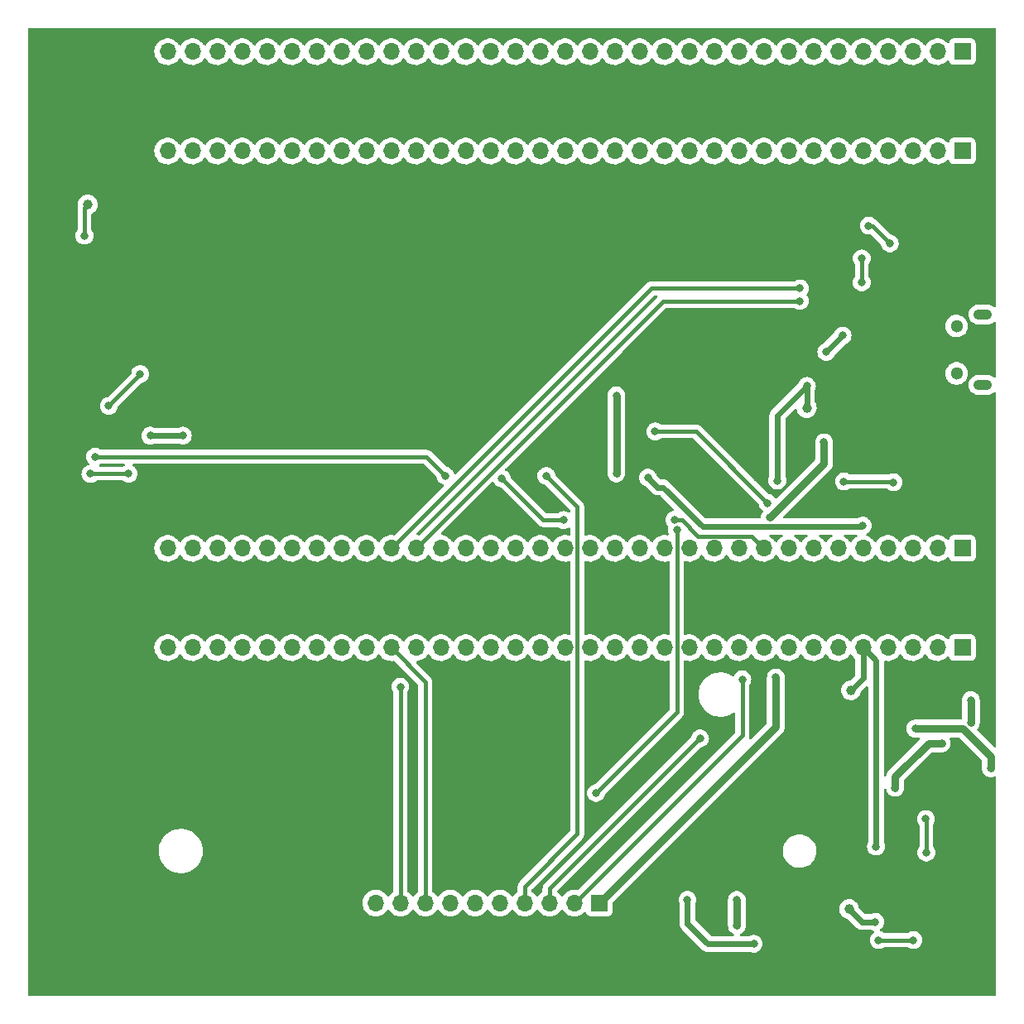
<source format=gbr>
%TF.GenerationSoftware,KiCad,Pcbnew,(6.0.2)*%
%TF.CreationDate,2022-04-08T19:17:50+02:00*%
%TF.ProjectId,main,6d61696e-2e6b-4696-9361-645f70636258,rev?*%
%TF.SameCoordinates,Original*%
%TF.FileFunction,Copper,L2,Bot*%
%TF.FilePolarity,Positive*%
%FSLAX46Y46*%
G04 Gerber Fmt 4.6, Leading zero omitted, Abs format (unit mm)*
G04 Created by KiCad (PCBNEW (6.0.2)) date 2022-04-08 19:17:50*
%MOMM*%
%LPD*%
G01*
G04 APERTURE LIST*
%TA.AperFunction,ComponentPad*%
%ADD10R,1.700000X1.700000*%
%TD*%
%TA.AperFunction,ComponentPad*%
%ADD11O,1.700000X1.700000*%
%TD*%
%TA.AperFunction,ComponentPad*%
%ADD12C,1.300000*%
%TD*%
%TA.AperFunction,ComponentPad*%
%ADD13O,1.900000X1.070000*%
%TD*%
%TA.AperFunction,SMDPad,CuDef*%
%ADD14C,1.000000*%
%TD*%
%TA.AperFunction,ViaPad*%
%ADD15C,0.800000*%
%TD*%
%TA.AperFunction,Conductor*%
%ADD16C,0.600000*%
%TD*%
%TA.AperFunction,Conductor*%
%ADD17C,0.800000*%
%TD*%
%TA.AperFunction,Conductor*%
%ADD18C,0.400000*%
%TD*%
G04 APERTURE END LIST*
D10*
%TO.P,J5,1,Pin_1*%
%TO.N,/+5V*%
X180340000Y-127000000D03*
D11*
%TO.P,J5,2,Pin_2*%
%TO.N,GND*%
X177800000Y-127000000D03*
%TO.P,J5,3,Pin_3*%
%TO.N,/PB9*%
X175260000Y-127000000D03*
%TO.P,J5,4,Pin_4*%
%TO.N,/PB8*%
X172720000Y-127000000D03*
%TO.P,J5,5,Pin_5*%
%TO.N,VDD*%
X170180000Y-127000000D03*
%TO.P,J5,6,Pin_6*%
%TO.N,/BOOT*%
X167640000Y-127000000D03*
%TO.P,J5,7,Pin_7*%
%TO.N,/PB7*%
X165100000Y-127000000D03*
%TO.P,J5,8,Pin_8*%
%TO.N,/PB6*%
X162560000Y-127000000D03*
%TO.P,J5,9,Pin_9*%
%TO.N,/PB5*%
X160020000Y-127000000D03*
%TO.P,J5,10,Pin_10*%
%TO.N,/PB4*%
X157480000Y-127000000D03*
%TO.P,J5,11,Pin_11*%
%TO.N,/PB3*%
X154940000Y-127000000D03*
%TO.P,J5,12,Pin_12*%
%TO.N,/PD2*%
X152400000Y-127000000D03*
%TO.P,J5,13,Pin_13*%
%TO.N,/PC12*%
X149860000Y-127000000D03*
%TO.P,J5,14,Pin_14*%
%TO.N,/PC11*%
X147320000Y-127000000D03*
%TO.P,J5,15,Pin_15*%
%TO.N,/PC10*%
X144780000Y-127000000D03*
%TO.P,J5,16,Pin_16*%
%TO.N,/PA15*%
X142240000Y-127000000D03*
%TO.P,J5,17,Pin_17*%
%TO.N,/PA14*%
X139700000Y-127000000D03*
%TO.P,J5,18,Pin_18*%
%TO.N,/PF7*%
X137160000Y-127000000D03*
%TO.P,J5,19,Pin_19*%
%TO.N,/PF6*%
X134620000Y-127000000D03*
%TO.P,J5,20,Pin_20*%
%TO.N,/PA13*%
X132080000Y-127000000D03*
%TO.P,J5,21,Pin_21*%
%TO.N,/PA12*%
X129540000Y-127000000D03*
%TO.P,J5,22,Pin_22*%
%TO.N,/PA11*%
X127000000Y-127000000D03*
%TO.P,J5,23,Pin_23*%
%TO.N,/PA10*%
X124460000Y-127000000D03*
%TO.P,J5,24,Pin_24*%
%TO.N,/PA9*%
X121920000Y-127000000D03*
%TO.P,J5,25,Pin_25*%
%TO.N,/PA8*%
X119380000Y-127000000D03*
%TO.P,J5,26,Pin_26*%
%TO.N,/PC9*%
X116840000Y-127000000D03*
%TO.P,J5,27,Pin_27*%
%TO.N,/PC8*%
X114300000Y-127000000D03*
%TO.P,J5,28,Pin_28*%
%TO.N,/PC7*%
X111760000Y-127000000D03*
%TO.P,J5,29,Pin_29*%
%TO.N,/PC6*%
X109220000Y-127000000D03*
%TO.P,J5,30,Pin_30*%
%TO.N,/PB15*%
X106680000Y-127000000D03*
%TO.P,J5,31,Pin_31*%
%TO.N,/PB14*%
X104140000Y-127000000D03*
%TO.P,J5,32,Pin_32*%
%TO.N,/PB13*%
X101600000Y-127000000D03*
%TO.P,J5,33,Pin_33*%
%TO.N,GND*%
X99060000Y-127000000D03*
%TD*%
D12*
%TO.P,U4,6*%
%TO.N,GND*%
X179750000Y-94095000D03*
D13*
X182450000Y-100120000D03*
D12*
X179750000Y-98945000D03*
D13*
X182450000Y-92920000D03*
%TD*%
D11*
%TO.P,J3,33,Pin_33*%
%TO.N,GND*%
X99060000Y-76200000D03*
%TO.P,J3,32,Pin_32*%
%TO.N,/PB12*%
X101600000Y-76200000D03*
%TO.P,J3,31,Pin_31*%
%TO.N,/PB11*%
X104140000Y-76200000D03*
%TO.P,J3,30,Pin_30*%
%TO.N,/PB10*%
X106680000Y-76200000D03*
%TO.P,J3,29,Pin_29*%
%TO.N,/PB2*%
X109220000Y-76200000D03*
%TO.P,J3,28,Pin_28*%
%TO.N,/PB1*%
X111760000Y-76200000D03*
%TO.P,J3,27,Pin_27*%
%TO.N,/PB0*%
X114300000Y-76200000D03*
%TO.P,J3,26,Pin_26*%
%TO.N,/PC5*%
X116840000Y-76200000D03*
%TO.P,J3,25,Pin_25*%
%TO.N,/PC4*%
X119380000Y-76200000D03*
%TO.P,J3,24,Pin_24*%
%TO.N,/PA7*%
X121920000Y-76200000D03*
%TO.P,J3,23,Pin_23*%
%TO.N,/PA6*%
X124460000Y-76200000D03*
%TO.P,J3,22,Pin_22*%
%TO.N,/PA5*%
X127000000Y-76200000D03*
%TO.P,J3,21,Pin_21*%
%TO.N,/PA4*%
X129540000Y-76200000D03*
%TO.P,J3,20,Pin_20*%
%TO.N,/PF5*%
X132080000Y-76200000D03*
%TO.P,J3,19,Pin_19*%
%TO.N,/PF4*%
X134620000Y-76200000D03*
%TO.P,J3,18,Pin_18*%
%TO.N,/PA3*%
X137160000Y-76200000D03*
%TO.P,J3,17,Pin_17*%
%TO.N,/PA2*%
X139700000Y-76200000D03*
%TO.P,J3,16,Pin_16*%
%TO.N,/PA1*%
X142240000Y-76200000D03*
%TO.P,J3,15,Pin_15*%
%TO.N,/PA0*%
X144780000Y-76200000D03*
%TO.P,J3,14,Pin_14*%
%TO.N,/PC3*%
X147320000Y-76200000D03*
%TO.P,J3,13,Pin_13*%
%TO.N,/PC2*%
X149860000Y-76200000D03*
%TO.P,J3,12,Pin_12*%
%TO.N,/PC1*%
X152400000Y-76200000D03*
%TO.P,J3,11,Pin_11*%
%TO.N,/PC0*%
X154940000Y-76200000D03*
%TO.P,J3,10,Pin_10*%
%TO.N,/NRST*%
X157480000Y-76200000D03*
%TO.P,J3,9,Pin_9*%
%TO.N,GND*%
X160020000Y-76200000D03*
%TO.P,J3,8,Pin_8*%
%TO.N,/PF1*%
X162560000Y-76200000D03*
%TO.P,J3,7,Pin_7*%
%TO.N,/PF0*%
X165100000Y-76200000D03*
%TO.P,J3,6,Pin_6*%
%TO.N,/PC15*%
X167640000Y-76200000D03*
%TO.P,J3,5,Pin_5*%
%TO.N,/PC14*%
X170180000Y-76200000D03*
%TO.P,J3,4,Pin_4*%
%TO.N,/PC13*%
X172720000Y-76200000D03*
%TO.P,J3,3,Pin_3*%
%TO.N,/VBAT*%
X175260000Y-76200000D03*
%TO.P,J3,2,Pin_2*%
%TO.N,GND*%
X177800000Y-76200000D03*
D10*
%TO.P,J3,1,Pin_1*%
%TO.N,/+3V0*%
X180340000Y-76200000D03*
%TD*%
%TO.P,J2,1,Pin_1*%
%TO.N,/+3V0*%
X180340000Y-66040000D03*
D11*
%TO.P,J2,2,Pin_2*%
%TO.N,GND*%
X177800000Y-66040000D03*
%TO.P,J2,3,Pin_3*%
%TO.N,/VBAT*%
X175260000Y-66040000D03*
%TO.P,J2,4,Pin_4*%
%TO.N,/PC13*%
X172720000Y-66040000D03*
%TO.P,J2,5,Pin_5*%
%TO.N,/PC14*%
X170180000Y-66040000D03*
%TO.P,J2,6,Pin_6*%
%TO.N,/PC15*%
X167640000Y-66040000D03*
%TO.P,J2,7,Pin_7*%
%TO.N,/PF0*%
X165100000Y-66040000D03*
%TO.P,J2,8,Pin_8*%
%TO.N,/PF1*%
X162560000Y-66040000D03*
%TO.P,J2,9,Pin_9*%
%TO.N,GND*%
X160020000Y-66040000D03*
%TO.P,J2,10,Pin_10*%
%TO.N,/NRST*%
X157480000Y-66040000D03*
%TO.P,J2,11,Pin_11*%
%TO.N,/PC0*%
X154940000Y-66040000D03*
%TO.P,J2,12,Pin_12*%
%TO.N,/PC1*%
X152400000Y-66040000D03*
%TO.P,J2,13,Pin_13*%
%TO.N,/PC2*%
X149860000Y-66040000D03*
%TO.P,J2,14,Pin_14*%
%TO.N,/PC3*%
X147320000Y-66040000D03*
%TO.P,J2,15,Pin_15*%
%TO.N,/PA0*%
X144780000Y-66040000D03*
%TO.P,J2,16,Pin_16*%
%TO.N,/PA1*%
X142240000Y-66040000D03*
%TO.P,J2,17,Pin_17*%
%TO.N,/PA2*%
X139700000Y-66040000D03*
%TO.P,J2,18,Pin_18*%
%TO.N,/PA3*%
X137160000Y-66040000D03*
%TO.P,J2,19,Pin_19*%
%TO.N,/PF4*%
X134620000Y-66040000D03*
%TO.P,J2,20,Pin_20*%
%TO.N,/PF5*%
X132080000Y-66040000D03*
%TO.P,J2,21,Pin_21*%
%TO.N,/PA4*%
X129540000Y-66040000D03*
%TO.P,J2,22,Pin_22*%
%TO.N,/PA5*%
X127000000Y-66040000D03*
%TO.P,J2,23,Pin_23*%
%TO.N,/PA6*%
X124460000Y-66040000D03*
%TO.P,J2,24,Pin_24*%
%TO.N,/PA7*%
X121920000Y-66040000D03*
%TO.P,J2,25,Pin_25*%
%TO.N,/PC4*%
X119380000Y-66040000D03*
%TO.P,J2,26,Pin_26*%
%TO.N,/PC5*%
X116840000Y-66040000D03*
%TO.P,J2,27,Pin_27*%
%TO.N,/PB0*%
X114300000Y-66040000D03*
%TO.P,J2,28,Pin_28*%
%TO.N,/PB1*%
X111760000Y-66040000D03*
%TO.P,J2,29,Pin_29*%
%TO.N,/PB2*%
X109220000Y-66040000D03*
%TO.P,J2,30,Pin_30*%
%TO.N,/PB10*%
X106680000Y-66040000D03*
%TO.P,J2,31,Pin_31*%
%TO.N,/PB11*%
X104140000Y-66040000D03*
%TO.P,J2,32,Pin_32*%
%TO.N,/PB12*%
X101600000Y-66040000D03*
%TO.P,J2,33,Pin_33*%
%TO.N,GND*%
X99060000Y-66040000D03*
%TD*%
D10*
%TO.P,J4,1,Pin_1*%
%TO.N,/+5V*%
X180340000Y-116840000D03*
D11*
%TO.P,J4,2,Pin_2*%
%TO.N,GND*%
X177800000Y-116840000D03*
%TO.P,J4,3,Pin_3*%
%TO.N,/PB9*%
X175260000Y-116840000D03*
%TO.P,J4,4,Pin_4*%
%TO.N,/PB8*%
X172720000Y-116840000D03*
%TO.P,J4,5,Pin_5*%
%TO.N,VDD*%
X170180000Y-116840000D03*
%TO.P,J4,6,Pin_6*%
%TO.N,/BOOT*%
X167640000Y-116840000D03*
%TO.P,J4,7,Pin_7*%
%TO.N,/PB7*%
X165100000Y-116840000D03*
%TO.P,J4,8,Pin_8*%
%TO.N,/PB6*%
X162560000Y-116840000D03*
%TO.P,J4,9,Pin_9*%
%TO.N,/PB5*%
X160020000Y-116840000D03*
%TO.P,J4,10,Pin_10*%
%TO.N,/PB4*%
X157480000Y-116840000D03*
%TO.P,J4,11,Pin_11*%
%TO.N,/PB3*%
X154940000Y-116840000D03*
%TO.P,J4,12,Pin_12*%
%TO.N,/PD2*%
X152400000Y-116840000D03*
%TO.P,J4,13,Pin_13*%
%TO.N,/PC12*%
X149860000Y-116840000D03*
%TO.P,J4,14,Pin_14*%
%TO.N,/PC11*%
X147320000Y-116840000D03*
%TO.P,J4,15,Pin_15*%
%TO.N,/PC10*%
X144780000Y-116840000D03*
%TO.P,J4,16,Pin_16*%
%TO.N,/PA15*%
X142240000Y-116840000D03*
%TO.P,J4,17,Pin_17*%
%TO.N,/PA14*%
X139700000Y-116840000D03*
%TO.P,J4,18,Pin_18*%
%TO.N,/PF7*%
X137160000Y-116840000D03*
%TO.P,J4,19,Pin_19*%
%TO.N,/PF6*%
X134620000Y-116840000D03*
%TO.P,J4,20,Pin_20*%
%TO.N,/PA13*%
X132080000Y-116840000D03*
%TO.P,J4,21,Pin_21*%
%TO.N,/PA12*%
X129540000Y-116840000D03*
%TO.P,J4,22,Pin_22*%
%TO.N,/PA11*%
X127000000Y-116840000D03*
%TO.P,J4,23,Pin_23*%
%TO.N,/PA10*%
X124460000Y-116840000D03*
%TO.P,J4,24,Pin_24*%
%TO.N,/PA9*%
X121920000Y-116840000D03*
%TO.P,J4,25,Pin_25*%
%TO.N,/PA8*%
X119380000Y-116840000D03*
%TO.P,J4,26,Pin_26*%
%TO.N,/PC9*%
X116840000Y-116840000D03*
%TO.P,J4,27,Pin_27*%
%TO.N,/PC8*%
X114300000Y-116840000D03*
%TO.P,J4,28,Pin_28*%
%TO.N,/PC7*%
X111760000Y-116840000D03*
%TO.P,J4,29,Pin_29*%
%TO.N,/PC6*%
X109220000Y-116840000D03*
%TO.P,J4,30,Pin_30*%
%TO.N,/PB15*%
X106680000Y-116840000D03*
%TO.P,J4,31,Pin_31*%
%TO.N,/PB14*%
X104140000Y-116840000D03*
%TO.P,J4,32,Pin_32*%
%TO.N,/PB13*%
X101600000Y-116840000D03*
%TO.P,J4,33,Pin_33*%
%TO.N,GND*%
X99060000Y-116840000D03*
%TD*%
D10*
%TO.P,J1,1,Pin_1*%
%TO.N,/microcontroller_interfacing/+5V*%
X143200000Y-153125000D03*
D11*
%TO.P,J1,2,Pin_2*%
%TO.N,/PB4*%
X140660000Y-153125000D03*
%TO.P,J1,3,Pin_3*%
%TO.N,/PB7*%
X138120000Y-153125000D03*
%TO.P,J1,4,Pin_4*%
%TO.N,/PB8*%
X135580000Y-153125000D03*
%TO.P,J1,5,Pin_5*%
%TO.N,unconnected-(J1-Pad5)*%
X133040000Y-153125000D03*
%TO.P,J1,6,Pin_6*%
%TO.N,unconnected-(J1-Pad6)*%
X130500000Y-153125000D03*
%TO.P,J1,7,Pin_7*%
%TO.N,/PA4*%
X127960000Y-153125000D03*
%TO.P,J1,8,Pin_8*%
%TO.N,/PA9*%
X125420000Y-153125000D03*
%TO.P,J1,9,Pin_9*%
%TO.N,/PA10*%
X122880000Y-153125000D03*
%TO.P,J1,10,Pin_10*%
%TO.N,GND*%
X120340000Y-153125000D03*
%TD*%
D14*
%TO.P,TP2,1,1*%
%TO.N,VDD*%
X168950000Y-131350000D03*
%TD*%
%TO.P,TP1,1,1*%
%TO.N,/Power/+5V (REVERSE PROTECTED)*%
X168750000Y-153730000D03*
%TD*%
%TO.P,TP5,1,1*%
%TO.N,/PB1*%
X90881200Y-81661000D03*
%TD*%
%TO.P,TP3,1,1*%
%TO.N,/PA4*%
X164425000Y-102500000D03*
%TD*%
D15*
%TO.N,GND*%
X173304200Y-110083600D03*
X168224200Y-110007400D03*
X91160600Y-109220000D03*
X95072200Y-109194600D03*
X172923200Y-85648800D03*
X170764200Y-83845400D03*
X175336200Y-156895800D03*
X171780200Y-156895800D03*
X176606200Y-144526000D03*
X176657000Y-147955000D03*
%TO.N,/microcontroller_interfacing/+5V*%
X161264600Y-130048000D03*
X160629600Y-113703680D03*
X166192200Y-105994200D03*
%TO.N,/PB5*%
X150876000Y-113919000D03*
X139547600Y-113944400D03*
X133248400Y-109702600D03*
X127457200Y-109397800D03*
X91643200Y-107467400D03*
%TO.N,Net-(C1-Pad1)*%
X181203600Y-132359400D03*
X181210616Y-134661308D03*
%TO.N,/PA10*%
X122859800Y-130987800D03*
%TO.N,/PA4*%
X161417000Y-109905800D03*
X142875000Y-141859000D03*
X151130000Y-114960400D03*
%TO.N,/PB8*%
X170154600Y-114503200D03*
X148183600Y-109601000D03*
%TO.N,/PB7*%
X148920200Y-104876600D03*
X160426400Y-112191800D03*
%TO.N,/PB8*%
X137795000Y-109423200D03*
%TO.N,/PB7*%
X153517600Y-136271000D03*
%TO.N,/PB4*%
X157835600Y-130225800D03*
%TO.N,/PA10*%
X163703000Y-91541600D03*
%TO.N,/PA9*%
X163728400Y-90246200D03*
%TO.N,Net-(JP7-Pad2)*%
X170053000Y-87172800D03*
X170053000Y-89636600D03*
%TO.N,/microcontroller_interfacing/USB_Detect*%
X166420800Y-96748600D03*
X168097200Y-95072200D03*
%TO.N,/PA4*%
X164439600Y-100228400D03*
%TO.N,/PB1*%
X90551000Y-84861400D03*
%TO.N,/PB7*%
X93040200Y-102260400D03*
X96240600Y-99009200D03*
%TO.N,/PB8*%
X97282000Y-105308400D03*
X100609400Y-105308400D03*
%TO.N,VDD*%
X144957800Y-109169200D03*
X144957800Y-101193600D03*
X171500800Y-147345400D03*
%TO.N,/Power/+5V (REVERSE PROTECTED)*%
X171424600Y-155041600D03*
%TO.N,Net-(BT1-Pad2)*%
X157276800Y-152788000D03*
X157276800Y-155422600D03*
%TO.N,Net-(Q2-Pad1)*%
X159004000Y-157276800D03*
X152222200Y-152781000D03*
%TO.N,Net-(C1-Pad1)*%
X178231800Y-136779000D03*
X173456600Y-141325600D03*
%TO.N,Net-(R3-Pad2)*%
X183261000Y-139344400D03*
X175514000Y-135280400D03*
%TD*%
D16*
%TO.N,Net-(Q2-Pad1)*%
X154305000Y-157302200D02*
X158978600Y-157302200D01*
X152222200Y-152781000D02*
X152222200Y-155219400D01*
X152222200Y-155219400D02*
X154305000Y-157302200D01*
X158978600Y-157302200D02*
X159004000Y-157276800D01*
D17*
%TO.N,/microcontroller_interfacing/+5V*%
X161264600Y-131368800D02*
X161264600Y-132334000D01*
X161264600Y-132334000D02*
X161264600Y-135060400D01*
X161264600Y-130048000D02*
X161264600Y-131368800D01*
D16*
%TO.N,/PB8*%
X149174200Y-110591600D02*
X148183600Y-109601000D01*
X149758400Y-110591600D02*
X149174200Y-110591600D01*
X153770000Y-114603200D02*
X149758400Y-110591600D01*
X170054600Y-114603200D02*
X153770000Y-114603200D01*
X170154600Y-114503200D02*
X170054600Y-114603200D01*
D18*
%TO.N,GND*%
X168224200Y-110007400D02*
X173228000Y-110007400D01*
X173228000Y-110007400D02*
X173304200Y-110083600D01*
X95072200Y-109194600D02*
X91186000Y-109194600D01*
X91186000Y-109194600D02*
X91160600Y-109220000D01*
X171119800Y-83845400D02*
X172923200Y-85648800D01*
X170764200Y-83845400D02*
X171119800Y-83845400D01*
X171780200Y-156895800D02*
X175336200Y-156895800D01*
X176657000Y-144576800D02*
X176606200Y-144526000D01*
X176657000Y-147955000D02*
X176657000Y-144576800D01*
D17*
%TO.N,/microcontroller_interfacing/+5V*%
X161264600Y-135060400D02*
X143200000Y-153125000D01*
X166192200Y-108141080D02*
X160629600Y-113703680D01*
X166192200Y-105994200D02*
X166192200Y-108141080D01*
D18*
%TO.N,/PB5*%
X158770489Y-115590489D02*
X160020000Y-116840000D01*
X153325239Y-115590489D02*
X158770489Y-115590489D01*
X150876000Y-113919000D02*
X151653750Y-113919000D01*
X137490200Y-113944400D02*
X139547600Y-113944400D01*
X151653750Y-113919000D02*
X153325239Y-115590489D01*
X133248400Y-109702600D02*
X137490200Y-113944400D01*
X125526800Y-107467400D02*
X127457200Y-109397800D01*
X91643200Y-107467400D02*
X125526800Y-107467400D01*
D17*
%TO.N,Net-(C1-Pad1)*%
X181210616Y-134661308D02*
X181210616Y-132366416D01*
X181210616Y-132366416D02*
X181203600Y-132359400D01*
D18*
%TO.N,/PB4*%
X157835600Y-135949400D02*
X157835600Y-130225800D01*
X140660000Y-153125000D02*
X157835600Y-135949400D01*
%TO.N,/PB7*%
X138120000Y-151643200D02*
X138120000Y-153125000D01*
X153517600Y-136271000D02*
X153492200Y-136271000D01*
X153492200Y-136271000D02*
X138120000Y-151643200D01*
%TO.N,/PB8*%
X135580000Y-151414600D02*
X135580000Y-153125000D01*
X137795000Y-109423200D02*
X140949511Y-112577711D01*
X140949511Y-112577711D02*
X140949511Y-146045089D01*
X140949511Y-146045089D02*
X135580000Y-151414600D01*
%TO.N,/PA10*%
X122880000Y-131008000D02*
X122859800Y-130987800D01*
X122880000Y-153125000D02*
X122880000Y-131008000D01*
%TO.N,/PA9*%
X125420000Y-130500000D02*
X121920000Y-127000000D01*
X125420000Y-153125000D02*
X125420000Y-130500000D01*
D16*
%TO.N,/PA4*%
X161417000Y-103251000D02*
X164439600Y-100228400D01*
X161417000Y-109905800D02*
X161417000Y-103251000D01*
D18*
X142875000Y-141859000D02*
X151130000Y-133604000D01*
X151130000Y-133604000D02*
X151130000Y-114960400D01*
%TO.N,/PB7*%
X160426400Y-112191800D02*
X153111200Y-104876600D01*
X153111200Y-104876600D02*
X148920200Y-104876600D01*
%TO.N,/PA10*%
X163703000Y-91541600D02*
X149758400Y-91541600D01*
X149758400Y-91541600D02*
X124460000Y-116840000D01*
%TO.N,/PA9*%
X148513800Y-90246200D02*
X121920000Y-116840000D01*
X163728400Y-90246200D02*
X148513800Y-90246200D01*
%TO.N,Net-(JP7-Pad2)*%
X170053000Y-89636600D02*
X170053000Y-87172800D01*
D16*
%TO.N,/microcontroller_interfacing/USB_Detect*%
X166420800Y-96748600D02*
X168097200Y-95072200D01*
D18*
%TO.N,/PA4*%
X164439600Y-102485400D02*
X164425000Y-102500000D01*
D16*
X164439600Y-100228400D02*
X164439600Y-102485400D01*
D18*
%TO.N,/PB1*%
X90551000Y-84861400D02*
X90551000Y-81991200D01*
X90551000Y-81991200D02*
X90881200Y-81661000D01*
%TO.N,/PB7*%
X96240600Y-99060000D02*
X93040200Y-102260400D01*
X96240600Y-99009200D02*
X96240600Y-99060000D01*
D16*
%TO.N,/PB8*%
X100609400Y-105308400D02*
X97282000Y-105308400D01*
D17*
%TO.N,VDD*%
X144957800Y-109169200D02*
X144957800Y-101193600D01*
D16*
X170180000Y-130120000D02*
X168950000Y-131350000D01*
X170180000Y-127000000D02*
X170180000Y-130120000D01*
X171500800Y-128320800D02*
X170180000Y-127000000D01*
X171500800Y-147345400D02*
X171500800Y-128320800D01*
%TO.N,/Power/+5V (REVERSE PROTECTED)*%
X171424600Y-155041600D02*
X170061600Y-155041600D01*
X170061600Y-155041600D02*
X168750000Y-153730000D01*
D17*
%TO.N,Net-(BT1-Pad2)*%
X157276800Y-155422600D02*
X157276800Y-152788000D01*
%TO.N,Net-(C1-Pad1)*%
X173456600Y-140208000D02*
X176885600Y-136779000D01*
X173456600Y-141325600D02*
X173456600Y-140208000D01*
X176885600Y-136779000D02*
X178231800Y-136779000D01*
%TO.N,Net-(R3-Pad2)*%
X180416200Y-135280400D02*
X183261000Y-138125200D01*
X183261000Y-138125200D02*
X183261000Y-139344400D01*
X175514000Y-135280400D02*
X180416200Y-135280400D01*
%TD*%
%TA.AperFunction,NonConductor*%
G36*
X94609021Y-108195902D02*
G01*
X94655514Y-108249558D01*
X94665618Y-108319832D01*
X94636124Y-108384412D01*
X94614962Y-108403835D01*
X94534856Y-108462036D01*
X94467989Y-108485894D01*
X94460795Y-108486100D01*
X92174500Y-108486100D01*
X92106379Y-108466098D01*
X92059886Y-108412442D01*
X92049782Y-108342168D01*
X92079276Y-108277588D01*
X92100439Y-108258164D01*
X92180544Y-108199964D01*
X92247411Y-108176106D01*
X92254605Y-108175900D01*
X94540900Y-108175900D01*
X94609021Y-108195902D01*
G37*
%TD.AperFunction*%
%TA.AperFunction,NonConductor*%
G36*
X149107261Y-90974702D02*
G01*
X149153754Y-91028358D01*
X149163858Y-91098632D01*
X149134364Y-91163212D01*
X149128235Y-91169795D01*
X124827316Y-115470714D01*
X124765004Y-115504740D01*
X124716125Y-115505666D01*
X124593373Y-115483800D01*
X124593367Y-115483799D01*
X124588284Y-115482894D01*
X124581801Y-115482815D01*
X124581290Y-115482658D01*
X124577961Y-115482343D01*
X124578026Y-115481656D01*
X124513930Y-115461985D01*
X124468093Y-115407767D01*
X124458846Y-115337375D01*
X124489123Y-115273158D01*
X124494241Y-115267729D01*
X148770365Y-90991605D01*
X148832677Y-90957579D01*
X148859460Y-90954700D01*
X149039140Y-90954700D01*
X149107261Y-90974702D01*
G37*
%TD.AperFunction*%
%TA.AperFunction,NonConductor*%
G36*
X169534709Y-115431702D02*
G01*
X169581202Y-115485358D01*
X169591306Y-115555632D01*
X169561812Y-115620212D01*
X169524768Y-115649463D01*
X169453607Y-115686507D01*
X169449474Y-115689610D01*
X169449471Y-115689612D01*
X169279100Y-115817530D01*
X169274965Y-115820635D01*
X169235525Y-115861907D01*
X169181280Y-115918671D01*
X169120629Y-115982138D01*
X169013201Y-116139621D01*
X168958293Y-116184621D01*
X168887768Y-116192792D01*
X168824021Y-116161538D01*
X168803324Y-116137054D01*
X168722822Y-116012617D01*
X168722820Y-116012614D01*
X168720014Y-116008277D01*
X168569670Y-115843051D01*
X168565619Y-115839852D01*
X168565615Y-115839848D01*
X168398414Y-115707800D01*
X168398410Y-115707798D01*
X168394359Y-115704598D01*
X168357260Y-115684118D01*
X168291848Y-115648009D01*
X168241877Y-115597576D01*
X168227105Y-115528133D01*
X168252221Y-115461728D01*
X168309252Y-115419443D01*
X168352741Y-115411700D01*
X169466588Y-115411700D01*
X169534709Y-115431702D01*
G37*
%TD.AperFunction*%
%TA.AperFunction,NonConductor*%
G36*
X166994709Y-115431702D02*
G01*
X167041202Y-115485358D01*
X167051306Y-115555632D01*
X167021812Y-115620212D01*
X166984768Y-115649463D01*
X166913607Y-115686507D01*
X166909474Y-115689610D01*
X166909471Y-115689612D01*
X166739100Y-115817530D01*
X166734965Y-115820635D01*
X166695525Y-115861907D01*
X166641280Y-115918671D01*
X166580629Y-115982138D01*
X166473201Y-116139621D01*
X166418293Y-116184621D01*
X166347768Y-116192792D01*
X166284021Y-116161538D01*
X166263324Y-116137054D01*
X166182822Y-116012617D01*
X166182820Y-116012614D01*
X166180014Y-116008277D01*
X166029670Y-115843051D01*
X166025619Y-115839852D01*
X166025615Y-115839848D01*
X165858414Y-115707800D01*
X165858410Y-115707798D01*
X165854359Y-115704598D01*
X165817260Y-115684118D01*
X165751848Y-115648009D01*
X165701877Y-115597576D01*
X165687105Y-115528133D01*
X165712221Y-115461728D01*
X165769252Y-115419443D01*
X165812741Y-115411700D01*
X166926588Y-115411700D01*
X166994709Y-115431702D01*
G37*
%TD.AperFunction*%
%TA.AperFunction,NonConductor*%
G36*
X132362786Y-110043350D02*
G01*
X132419622Y-110085897D01*
X132427873Y-110098405D01*
X132509360Y-110239544D01*
X132513778Y-110244451D01*
X132513779Y-110244452D01*
X132616592Y-110358637D01*
X132637147Y-110381466D01*
X132718466Y-110440548D01*
X132758720Y-110469794D01*
X132791648Y-110493718D01*
X132797676Y-110496402D01*
X132797678Y-110496403D01*
X132905356Y-110544344D01*
X132966112Y-110571394D01*
X133102811Y-110600450D01*
X133118969Y-110603885D01*
X133181867Y-110638037D01*
X136968757Y-114424928D01*
X136974611Y-114431193D01*
X137012639Y-114474785D01*
X137064929Y-114511536D01*
X137070171Y-114515428D01*
X137120482Y-114554876D01*
X137127401Y-114558000D01*
X137129693Y-114559388D01*
X137144365Y-114567757D01*
X137146725Y-114569022D01*
X137152939Y-114573390D01*
X137160018Y-114576150D01*
X137160020Y-114576151D01*
X137212475Y-114596602D01*
X137218544Y-114599153D01*
X137276773Y-114625445D01*
X137284246Y-114626830D01*
X137286812Y-114627634D01*
X137303035Y-114632255D01*
X137305627Y-114632920D01*
X137312709Y-114635682D01*
X137320244Y-114636674D01*
X137376061Y-114644022D01*
X137382577Y-114645054D01*
X137420970Y-114652170D01*
X137445386Y-114656695D01*
X137452966Y-114656258D01*
X137452967Y-114656258D01*
X137507580Y-114653109D01*
X137514833Y-114652900D01*
X138936195Y-114652900D01*
X139004316Y-114672902D01*
X139010256Y-114676964D01*
X139023471Y-114686565D01*
X139090848Y-114735518D01*
X139096876Y-114738202D01*
X139096878Y-114738203D01*
X139169356Y-114770472D01*
X139265312Y-114813194D01*
X139358712Y-114833047D01*
X139445656Y-114851528D01*
X139445661Y-114851528D01*
X139452113Y-114852900D01*
X139643087Y-114852900D01*
X139649539Y-114851528D01*
X139649544Y-114851528D01*
X139736488Y-114833047D01*
X139829888Y-114813194D01*
X139925844Y-114770472D01*
X139998322Y-114738203D01*
X139998324Y-114738202D01*
X140004352Y-114735518D01*
X140040950Y-114708928D01*
X140107818Y-114685069D01*
X140176969Y-114701150D01*
X140226450Y-114752064D01*
X140241011Y-114810864D01*
X140241011Y-115412057D01*
X140221009Y-115480178D01*
X140167353Y-115526671D01*
X140097079Y-115536775D01*
X140072956Y-115530831D01*
X140048212Y-115522069D01*
X140043123Y-115521162D01*
X140043121Y-115521162D01*
X139833373Y-115483800D01*
X139833367Y-115483799D01*
X139828284Y-115482894D01*
X139754452Y-115481992D01*
X139610081Y-115480228D01*
X139610079Y-115480228D01*
X139604911Y-115480165D01*
X139384091Y-115513955D01*
X139171756Y-115583357D01*
X138973607Y-115686507D01*
X138969474Y-115689610D01*
X138969471Y-115689612D01*
X138799100Y-115817530D01*
X138794965Y-115820635D01*
X138755525Y-115861907D01*
X138701280Y-115918671D01*
X138640629Y-115982138D01*
X138533201Y-116139621D01*
X138478293Y-116184621D01*
X138407768Y-116192792D01*
X138344021Y-116161538D01*
X138323324Y-116137054D01*
X138242822Y-116012617D01*
X138242820Y-116012614D01*
X138240014Y-116008277D01*
X138089670Y-115843051D01*
X138085619Y-115839852D01*
X138085615Y-115839848D01*
X137918414Y-115707800D01*
X137918410Y-115707798D01*
X137914359Y-115704598D01*
X137718789Y-115596638D01*
X137713920Y-115594914D01*
X137713916Y-115594912D01*
X137513087Y-115523795D01*
X137513083Y-115523794D01*
X137508212Y-115522069D01*
X137503119Y-115521162D01*
X137503116Y-115521161D01*
X137293373Y-115483800D01*
X137293367Y-115483799D01*
X137288284Y-115482894D01*
X137214452Y-115481992D01*
X137070081Y-115480228D01*
X137070079Y-115480228D01*
X137064911Y-115480165D01*
X136844091Y-115513955D01*
X136631756Y-115583357D01*
X136433607Y-115686507D01*
X136429474Y-115689610D01*
X136429471Y-115689612D01*
X136259100Y-115817530D01*
X136254965Y-115820635D01*
X136215525Y-115861907D01*
X136161280Y-115918671D01*
X136100629Y-115982138D01*
X135993201Y-116139621D01*
X135938293Y-116184621D01*
X135867768Y-116192792D01*
X135804021Y-116161538D01*
X135783324Y-116137054D01*
X135702822Y-116012617D01*
X135702820Y-116012614D01*
X135700014Y-116008277D01*
X135549670Y-115843051D01*
X135545619Y-115839852D01*
X135545615Y-115839848D01*
X135378414Y-115707800D01*
X135378410Y-115707798D01*
X135374359Y-115704598D01*
X135178789Y-115596638D01*
X135173920Y-115594914D01*
X135173916Y-115594912D01*
X134973087Y-115523795D01*
X134973083Y-115523794D01*
X134968212Y-115522069D01*
X134963119Y-115521162D01*
X134963116Y-115521161D01*
X134753373Y-115483800D01*
X134753367Y-115483799D01*
X134748284Y-115482894D01*
X134674452Y-115481992D01*
X134530081Y-115480228D01*
X134530079Y-115480228D01*
X134524911Y-115480165D01*
X134304091Y-115513955D01*
X134091756Y-115583357D01*
X133893607Y-115686507D01*
X133889474Y-115689610D01*
X133889471Y-115689612D01*
X133719100Y-115817530D01*
X133714965Y-115820635D01*
X133675525Y-115861907D01*
X133621280Y-115918671D01*
X133560629Y-115982138D01*
X133453201Y-116139621D01*
X133398293Y-116184621D01*
X133327768Y-116192792D01*
X133264021Y-116161538D01*
X133243324Y-116137054D01*
X133162822Y-116012617D01*
X133162820Y-116012614D01*
X133160014Y-116008277D01*
X133009670Y-115843051D01*
X133005619Y-115839852D01*
X133005615Y-115839848D01*
X132838414Y-115707800D01*
X132838410Y-115707798D01*
X132834359Y-115704598D01*
X132638789Y-115596638D01*
X132633920Y-115594914D01*
X132633916Y-115594912D01*
X132433087Y-115523795D01*
X132433083Y-115523794D01*
X132428212Y-115522069D01*
X132423119Y-115521162D01*
X132423116Y-115521161D01*
X132213373Y-115483800D01*
X132213367Y-115483799D01*
X132208284Y-115482894D01*
X132134452Y-115481992D01*
X131990081Y-115480228D01*
X131990079Y-115480228D01*
X131984911Y-115480165D01*
X131764091Y-115513955D01*
X131551756Y-115583357D01*
X131353607Y-115686507D01*
X131349474Y-115689610D01*
X131349471Y-115689612D01*
X131179100Y-115817530D01*
X131174965Y-115820635D01*
X131135525Y-115861907D01*
X131081280Y-115918671D01*
X131020629Y-115982138D01*
X130913201Y-116139621D01*
X130858293Y-116184621D01*
X130787768Y-116192792D01*
X130724021Y-116161538D01*
X130703324Y-116137054D01*
X130622822Y-116012617D01*
X130622820Y-116012614D01*
X130620014Y-116008277D01*
X130469670Y-115843051D01*
X130465619Y-115839852D01*
X130465615Y-115839848D01*
X130298414Y-115707800D01*
X130298410Y-115707798D01*
X130294359Y-115704598D01*
X130098789Y-115596638D01*
X130093920Y-115594914D01*
X130093916Y-115594912D01*
X129893087Y-115523795D01*
X129893083Y-115523794D01*
X129888212Y-115522069D01*
X129883119Y-115521162D01*
X129883116Y-115521161D01*
X129673373Y-115483800D01*
X129673367Y-115483799D01*
X129668284Y-115482894D01*
X129594452Y-115481992D01*
X129450081Y-115480228D01*
X129450079Y-115480228D01*
X129444911Y-115480165D01*
X129224091Y-115513955D01*
X129011756Y-115583357D01*
X128813607Y-115686507D01*
X128809474Y-115689610D01*
X128809471Y-115689612D01*
X128639100Y-115817530D01*
X128634965Y-115820635D01*
X128595525Y-115861907D01*
X128541280Y-115918671D01*
X128480629Y-115982138D01*
X128373201Y-116139621D01*
X128318293Y-116184621D01*
X128247768Y-116192792D01*
X128184021Y-116161538D01*
X128163324Y-116137054D01*
X128082822Y-116012617D01*
X128082820Y-116012614D01*
X128080014Y-116008277D01*
X127929670Y-115843051D01*
X127925619Y-115839852D01*
X127925615Y-115839848D01*
X127758414Y-115707800D01*
X127758410Y-115707798D01*
X127754359Y-115704598D01*
X127558789Y-115596638D01*
X127553920Y-115594914D01*
X127553916Y-115594912D01*
X127353087Y-115523795D01*
X127353083Y-115523794D01*
X127348212Y-115522069D01*
X127343119Y-115521162D01*
X127343116Y-115521161D01*
X127133373Y-115483800D01*
X127133367Y-115483799D01*
X127128284Y-115482894D01*
X127121801Y-115482815D01*
X127121290Y-115482658D01*
X127117961Y-115482343D01*
X127118026Y-115481656D01*
X127053930Y-115461985D01*
X127008093Y-115407767D01*
X126998846Y-115337375D01*
X127029123Y-115273158D01*
X127034241Y-115267729D01*
X132229659Y-110072311D01*
X132291971Y-110038285D01*
X132362786Y-110043350D01*
G37*
%TD.AperFunction*%
%TA.AperFunction,NonConductor*%
G36*
X164454709Y-115431702D02*
G01*
X164501202Y-115485358D01*
X164511306Y-115555632D01*
X164481812Y-115620212D01*
X164444768Y-115649463D01*
X164373607Y-115686507D01*
X164369474Y-115689610D01*
X164369471Y-115689612D01*
X164199100Y-115817530D01*
X164194965Y-115820635D01*
X164155525Y-115861907D01*
X164101280Y-115918671D01*
X164040629Y-115982138D01*
X163933201Y-116139621D01*
X163878293Y-116184621D01*
X163807768Y-116192792D01*
X163744021Y-116161538D01*
X163723324Y-116137054D01*
X163642822Y-116012617D01*
X163642820Y-116012614D01*
X163640014Y-116008277D01*
X163489670Y-115843051D01*
X163485619Y-115839852D01*
X163485615Y-115839848D01*
X163318414Y-115707800D01*
X163318410Y-115707798D01*
X163314359Y-115704598D01*
X163277260Y-115684118D01*
X163211848Y-115648009D01*
X163161877Y-115597576D01*
X163147105Y-115528133D01*
X163172221Y-115461728D01*
X163229252Y-115419443D01*
X163272741Y-115411700D01*
X164386588Y-115411700D01*
X164454709Y-115431702D01*
G37*
%TD.AperFunction*%
%TA.AperFunction,NonConductor*%
G36*
X161914709Y-115431702D02*
G01*
X161961202Y-115485358D01*
X161971306Y-115555632D01*
X161941812Y-115620212D01*
X161904768Y-115649463D01*
X161833607Y-115686507D01*
X161829474Y-115689610D01*
X161829471Y-115689612D01*
X161659100Y-115817530D01*
X161654965Y-115820635D01*
X161615525Y-115861907D01*
X161561280Y-115918671D01*
X161500629Y-115982138D01*
X161393201Y-116139621D01*
X161338293Y-116184621D01*
X161267768Y-116192792D01*
X161204021Y-116161538D01*
X161183324Y-116137054D01*
X161102822Y-116012617D01*
X161102820Y-116012614D01*
X161100014Y-116008277D01*
X160949670Y-115843051D01*
X160945619Y-115839852D01*
X160945615Y-115839848D01*
X160778414Y-115707800D01*
X160778410Y-115707798D01*
X160774359Y-115704598D01*
X160737260Y-115684118D01*
X160671848Y-115648009D01*
X160621877Y-115597576D01*
X160607105Y-115528133D01*
X160632221Y-115461728D01*
X160689252Y-115419443D01*
X160732741Y-115411700D01*
X161846588Y-115411700D01*
X161914709Y-115431702D01*
G37*
%TD.AperFunction*%
%TA.AperFunction,NonConductor*%
G36*
X148672026Y-117515144D02*
G01*
X148699875Y-117546994D01*
X148759987Y-117645088D01*
X148906250Y-117813938D01*
X149078126Y-117956632D01*
X149271000Y-118069338D01*
X149479692Y-118149030D01*
X149484760Y-118150061D01*
X149484763Y-118150062D01*
X149592003Y-118171880D01*
X149698597Y-118193567D01*
X149703772Y-118193757D01*
X149703774Y-118193757D01*
X149916673Y-118201564D01*
X149916677Y-118201564D01*
X149921837Y-118201753D01*
X149926957Y-118201097D01*
X149926959Y-118201097D01*
X150138288Y-118174025D01*
X150138289Y-118174025D01*
X150143416Y-118173368D01*
X150148373Y-118171881D01*
X150148377Y-118171880D01*
X150259292Y-118138604D01*
X150330287Y-118138186D01*
X150390238Y-118176219D01*
X150420110Y-118240625D01*
X150421500Y-118259289D01*
X150421500Y-125579312D01*
X150401498Y-125647433D01*
X150347842Y-125693926D01*
X150277568Y-125704030D01*
X150253441Y-125698085D01*
X150213091Y-125683796D01*
X150213080Y-125683793D01*
X150208212Y-125682069D01*
X150203119Y-125681162D01*
X150203116Y-125681161D01*
X149993373Y-125643800D01*
X149993367Y-125643799D01*
X149988284Y-125642894D01*
X149914452Y-125641992D01*
X149770081Y-125640228D01*
X149770079Y-125640228D01*
X149764911Y-125640165D01*
X149544091Y-125673955D01*
X149331756Y-125743357D01*
X149133607Y-125846507D01*
X149129474Y-125849610D01*
X149129471Y-125849612D01*
X148959100Y-125977530D01*
X148954965Y-125980635D01*
X148915525Y-126021907D01*
X148861280Y-126078671D01*
X148800629Y-126142138D01*
X148693201Y-126299621D01*
X148638293Y-126344621D01*
X148567768Y-126352792D01*
X148504021Y-126321538D01*
X148483324Y-126297054D01*
X148402822Y-126172617D01*
X148402820Y-126172614D01*
X148400014Y-126168277D01*
X148249670Y-126003051D01*
X148245619Y-125999852D01*
X148245615Y-125999848D01*
X148078414Y-125867800D01*
X148078410Y-125867798D01*
X148074359Y-125864598D01*
X147878789Y-125756638D01*
X147873920Y-125754914D01*
X147873916Y-125754912D01*
X147673087Y-125683795D01*
X147673083Y-125683794D01*
X147668212Y-125682069D01*
X147663119Y-125681162D01*
X147663116Y-125681161D01*
X147453373Y-125643800D01*
X147453367Y-125643799D01*
X147448284Y-125642894D01*
X147374452Y-125641992D01*
X147230081Y-125640228D01*
X147230079Y-125640228D01*
X147224911Y-125640165D01*
X147004091Y-125673955D01*
X146791756Y-125743357D01*
X146593607Y-125846507D01*
X146589474Y-125849610D01*
X146589471Y-125849612D01*
X146419100Y-125977530D01*
X146414965Y-125980635D01*
X146375525Y-126021907D01*
X146321280Y-126078671D01*
X146260629Y-126142138D01*
X146153201Y-126299621D01*
X146098293Y-126344621D01*
X146027768Y-126352792D01*
X145964021Y-126321538D01*
X145943324Y-126297054D01*
X145862822Y-126172617D01*
X145862820Y-126172614D01*
X145860014Y-126168277D01*
X145709670Y-126003051D01*
X145705619Y-125999852D01*
X145705615Y-125999848D01*
X145538414Y-125867800D01*
X145538410Y-125867798D01*
X145534359Y-125864598D01*
X145338789Y-125756638D01*
X145333920Y-125754914D01*
X145333916Y-125754912D01*
X145133087Y-125683795D01*
X145133083Y-125683794D01*
X145128212Y-125682069D01*
X145123119Y-125681162D01*
X145123116Y-125681161D01*
X144913373Y-125643800D01*
X144913367Y-125643799D01*
X144908284Y-125642894D01*
X144834452Y-125641992D01*
X144690081Y-125640228D01*
X144690079Y-125640228D01*
X144684911Y-125640165D01*
X144464091Y-125673955D01*
X144251756Y-125743357D01*
X144053607Y-125846507D01*
X144049474Y-125849610D01*
X144049471Y-125849612D01*
X143879100Y-125977530D01*
X143874965Y-125980635D01*
X143835525Y-126021907D01*
X143781280Y-126078671D01*
X143720629Y-126142138D01*
X143613201Y-126299621D01*
X143558293Y-126344621D01*
X143487768Y-126352792D01*
X143424021Y-126321538D01*
X143403324Y-126297054D01*
X143322822Y-126172617D01*
X143322820Y-126172614D01*
X143320014Y-126168277D01*
X143169670Y-126003051D01*
X143165619Y-125999852D01*
X143165615Y-125999848D01*
X142998414Y-125867800D01*
X142998410Y-125867798D01*
X142994359Y-125864598D01*
X142798789Y-125756638D01*
X142793920Y-125754914D01*
X142793916Y-125754912D01*
X142593087Y-125683795D01*
X142593083Y-125683794D01*
X142588212Y-125682069D01*
X142583119Y-125681162D01*
X142583116Y-125681161D01*
X142373373Y-125643800D01*
X142373367Y-125643799D01*
X142368284Y-125642894D01*
X142294452Y-125641992D01*
X142150081Y-125640228D01*
X142150079Y-125640228D01*
X142144911Y-125640165D01*
X141924091Y-125673955D01*
X141823155Y-125706946D01*
X141752193Y-125709097D01*
X141691331Y-125672541D01*
X141659894Y-125608884D01*
X141658011Y-125587181D01*
X141658011Y-118255005D01*
X141678013Y-118186884D01*
X141731669Y-118140391D01*
X141801943Y-118130287D01*
X141828959Y-118137295D01*
X141854856Y-118147184D01*
X141854864Y-118147186D01*
X141859692Y-118149030D01*
X141864760Y-118150061D01*
X141864763Y-118150062D01*
X141972003Y-118171880D01*
X142078597Y-118193567D01*
X142083772Y-118193757D01*
X142083774Y-118193757D01*
X142296673Y-118201564D01*
X142296677Y-118201564D01*
X142301837Y-118201753D01*
X142306957Y-118201097D01*
X142306959Y-118201097D01*
X142518288Y-118174025D01*
X142518289Y-118174025D01*
X142523416Y-118173368D01*
X142528376Y-118171880D01*
X142732429Y-118110661D01*
X142732434Y-118110659D01*
X142737384Y-118109174D01*
X142937994Y-118010896D01*
X143119860Y-117881173D01*
X143278096Y-117723489D01*
X143337594Y-117640689D01*
X143408453Y-117542077D01*
X143409776Y-117543028D01*
X143456645Y-117499857D01*
X143526580Y-117487625D01*
X143592026Y-117515144D01*
X143619875Y-117546994D01*
X143679987Y-117645088D01*
X143826250Y-117813938D01*
X143998126Y-117956632D01*
X144191000Y-118069338D01*
X144399692Y-118149030D01*
X144404760Y-118150061D01*
X144404763Y-118150062D01*
X144512003Y-118171880D01*
X144618597Y-118193567D01*
X144623772Y-118193757D01*
X144623774Y-118193757D01*
X144836673Y-118201564D01*
X144836677Y-118201564D01*
X144841837Y-118201753D01*
X144846957Y-118201097D01*
X144846959Y-118201097D01*
X145058288Y-118174025D01*
X145058289Y-118174025D01*
X145063416Y-118173368D01*
X145068376Y-118171880D01*
X145272429Y-118110661D01*
X145272434Y-118110659D01*
X145277384Y-118109174D01*
X145477994Y-118010896D01*
X145659860Y-117881173D01*
X145818096Y-117723489D01*
X145877594Y-117640689D01*
X145948453Y-117542077D01*
X145949776Y-117543028D01*
X145996645Y-117499857D01*
X146066580Y-117487625D01*
X146132026Y-117515144D01*
X146159875Y-117546994D01*
X146219987Y-117645088D01*
X146366250Y-117813938D01*
X146538126Y-117956632D01*
X146731000Y-118069338D01*
X146939692Y-118149030D01*
X146944760Y-118150061D01*
X146944763Y-118150062D01*
X147052003Y-118171880D01*
X147158597Y-118193567D01*
X147163772Y-118193757D01*
X147163774Y-118193757D01*
X147376673Y-118201564D01*
X147376677Y-118201564D01*
X147381837Y-118201753D01*
X147386957Y-118201097D01*
X147386959Y-118201097D01*
X147598288Y-118174025D01*
X147598289Y-118174025D01*
X147603416Y-118173368D01*
X147608376Y-118171880D01*
X147812429Y-118110661D01*
X147812434Y-118110659D01*
X147817384Y-118109174D01*
X148017994Y-118010896D01*
X148199860Y-117881173D01*
X148358096Y-117723489D01*
X148417594Y-117640689D01*
X148488453Y-117542077D01*
X148489776Y-117543028D01*
X148536645Y-117499857D01*
X148606580Y-117487625D01*
X148672026Y-117515144D01*
G37*
%TD.AperFunction*%
%TA.AperFunction,NonConductor*%
G36*
X138512026Y-127675144D02*
G01*
X138539875Y-127706994D01*
X138599987Y-127805088D01*
X138746250Y-127973938D01*
X138918126Y-128116632D01*
X139111000Y-128229338D01*
X139319692Y-128309030D01*
X139324760Y-128310061D01*
X139324763Y-128310062D01*
X139384891Y-128322295D01*
X139538597Y-128353567D01*
X139543772Y-128353757D01*
X139543774Y-128353757D01*
X139756673Y-128361564D01*
X139756677Y-128361564D01*
X139761837Y-128361753D01*
X139766957Y-128361097D01*
X139766959Y-128361097D01*
X139978288Y-128334025D01*
X139978289Y-128334025D01*
X139983416Y-128333368D01*
X139988373Y-128331881D01*
X139988377Y-128331880D01*
X140078803Y-128304751D01*
X140149798Y-128304333D01*
X140209749Y-128342365D01*
X140239621Y-128406772D01*
X140241011Y-128425436D01*
X140241011Y-145699429D01*
X140221009Y-145767550D01*
X140204106Y-145788524D01*
X135099480Y-150893150D01*
X135093215Y-150899004D01*
X135049615Y-150937039D01*
X135045248Y-150943253D01*
X135012872Y-150989319D01*
X135008939Y-150994614D01*
X134969524Y-151044882D01*
X134966401Y-151051798D01*
X134965017Y-151054084D01*
X134956643Y-151068765D01*
X134955378Y-151071125D01*
X134951010Y-151077339D01*
X134948250Y-151084418D01*
X134948249Y-151084420D01*
X134927798Y-151136875D01*
X134925247Y-151142944D01*
X134898955Y-151201173D01*
X134897571Y-151208640D01*
X134896770Y-151211195D01*
X134892141Y-151227448D01*
X134891478Y-151230028D01*
X134888718Y-151237109D01*
X134887727Y-151244640D01*
X134887726Y-151244642D01*
X134880379Y-151300452D01*
X134879348Y-151306959D01*
X134867704Y-151369786D01*
X134868141Y-151377366D01*
X134868141Y-151377367D01*
X134871291Y-151431992D01*
X134871500Y-151439246D01*
X134871500Y-151895114D01*
X134851498Y-151963235D01*
X134821153Y-151995874D01*
X134679628Y-152102134D01*
X134674965Y-152105635D01*
X134671393Y-152109373D01*
X134540688Y-152246148D01*
X134520629Y-152267138D01*
X134413201Y-152424621D01*
X134358293Y-152469621D01*
X134287768Y-152477792D01*
X134224021Y-152446538D01*
X134203324Y-152422054D01*
X134122822Y-152297617D01*
X134122820Y-152297614D01*
X134120014Y-152293277D01*
X133969670Y-152128051D01*
X133965616Y-152124849D01*
X133965615Y-152124848D01*
X133798414Y-151992800D01*
X133798410Y-151992798D01*
X133794359Y-151989598D01*
X133769533Y-151975893D01*
X133742135Y-151960769D01*
X133598789Y-151881638D01*
X133593920Y-151879914D01*
X133593916Y-151879912D01*
X133393087Y-151808795D01*
X133393083Y-151808794D01*
X133388212Y-151807069D01*
X133383119Y-151806162D01*
X133383116Y-151806161D01*
X133173373Y-151768800D01*
X133173367Y-151768799D01*
X133168284Y-151767894D01*
X133094452Y-151766992D01*
X132950081Y-151765228D01*
X132950079Y-151765228D01*
X132944911Y-151765165D01*
X132724091Y-151798955D01*
X132511756Y-151868357D01*
X132313607Y-151971507D01*
X132309474Y-151974610D01*
X132309471Y-151974612D01*
X132139100Y-152102530D01*
X132134965Y-152105635D01*
X132131393Y-152109373D01*
X132000688Y-152246148D01*
X131980629Y-152267138D01*
X131873201Y-152424621D01*
X131818293Y-152469621D01*
X131747768Y-152477792D01*
X131684021Y-152446538D01*
X131663324Y-152422054D01*
X131582822Y-152297617D01*
X131582820Y-152297614D01*
X131580014Y-152293277D01*
X131429670Y-152128051D01*
X131425616Y-152124849D01*
X131425615Y-152124848D01*
X131258414Y-151992800D01*
X131258410Y-151992798D01*
X131254359Y-151989598D01*
X131229533Y-151975893D01*
X131202135Y-151960769D01*
X131058789Y-151881638D01*
X131053920Y-151879914D01*
X131053916Y-151879912D01*
X130853087Y-151808795D01*
X130853083Y-151808794D01*
X130848212Y-151807069D01*
X130843119Y-151806162D01*
X130843116Y-151806161D01*
X130633373Y-151768800D01*
X130633367Y-151768799D01*
X130628284Y-151767894D01*
X130554452Y-151766992D01*
X130410081Y-151765228D01*
X130410079Y-151765228D01*
X130404911Y-151765165D01*
X130184091Y-151798955D01*
X129971756Y-151868357D01*
X129773607Y-151971507D01*
X129769474Y-151974610D01*
X129769471Y-151974612D01*
X129599100Y-152102530D01*
X129594965Y-152105635D01*
X129591393Y-152109373D01*
X129460688Y-152246148D01*
X129440629Y-152267138D01*
X129333201Y-152424621D01*
X129278293Y-152469621D01*
X129207768Y-152477792D01*
X129144021Y-152446538D01*
X129123324Y-152422054D01*
X129042822Y-152297617D01*
X129042820Y-152297614D01*
X129040014Y-152293277D01*
X128889670Y-152128051D01*
X128885616Y-152124849D01*
X128885615Y-152124848D01*
X128718414Y-151992800D01*
X128718410Y-151992798D01*
X128714359Y-151989598D01*
X128689533Y-151975893D01*
X128662135Y-151960769D01*
X128518789Y-151881638D01*
X128513920Y-151879914D01*
X128513916Y-151879912D01*
X128313087Y-151808795D01*
X128313083Y-151808794D01*
X128308212Y-151807069D01*
X128303119Y-151806162D01*
X128303116Y-151806161D01*
X128093373Y-151768800D01*
X128093367Y-151768799D01*
X128088284Y-151767894D01*
X128014452Y-151766992D01*
X127870081Y-151765228D01*
X127870079Y-151765228D01*
X127864911Y-151765165D01*
X127644091Y-151798955D01*
X127431756Y-151868357D01*
X127233607Y-151971507D01*
X127229474Y-151974610D01*
X127229471Y-151974612D01*
X127059100Y-152102530D01*
X127054965Y-152105635D01*
X127051393Y-152109373D01*
X126920688Y-152246148D01*
X126900629Y-152267138D01*
X126793201Y-152424621D01*
X126738293Y-152469621D01*
X126667768Y-152477792D01*
X126604021Y-152446538D01*
X126583324Y-152422054D01*
X126502822Y-152297617D01*
X126502820Y-152297614D01*
X126500014Y-152293277D01*
X126349670Y-152128051D01*
X126345616Y-152124849D01*
X126345615Y-152124848D01*
X126176408Y-151991216D01*
X126135345Y-151933298D01*
X126128500Y-151892334D01*
X126128500Y-130528911D01*
X126128792Y-130520342D01*
X126132209Y-130470223D01*
X126132209Y-130470219D01*
X126132725Y-130462647D01*
X126121736Y-130399685D01*
X126120777Y-130393182D01*
X126114015Y-130337302D01*
X126113102Y-130329758D01*
X126110416Y-130322649D01*
X126109784Y-130320078D01*
X126105324Y-130303772D01*
X126104549Y-130301204D01*
X126103242Y-130293716D01*
X126077561Y-130235212D01*
X126075069Y-130229105D01*
X126055173Y-130176452D01*
X126055173Y-130176451D01*
X126052487Y-130169344D01*
X126048184Y-130163083D01*
X126046947Y-130160717D01*
X126038720Y-130145937D01*
X126037369Y-130143652D01*
X126034315Y-130136695D01*
X126029695Y-130130675D01*
X126029692Y-130130669D01*
X125995421Y-130086009D01*
X125991541Y-130080668D01*
X125959661Y-130034280D01*
X125959656Y-130034275D01*
X125955357Y-130028019D01*
X125939559Y-130013943D01*
X125908830Y-129986565D01*
X125903554Y-129981584D01*
X124492228Y-128570258D01*
X124458202Y-128507946D01*
X124463267Y-128437131D01*
X124505814Y-128380295D01*
X124565313Y-128356184D01*
X124738288Y-128334025D01*
X124738289Y-128334025D01*
X124743416Y-128333368D01*
X124748376Y-128331880D01*
X124952429Y-128270661D01*
X124952434Y-128270659D01*
X124957384Y-128269174D01*
X125157994Y-128170896D01*
X125339860Y-128041173D01*
X125498096Y-127883489D01*
X125557594Y-127800689D01*
X125628453Y-127702077D01*
X125629776Y-127703028D01*
X125676645Y-127659857D01*
X125746580Y-127647625D01*
X125812026Y-127675144D01*
X125839875Y-127706994D01*
X125899987Y-127805088D01*
X126046250Y-127973938D01*
X126218126Y-128116632D01*
X126411000Y-128229338D01*
X126619692Y-128309030D01*
X126624760Y-128310061D01*
X126624763Y-128310062D01*
X126684891Y-128322295D01*
X126838597Y-128353567D01*
X126843772Y-128353757D01*
X126843774Y-128353757D01*
X127056673Y-128361564D01*
X127056677Y-128361564D01*
X127061837Y-128361753D01*
X127066957Y-128361097D01*
X127066959Y-128361097D01*
X127278288Y-128334025D01*
X127278289Y-128334025D01*
X127283416Y-128333368D01*
X127288376Y-128331880D01*
X127492429Y-128270661D01*
X127492434Y-128270659D01*
X127497384Y-128269174D01*
X127697994Y-128170896D01*
X127879860Y-128041173D01*
X128038096Y-127883489D01*
X128097594Y-127800689D01*
X128168453Y-127702077D01*
X128169776Y-127703028D01*
X128216645Y-127659857D01*
X128286580Y-127647625D01*
X128352026Y-127675144D01*
X128379875Y-127706994D01*
X128439987Y-127805088D01*
X128586250Y-127973938D01*
X128758126Y-128116632D01*
X128951000Y-128229338D01*
X129159692Y-128309030D01*
X129164760Y-128310061D01*
X129164763Y-128310062D01*
X129224891Y-128322295D01*
X129378597Y-128353567D01*
X129383772Y-128353757D01*
X129383774Y-128353757D01*
X129596673Y-128361564D01*
X129596677Y-128361564D01*
X129601837Y-128361753D01*
X129606957Y-128361097D01*
X129606959Y-128361097D01*
X129818288Y-128334025D01*
X129818289Y-128334025D01*
X129823416Y-128333368D01*
X129828376Y-128331880D01*
X130032429Y-128270661D01*
X130032434Y-128270659D01*
X130037384Y-128269174D01*
X130237994Y-128170896D01*
X130419860Y-128041173D01*
X130578096Y-127883489D01*
X130637594Y-127800689D01*
X130708453Y-127702077D01*
X130709776Y-127703028D01*
X130756645Y-127659857D01*
X130826580Y-127647625D01*
X130892026Y-127675144D01*
X130919875Y-127706994D01*
X130979987Y-127805088D01*
X131126250Y-127973938D01*
X131298126Y-128116632D01*
X131491000Y-128229338D01*
X131699692Y-128309030D01*
X131704760Y-128310061D01*
X131704763Y-128310062D01*
X131764891Y-128322295D01*
X131918597Y-128353567D01*
X131923772Y-128353757D01*
X131923774Y-128353757D01*
X132136673Y-128361564D01*
X132136677Y-128361564D01*
X132141837Y-128361753D01*
X132146957Y-128361097D01*
X132146959Y-128361097D01*
X132358288Y-128334025D01*
X132358289Y-128334025D01*
X132363416Y-128333368D01*
X132368376Y-128331880D01*
X132572429Y-128270661D01*
X132572434Y-128270659D01*
X132577384Y-128269174D01*
X132777994Y-128170896D01*
X132959860Y-128041173D01*
X133118096Y-127883489D01*
X133177594Y-127800689D01*
X133248453Y-127702077D01*
X133249776Y-127703028D01*
X133296645Y-127659857D01*
X133366580Y-127647625D01*
X133432026Y-127675144D01*
X133459875Y-127706994D01*
X133519987Y-127805088D01*
X133666250Y-127973938D01*
X133838126Y-128116632D01*
X134031000Y-128229338D01*
X134239692Y-128309030D01*
X134244760Y-128310061D01*
X134244763Y-128310062D01*
X134304891Y-128322295D01*
X134458597Y-128353567D01*
X134463772Y-128353757D01*
X134463774Y-128353757D01*
X134676673Y-128361564D01*
X134676677Y-128361564D01*
X134681837Y-128361753D01*
X134686957Y-128361097D01*
X134686959Y-128361097D01*
X134898288Y-128334025D01*
X134898289Y-128334025D01*
X134903416Y-128333368D01*
X134908376Y-128331880D01*
X135112429Y-128270661D01*
X135112434Y-128270659D01*
X135117384Y-128269174D01*
X135317994Y-128170896D01*
X135499860Y-128041173D01*
X135658096Y-127883489D01*
X135717594Y-127800689D01*
X135788453Y-127702077D01*
X135789776Y-127703028D01*
X135836645Y-127659857D01*
X135906580Y-127647625D01*
X135972026Y-127675144D01*
X135999875Y-127706994D01*
X136059987Y-127805088D01*
X136206250Y-127973938D01*
X136378126Y-128116632D01*
X136571000Y-128229338D01*
X136779692Y-128309030D01*
X136784760Y-128310061D01*
X136784763Y-128310062D01*
X136844891Y-128322295D01*
X136998597Y-128353567D01*
X137003772Y-128353757D01*
X137003774Y-128353757D01*
X137216673Y-128361564D01*
X137216677Y-128361564D01*
X137221837Y-128361753D01*
X137226957Y-128361097D01*
X137226959Y-128361097D01*
X137438288Y-128334025D01*
X137438289Y-128334025D01*
X137443416Y-128333368D01*
X137448376Y-128331880D01*
X137652429Y-128270661D01*
X137652434Y-128270659D01*
X137657384Y-128269174D01*
X137857994Y-128170896D01*
X138039860Y-128041173D01*
X138198096Y-127883489D01*
X138257594Y-127800689D01*
X138328453Y-127702077D01*
X138329776Y-127703028D01*
X138376645Y-127659857D01*
X138446580Y-127647625D01*
X138512026Y-127675144D01*
G37*
%TD.AperFunction*%
%TA.AperFunction,NonConductor*%
G36*
X183734121Y-63628002D02*
G01*
X183780614Y-63681658D01*
X183792000Y-63734000D01*
X183792000Y-92065387D01*
X183771998Y-92133508D01*
X183718342Y-92180001D01*
X183648068Y-92190105D01*
X183585011Y-92161910D01*
X183457396Y-92054828D01*
X183278067Y-91956242D01*
X183272200Y-91954381D01*
X183272198Y-91954380D01*
X183122432Y-91906871D01*
X183083006Y-91894364D01*
X182923744Y-91876500D01*
X181983505Y-91876500D01*
X181831336Y-91891420D01*
X181635429Y-91950568D01*
X181619180Y-91959208D01*
X181460184Y-92043747D01*
X181460181Y-92043749D01*
X181454742Y-92046641D01*
X181449972Y-92050531D01*
X181449968Y-92050534D01*
X181300932Y-92172085D01*
X181300929Y-92172088D01*
X181296157Y-92175980D01*
X181292230Y-92180728D01*
X181292228Y-92180729D01*
X181234839Y-92250100D01*
X181165713Y-92333659D01*
X181068381Y-92513671D01*
X181007867Y-92709160D01*
X180986477Y-92912680D01*
X181005024Y-93116478D01*
X181006762Y-93122384D01*
X181006763Y-93122388D01*
X181021354Y-93171963D01*
X181062802Y-93312793D01*
X181157612Y-93494147D01*
X181285840Y-93653631D01*
X181442604Y-93785172D01*
X181621933Y-93883758D01*
X181627800Y-93885619D01*
X181627802Y-93885620D01*
X181719463Y-93914697D01*
X181816994Y-93945636D01*
X181976256Y-93963500D01*
X182916495Y-93963500D01*
X183068664Y-93948580D01*
X183264571Y-93889432D01*
X183354915Y-93841395D01*
X183439816Y-93796253D01*
X183439819Y-93796251D01*
X183445258Y-93793359D01*
X183450028Y-93789469D01*
X183450032Y-93789466D01*
X183586364Y-93678276D01*
X183651796Y-93650722D01*
X183721737Y-93662918D01*
X183773983Y-93710990D01*
X183792000Y-93775919D01*
X183792000Y-99265387D01*
X183771998Y-99333508D01*
X183718342Y-99380001D01*
X183648068Y-99390105D01*
X183585011Y-99361910D01*
X183457396Y-99254828D01*
X183278067Y-99156242D01*
X183272200Y-99154381D01*
X183272198Y-99154380D01*
X183167725Y-99121239D01*
X183083006Y-99094364D01*
X182923744Y-99076500D01*
X181983505Y-99076500D01*
X181831336Y-99091420D01*
X181635429Y-99150568D01*
X181619180Y-99159208D01*
X181460184Y-99243747D01*
X181460181Y-99243749D01*
X181454742Y-99246641D01*
X181449972Y-99250531D01*
X181449968Y-99250534D01*
X181300932Y-99372085D01*
X181300929Y-99372088D01*
X181296157Y-99375980D01*
X181292230Y-99380728D01*
X181292228Y-99380729D01*
X181265734Y-99412755D01*
X181165713Y-99533659D01*
X181068381Y-99713671D01*
X181007867Y-99909160D01*
X181007224Y-99915282D01*
X181007223Y-99915285D01*
X180987175Y-100106041D01*
X180986477Y-100112680D01*
X181005024Y-100316478D01*
X181062802Y-100512793D01*
X181157612Y-100694147D01*
X181285840Y-100853631D01*
X181442604Y-100985172D01*
X181621933Y-101083758D01*
X181627800Y-101085619D01*
X181627802Y-101085620D01*
X181719463Y-101114697D01*
X181816994Y-101145636D01*
X181976256Y-101163500D01*
X182916495Y-101163500D01*
X183068664Y-101148580D01*
X183264571Y-101089432D01*
X183413519Y-101010235D01*
X183439816Y-100996253D01*
X183439819Y-100996251D01*
X183445258Y-100993359D01*
X183450028Y-100989469D01*
X183450032Y-100989466D01*
X183586364Y-100878276D01*
X183651796Y-100850722D01*
X183721737Y-100862918D01*
X183773983Y-100910990D01*
X183792000Y-100975919D01*
X183792000Y-137067197D01*
X183771998Y-137135318D01*
X183718342Y-137181811D01*
X183648068Y-137191915D01*
X183583488Y-137162421D01*
X183576905Y-137156292D01*
X181877477Y-135456864D01*
X181843451Y-135394552D01*
X181848516Y-135323737D01*
X181872935Y-135283459D01*
X181949656Y-135198252D01*
X182015509Y-135084191D01*
X182041839Y-135038587D01*
X182041840Y-135038586D01*
X182045143Y-135032864D01*
X182104158Y-134851236D01*
X182111731Y-134779188D01*
X182119116Y-134708918D01*
X182123430Y-134667873D01*
X182124120Y-134661308D01*
X182119806Y-134620263D01*
X182119116Y-134607092D01*
X182119116Y-132447833D01*
X182120667Y-132428121D01*
X182121836Y-132420741D01*
X182122868Y-132414226D01*
X182120154Y-132362429D01*
X182119289Y-132345935D01*
X182119116Y-132339341D01*
X182119116Y-132318806D01*
X182116969Y-132298376D01*
X182116452Y-132291801D01*
X182113219Y-132230112D01*
X182113219Y-132230111D01*
X182112873Y-132223512D01*
X182109232Y-132209924D01*
X182105628Y-132190477D01*
X182104849Y-132183060D01*
X182104848Y-132183056D01*
X182104158Y-132176488D01*
X182083018Y-132111425D01*
X182081145Y-132105101D01*
X182065155Y-132045426D01*
X182065154Y-132045422D01*
X182063445Y-132039046D01*
X182057056Y-132026508D01*
X182049491Y-132008242D01*
X182047185Y-132001144D01*
X182047184Y-132001142D01*
X182045143Y-131994860D01*
X182010947Y-131935631D01*
X182007801Y-131929837D01*
X181976745Y-131868886D01*
X181967889Y-131857949D01*
X181956689Y-131841653D01*
X181952959Y-131835192D01*
X181952956Y-131835188D01*
X181949656Y-131829472D01*
X181945239Y-131824566D01*
X181945235Y-131824561D01*
X181903894Y-131778647D01*
X181899610Y-131773632D01*
X181888764Y-131760239D01*
X181886688Y-131757675D01*
X181872173Y-131743160D01*
X181867632Y-131738375D01*
X181825196Y-131691245D01*
X181821869Y-131687550D01*
X181820524Y-131686573D01*
X181820493Y-131686542D01*
X181819273Y-131685443D01*
X181814853Y-131680534D01*
X181759519Y-131640331D01*
X181754291Y-131636319D01*
X181706267Y-131597430D01*
X181706262Y-131597427D01*
X181701130Y-131593271D01*
X181688593Y-131586883D01*
X181671736Y-131576553D01*
X181665693Y-131572162D01*
X181665690Y-131572160D01*
X181660352Y-131568282D01*
X181654324Y-131565598D01*
X181654322Y-131565597D01*
X181597849Y-131540454D01*
X181591896Y-131537614D01*
X181536853Y-131509568D01*
X181536849Y-131509566D01*
X181530970Y-131506571D01*
X181524592Y-131504862D01*
X181517379Y-131502929D01*
X181498747Y-131496331D01*
X181491919Y-131493291D01*
X181491917Y-131493290D01*
X181485888Y-131490606D01*
X181427752Y-131478248D01*
X181418990Y-131476386D01*
X181412578Y-131474847D01*
X181352880Y-131458851D01*
X181352874Y-131458850D01*
X181346503Y-131457143D01*
X181339913Y-131456798D01*
X181339909Y-131456797D01*
X181332457Y-131456407D01*
X181312852Y-131453826D01*
X181299087Y-131450900D01*
X181230674Y-131450900D01*
X181224080Y-131450727D01*
X181162382Y-131447493D01*
X181162377Y-131447493D01*
X181155790Y-131447148D01*
X181141892Y-131449349D01*
X181122183Y-131450900D01*
X181108113Y-131450900D01*
X181041186Y-131465126D01*
X181034735Y-131466322D01*
X180967168Y-131477023D01*
X180954032Y-131482066D01*
X180935073Y-131487681D01*
X180927770Y-131489233D01*
X180927766Y-131489234D01*
X180921312Y-131490606D01*
X180858806Y-131518435D01*
X180852733Y-131520950D01*
X180795043Y-131543095D01*
X180795039Y-131543097D01*
X180788878Y-131545462D01*
X180777080Y-131553124D01*
X180759706Y-131562557D01*
X180752882Y-131565595D01*
X180752878Y-131565597D01*
X180746848Y-131568282D01*
X180741508Y-131572162D01*
X180691510Y-131608487D01*
X180686075Y-131612222D01*
X180634253Y-131645876D01*
X180628713Y-131649474D01*
X180618768Y-131659419D01*
X180603735Y-131672260D01*
X180592347Y-131680534D01*
X180587927Y-131685443D01*
X180546584Y-131731359D01*
X180542043Y-131736144D01*
X180493674Y-131784513D01*
X180490078Y-131790051D01*
X180490076Y-131790053D01*
X180486008Y-131796317D01*
X180473972Y-131812003D01*
X180464560Y-131822456D01*
X180444068Y-131857950D01*
X180430367Y-131881680D01*
X180426921Y-131887304D01*
X180389662Y-131944678D01*
X180387296Y-131950843D01*
X180387293Y-131950848D01*
X180384619Y-131957814D01*
X180376107Y-131975661D01*
X180369073Y-131987844D01*
X180350363Y-132045426D01*
X180347936Y-132052897D01*
X180345739Y-132059101D01*
X180321223Y-132122968D01*
X180320190Y-132129490D01*
X180320189Y-132129494D01*
X180319021Y-132136866D01*
X180314406Y-132156089D01*
X180312098Y-132163193D01*
X180310058Y-132169472D01*
X180309369Y-132176031D01*
X180309368Y-132176034D01*
X180302908Y-132237500D01*
X180302050Y-132244017D01*
X180291348Y-132311590D01*
X180291693Y-132318178D01*
X180291693Y-132318182D01*
X180292084Y-132325641D01*
X180291567Y-132345399D01*
X180291246Y-132348457D01*
X180290096Y-132359400D01*
X180290786Y-132365965D01*
X180290786Y-132365966D01*
X180297247Y-132427441D01*
X180297764Y-132434016D01*
X180301343Y-132502302D01*
X180301299Y-132502304D01*
X180302116Y-132512686D01*
X180302116Y-134245900D01*
X180282114Y-134314021D01*
X180228458Y-134360514D01*
X180176116Y-134371900D01*
X175418513Y-134371900D01*
X175378136Y-134380482D01*
X175365128Y-134382543D01*
X175344690Y-134384691D01*
X175330635Y-134386168D01*
X175330633Y-134386168D01*
X175324072Y-134386858D01*
X175317798Y-134388897D01*
X175317791Y-134388898D01*
X175284817Y-134399612D01*
X175272080Y-134403025D01*
X175238169Y-134410233D01*
X175238165Y-134410234D01*
X175231712Y-134411606D01*
X175193994Y-134428399D01*
X175181698Y-134433118D01*
X175142444Y-134445873D01*
X175136723Y-134449176D01*
X175106710Y-134466504D01*
X175094961Y-134472491D01*
X175057248Y-134489282D01*
X175051909Y-134493161D01*
X175051904Y-134493164D01*
X175023851Y-134513546D01*
X175012798Y-134520725D01*
X174977056Y-134541360D01*
X174972147Y-134545780D01*
X174972143Y-134545783D01*
X174946386Y-134568975D01*
X174936143Y-134577271D01*
X174902747Y-134601534D01*
X174898333Y-134606436D01*
X174898331Y-134606438D01*
X174875129Y-134632206D01*
X174865806Y-134641529D01*
X174835134Y-134669147D01*
X174810871Y-134702543D01*
X174802575Y-134712786D01*
X174779383Y-134738543D01*
X174779380Y-134738547D01*
X174774960Y-134743456D01*
X174754325Y-134779198D01*
X174747146Y-134790251D01*
X174726764Y-134818304D01*
X174726761Y-134818309D01*
X174722882Y-134823648D01*
X174720199Y-134829675D01*
X174720198Y-134829676D01*
X174706092Y-134861359D01*
X174700105Y-134873108D01*
X174679473Y-134908844D01*
X174677432Y-134915127D01*
X174677431Y-134915128D01*
X174666719Y-134948096D01*
X174661999Y-134960394D01*
X174645206Y-134998112D01*
X174643834Y-135004565D01*
X174643833Y-135004569D01*
X174636625Y-135038480D01*
X174633212Y-135051217D01*
X174622498Y-135084191D01*
X174622497Y-135084198D01*
X174620458Y-135090472D01*
X174619768Y-135097033D01*
X174619768Y-135097035D01*
X174616144Y-135131522D01*
X174614082Y-135144536D01*
X174605500Y-135184913D01*
X174605500Y-135226184D01*
X174604810Y-135239355D01*
X174600496Y-135280400D01*
X174601186Y-135286965D01*
X174604810Y-135321445D01*
X174605500Y-135334616D01*
X174605500Y-135375887D01*
X174614082Y-135416264D01*
X174616143Y-135429272D01*
X174620458Y-135470328D01*
X174622497Y-135476602D01*
X174622498Y-135476609D01*
X174633212Y-135509583D01*
X174636625Y-135522320D01*
X174642945Y-135552049D01*
X174645206Y-135562688D01*
X174661999Y-135600406D01*
X174666718Y-135612702D01*
X174679473Y-135651956D01*
X174682776Y-135657677D01*
X174700104Y-135687690D01*
X174706091Y-135699439D01*
X174722882Y-135737152D01*
X174726761Y-135742491D01*
X174726764Y-135742496D01*
X174747146Y-135770549D01*
X174754325Y-135781602D01*
X174774960Y-135817344D01*
X174779380Y-135822253D01*
X174779383Y-135822257D01*
X174802575Y-135848014D01*
X174810871Y-135858257D01*
X174835134Y-135891653D01*
X174840036Y-135896067D01*
X174840038Y-135896069D01*
X174865806Y-135919271D01*
X174875129Y-135928594D01*
X174902747Y-135959266D01*
X174936143Y-135983529D01*
X174946386Y-135991825D01*
X174972143Y-136015017D01*
X174972147Y-136015020D01*
X174977056Y-136019440D01*
X175012798Y-136040075D01*
X175023851Y-136047254D01*
X175051904Y-136067636D01*
X175051909Y-136067639D01*
X175057248Y-136071518D01*
X175063275Y-136074201D01*
X175063276Y-136074202D01*
X175094959Y-136088308D01*
X175106708Y-136094295D01*
X175142444Y-136114927D01*
X175148727Y-136116968D01*
X175148728Y-136116969D01*
X175168582Y-136123420D01*
X175179265Y-136126891D01*
X175181696Y-136127681D01*
X175193994Y-136132401D01*
X175231712Y-136149194D01*
X175238165Y-136150566D01*
X175238169Y-136150567D01*
X175272080Y-136157775D01*
X175284817Y-136161188D01*
X175317791Y-136171902D01*
X175317798Y-136171903D01*
X175324072Y-136173942D01*
X175330633Y-136174632D01*
X175330635Y-136174632D01*
X175344690Y-136176109D01*
X175365128Y-136178257D01*
X175378136Y-136180318D01*
X175418513Y-136188900D01*
X175886697Y-136188900D01*
X175954818Y-136208902D01*
X176001311Y-136262558D01*
X176011415Y-136332832D01*
X175981921Y-136397412D01*
X175975792Y-136403995D01*
X172871768Y-139508019D01*
X172856735Y-139520860D01*
X172845347Y-139529134D01*
X172840927Y-139534043D01*
X172799584Y-139579959D01*
X172795043Y-139584744D01*
X172780528Y-139599259D01*
X172778452Y-139601823D01*
X172767606Y-139615216D01*
X172763322Y-139620231D01*
X172721981Y-139666145D01*
X172721977Y-139666150D01*
X172717560Y-139671056D01*
X172714260Y-139676772D01*
X172714257Y-139676776D01*
X172710527Y-139683237D01*
X172699327Y-139699533D01*
X172690471Y-139710470D01*
X172684760Y-139721679D01*
X172659415Y-139771421D01*
X172656269Y-139777215D01*
X172622073Y-139836444D01*
X172620032Y-139842726D01*
X172620031Y-139842728D01*
X172617725Y-139849826D01*
X172610160Y-139868092D01*
X172603771Y-139880630D01*
X172602063Y-139887003D01*
X172602063Y-139887004D01*
X172586069Y-139946695D01*
X172584200Y-139953003D01*
X172563058Y-140018072D01*
X172562368Y-140024637D01*
X172562366Y-140024646D01*
X172561585Y-140032075D01*
X172557984Y-140051508D01*
X172557008Y-140055151D01*
X172520059Y-140115775D01*
X172456199Y-140146799D01*
X172385704Y-140138373D01*
X172330956Y-140093172D01*
X172309300Y-140022544D01*
X172309300Y-128457063D01*
X172329302Y-128388942D01*
X172382958Y-128342449D01*
X172453232Y-128332345D01*
X172460402Y-128333589D01*
X172558597Y-128353567D01*
X172563772Y-128353757D01*
X172563774Y-128353757D01*
X172776673Y-128361564D01*
X172776677Y-128361564D01*
X172781837Y-128361753D01*
X172786957Y-128361097D01*
X172786959Y-128361097D01*
X172998288Y-128334025D01*
X172998289Y-128334025D01*
X173003416Y-128333368D01*
X173008376Y-128331880D01*
X173212429Y-128270661D01*
X173212434Y-128270659D01*
X173217384Y-128269174D01*
X173417994Y-128170896D01*
X173599860Y-128041173D01*
X173758096Y-127883489D01*
X173817594Y-127800689D01*
X173888453Y-127702077D01*
X173889776Y-127703028D01*
X173936645Y-127659857D01*
X174006580Y-127647625D01*
X174072026Y-127675144D01*
X174099875Y-127706994D01*
X174159987Y-127805088D01*
X174306250Y-127973938D01*
X174478126Y-128116632D01*
X174671000Y-128229338D01*
X174879692Y-128309030D01*
X174884760Y-128310061D01*
X174884763Y-128310062D01*
X174944891Y-128322295D01*
X175098597Y-128353567D01*
X175103772Y-128353757D01*
X175103774Y-128353757D01*
X175316673Y-128361564D01*
X175316677Y-128361564D01*
X175321837Y-128361753D01*
X175326957Y-128361097D01*
X175326959Y-128361097D01*
X175538288Y-128334025D01*
X175538289Y-128334025D01*
X175543416Y-128333368D01*
X175548376Y-128331880D01*
X175752429Y-128270661D01*
X175752434Y-128270659D01*
X175757384Y-128269174D01*
X175957994Y-128170896D01*
X176139860Y-128041173D01*
X176298096Y-127883489D01*
X176357594Y-127800689D01*
X176428453Y-127702077D01*
X176429776Y-127703028D01*
X176476645Y-127659857D01*
X176546580Y-127647625D01*
X176612026Y-127675144D01*
X176639875Y-127706994D01*
X176699987Y-127805088D01*
X176846250Y-127973938D01*
X177018126Y-128116632D01*
X177211000Y-128229338D01*
X177419692Y-128309030D01*
X177424760Y-128310061D01*
X177424763Y-128310062D01*
X177484891Y-128322295D01*
X177638597Y-128353567D01*
X177643772Y-128353757D01*
X177643774Y-128353757D01*
X177856673Y-128361564D01*
X177856677Y-128361564D01*
X177861837Y-128361753D01*
X177866957Y-128361097D01*
X177866959Y-128361097D01*
X178078288Y-128334025D01*
X178078289Y-128334025D01*
X178083416Y-128333368D01*
X178088376Y-128331880D01*
X178292429Y-128270661D01*
X178292434Y-128270659D01*
X178297384Y-128269174D01*
X178497994Y-128170896D01*
X178679860Y-128041173D01*
X178788091Y-127933319D01*
X178850462Y-127899404D01*
X178921268Y-127904592D01*
X178978030Y-127947238D01*
X178995012Y-127978341D01*
X179039385Y-128096705D01*
X179126739Y-128213261D01*
X179243295Y-128300615D01*
X179379684Y-128351745D01*
X179441866Y-128358500D01*
X181238134Y-128358500D01*
X181300316Y-128351745D01*
X181436705Y-128300615D01*
X181553261Y-128213261D01*
X181640615Y-128096705D01*
X181691745Y-127960316D01*
X181698500Y-127898134D01*
X181698500Y-126101866D01*
X181691745Y-126039684D01*
X181640615Y-125903295D01*
X181553261Y-125786739D01*
X181436705Y-125699385D01*
X181300316Y-125648255D01*
X181238134Y-125641500D01*
X179441866Y-125641500D01*
X179379684Y-125648255D01*
X179243295Y-125699385D01*
X179126739Y-125786739D01*
X179039385Y-125903295D01*
X179036233Y-125911703D01*
X178994919Y-126021907D01*
X178952277Y-126078671D01*
X178885716Y-126103371D01*
X178816367Y-126088163D01*
X178783743Y-126062476D01*
X178733151Y-126006875D01*
X178733142Y-126006866D01*
X178729670Y-126003051D01*
X178725619Y-125999852D01*
X178725615Y-125999848D01*
X178558414Y-125867800D01*
X178558410Y-125867798D01*
X178554359Y-125864598D01*
X178358789Y-125756638D01*
X178353920Y-125754914D01*
X178353916Y-125754912D01*
X178153087Y-125683795D01*
X178153083Y-125683794D01*
X178148212Y-125682069D01*
X178143119Y-125681162D01*
X178143116Y-125681161D01*
X177933373Y-125643800D01*
X177933367Y-125643799D01*
X177928284Y-125642894D01*
X177854452Y-125641992D01*
X177710081Y-125640228D01*
X177710079Y-125640228D01*
X177704911Y-125640165D01*
X177484091Y-125673955D01*
X177271756Y-125743357D01*
X177073607Y-125846507D01*
X177069474Y-125849610D01*
X177069471Y-125849612D01*
X176899100Y-125977530D01*
X176894965Y-125980635D01*
X176855525Y-126021907D01*
X176801280Y-126078671D01*
X176740629Y-126142138D01*
X176633201Y-126299621D01*
X176578293Y-126344621D01*
X176507768Y-126352792D01*
X176444021Y-126321538D01*
X176423324Y-126297054D01*
X176342822Y-126172617D01*
X176342820Y-126172614D01*
X176340014Y-126168277D01*
X176189670Y-126003051D01*
X176185619Y-125999852D01*
X176185615Y-125999848D01*
X176018414Y-125867800D01*
X176018410Y-125867798D01*
X176014359Y-125864598D01*
X175818789Y-125756638D01*
X175813920Y-125754914D01*
X175813916Y-125754912D01*
X175613087Y-125683795D01*
X175613083Y-125683794D01*
X175608212Y-125682069D01*
X175603119Y-125681162D01*
X175603116Y-125681161D01*
X175393373Y-125643800D01*
X175393367Y-125643799D01*
X175388284Y-125642894D01*
X175314452Y-125641992D01*
X175170081Y-125640228D01*
X175170079Y-125640228D01*
X175164911Y-125640165D01*
X174944091Y-125673955D01*
X174731756Y-125743357D01*
X174533607Y-125846507D01*
X174529474Y-125849610D01*
X174529471Y-125849612D01*
X174359100Y-125977530D01*
X174354965Y-125980635D01*
X174315525Y-126021907D01*
X174261280Y-126078671D01*
X174200629Y-126142138D01*
X174093201Y-126299621D01*
X174038293Y-126344621D01*
X173967768Y-126352792D01*
X173904021Y-126321538D01*
X173883324Y-126297054D01*
X173802822Y-126172617D01*
X173802820Y-126172614D01*
X173800014Y-126168277D01*
X173649670Y-126003051D01*
X173645619Y-125999852D01*
X173645615Y-125999848D01*
X173478414Y-125867800D01*
X173478410Y-125867798D01*
X173474359Y-125864598D01*
X173278789Y-125756638D01*
X173273920Y-125754914D01*
X173273916Y-125754912D01*
X173073087Y-125683795D01*
X173073083Y-125683794D01*
X173068212Y-125682069D01*
X173063119Y-125681162D01*
X173063116Y-125681161D01*
X172853373Y-125643800D01*
X172853367Y-125643799D01*
X172848284Y-125642894D01*
X172774452Y-125641992D01*
X172630081Y-125640228D01*
X172630079Y-125640228D01*
X172624911Y-125640165D01*
X172404091Y-125673955D01*
X172191756Y-125743357D01*
X171993607Y-125846507D01*
X171989474Y-125849610D01*
X171989471Y-125849612D01*
X171819100Y-125977530D01*
X171814965Y-125980635D01*
X171775525Y-126021907D01*
X171721280Y-126078671D01*
X171660629Y-126142138D01*
X171553201Y-126299621D01*
X171498293Y-126344621D01*
X171427768Y-126352792D01*
X171364021Y-126321538D01*
X171343324Y-126297054D01*
X171262822Y-126172617D01*
X171262820Y-126172614D01*
X171260014Y-126168277D01*
X171109670Y-126003051D01*
X171105619Y-125999852D01*
X171105615Y-125999848D01*
X170938414Y-125867800D01*
X170938410Y-125867798D01*
X170934359Y-125864598D01*
X170738789Y-125756638D01*
X170733920Y-125754914D01*
X170733916Y-125754912D01*
X170533087Y-125683795D01*
X170533083Y-125683794D01*
X170528212Y-125682069D01*
X170523119Y-125681162D01*
X170523116Y-125681161D01*
X170313373Y-125643800D01*
X170313367Y-125643799D01*
X170308284Y-125642894D01*
X170234452Y-125641992D01*
X170090081Y-125640228D01*
X170090079Y-125640228D01*
X170084911Y-125640165D01*
X169864091Y-125673955D01*
X169651756Y-125743357D01*
X169453607Y-125846507D01*
X169449474Y-125849610D01*
X169449471Y-125849612D01*
X169279100Y-125977530D01*
X169274965Y-125980635D01*
X169235525Y-126021907D01*
X169181280Y-126078671D01*
X169120629Y-126142138D01*
X169013201Y-126299621D01*
X168958293Y-126344621D01*
X168887768Y-126352792D01*
X168824021Y-126321538D01*
X168803324Y-126297054D01*
X168722822Y-126172617D01*
X168722820Y-126172614D01*
X168720014Y-126168277D01*
X168569670Y-126003051D01*
X168565619Y-125999852D01*
X168565615Y-125999848D01*
X168398414Y-125867800D01*
X168398410Y-125867798D01*
X168394359Y-125864598D01*
X168198789Y-125756638D01*
X168193920Y-125754914D01*
X168193916Y-125754912D01*
X167993087Y-125683795D01*
X167993083Y-125683794D01*
X167988212Y-125682069D01*
X167983119Y-125681162D01*
X167983116Y-125681161D01*
X167773373Y-125643800D01*
X167773367Y-125643799D01*
X167768284Y-125642894D01*
X167694452Y-125641992D01*
X167550081Y-125640228D01*
X167550079Y-125640228D01*
X167544911Y-125640165D01*
X167324091Y-125673955D01*
X167111756Y-125743357D01*
X166913607Y-125846507D01*
X166909474Y-125849610D01*
X166909471Y-125849612D01*
X166739100Y-125977530D01*
X166734965Y-125980635D01*
X166695525Y-126021907D01*
X166641280Y-126078671D01*
X166580629Y-126142138D01*
X166473201Y-126299621D01*
X166418293Y-126344621D01*
X166347768Y-126352792D01*
X166284021Y-126321538D01*
X166263324Y-126297054D01*
X166182822Y-126172617D01*
X166182820Y-126172614D01*
X166180014Y-126168277D01*
X166029670Y-126003051D01*
X166025619Y-125999852D01*
X166025615Y-125999848D01*
X165858414Y-125867800D01*
X165858410Y-125867798D01*
X165854359Y-125864598D01*
X165658789Y-125756638D01*
X165653920Y-125754914D01*
X165653916Y-125754912D01*
X165453087Y-125683795D01*
X165453083Y-125683794D01*
X165448212Y-125682069D01*
X165443119Y-125681162D01*
X165443116Y-125681161D01*
X165233373Y-125643800D01*
X165233367Y-125643799D01*
X165228284Y-125642894D01*
X165154452Y-125641992D01*
X165010081Y-125640228D01*
X165010079Y-125640228D01*
X165004911Y-125640165D01*
X164784091Y-125673955D01*
X164571756Y-125743357D01*
X164373607Y-125846507D01*
X164369474Y-125849610D01*
X164369471Y-125849612D01*
X164199100Y-125977530D01*
X164194965Y-125980635D01*
X164155525Y-126021907D01*
X164101280Y-126078671D01*
X164040629Y-126142138D01*
X163933201Y-126299621D01*
X163878293Y-126344621D01*
X163807768Y-126352792D01*
X163744021Y-126321538D01*
X163723324Y-126297054D01*
X163642822Y-126172617D01*
X163642820Y-126172614D01*
X163640014Y-126168277D01*
X163489670Y-126003051D01*
X163485619Y-125999852D01*
X163485615Y-125999848D01*
X163318414Y-125867800D01*
X163318410Y-125867798D01*
X163314359Y-125864598D01*
X163118789Y-125756638D01*
X163113920Y-125754914D01*
X163113916Y-125754912D01*
X162913087Y-125683795D01*
X162913083Y-125683794D01*
X162908212Y-125682069D01*
X162903119Y-125681162D01*
X162903116Y-125681161D01*
X162693373Y-125643800D01*
X162693367Y-125643799D01*
X162688284Y-125642894D01*
X162614452Y-125641992D01*
X162470081Y-125640228D01*
X162470079Y-125640228D01*
X162464911Y-125640165D01*
X162244091Y-125673955D01*
X162031756Y-125743357D01*
X161833607Y-125846507D01*
X161829474Y-125849610D01*
X161829471Y-125849612D01*
X161659100Y-125977530D01*
X161654965Y-125980635D01*
X161615525Y-126021907D01*
X161561280Y-126078671D01*
X161500629Y-126142138D01*
X161393201Y-126299621D01*
X161338293Y-126344621D01*
X161267768Y-126352792D01*
X161204021Y-126321538D01*
X161183324Y-126297054D01*
X161102822Y-126172617D01*
X161102820Y-126172614D01*
X161100014Y-126168277D01*
X160949670Y-126003051D01*
X160945619Y-125999852D01*
X160945615Y-125999848D01*
X160778414Y-125867800D01*
X160778410Y-125867798D01*
X160774359Y-125864598D01*
X160578789Y-125756638D01*
X160573920Y-125754914D01*
X160573916Y-125754912D01*
X160373087Y-125683795D01*
X160373083Y-125683794D01*
X160368212Y-125682069D01*
X160363119Y-125681162D01*
X160363116Y-125681161D01*
X160153373Y-125643800D01*
X160153367Y-125643799D01*
X160148284Y-125642894D01*
X160074452Y-125641992D01*
X159930081Y-125640228D01*
X159930079Y-125640228D01*
X159924911Y-125640165D01*
X159704091Y-125673955D01*
X159491756Y-125743357D01*
X159293607Y-125846507D01*
X159289474Y-125849610D01*
X159289471Y-125849612D01*
X159119100Y-125977530D01*
X159114965Y-125980635D01*
X159075525Y-126021907D01*
X159021280Y-126078671D01*
X158960629Y-126142138D01*
X158853201Y-126299621D01*
X158798293Y-126344621D01*
X158727768Y-126352792D01*
X158664021Y-126321538D01*
X158643324Y-126297054D01*
X158562822Y-126172617D01*
X158562820Y-126172614D01*
X158560014Y-126168277D01*
X158409670Y-126003051D01*
X158405619Y-125999852D01*
X158405615Y-125999848D01*
X158238414Y-125867800D01*
X158238410Y-125867798D01*
X158234359Y-125864598D01*
X158038789Y-125756638D01*
X158033920Y-125754914D01*
X158033916Y-125754912D01*
X157833087Y-125683795D01*
X157833083Y-125683794D01*
X157828212Y-125682069D01*
X157823119Y-125681162D01*
X157823116Y-125681161D01*
X157613373Y-125643800D01*
X157613367Y-125643799D01*
X157608284Y-125642894D01*
X157534452Y-125641992D01*
X157390081Y-125640228D01*
X157390079Y-125640228D01*
X157384911Y-125640165D01*
X157164091Y-125673955D01*
X156951756Y-125743357D01*
X156753607Y-125846507D01*
X156749474Y-125849610D01*
X156749471Y-125849612D01*
X156579100Y-125977530D01*
X156574965Y-125980635D01*
X156535525Y-126021907D01*
X156481280Y-126078671D01*
X156420629Y-126142138D01*
X156313201Y-126299621D01*
X156258293Y-126344621D01*
X156187768Y-126352792D01*
X156124021Y-126321538D01*
X156103324Y-126297054D01*
X156022822Y-126172617D01*
X156022820Y-126172614D01*
X156020014Y-126168277D01*
X155869670Y-126003051D01*
X155865619Y-125999852D01*
X155865615Y-125999848D01*
X155698414Y-125867800D01*
X155698410Y-125867798D01*
X155694359Y-125864598D01*
X155498789Y-125756638D01*
X155493920Y-125754914D01*
X155493916Y-125754912D01*
X155293087Y-125683795D01*
X155293083Y-125683794D01*
X155288212Y-125682069D01*
X155283119Y-125681162D01*
X155283116Y-125681161D01*
X155073373Y-125643800D01*
X155073367Y-125643799D01*
X155068284Y-125642894D01*
X154994452Y-125641992D01*
X154850081Y-125640228D01*
X154850079Y-125640228D01*
X154844911Y-125640165D01*
X154624091Y-125673955D01*
X154411756Y-125743357D01*
X154213607Y-125846507D01*
X154209474Y-125849610D01*
X154209471Y-125849612D01*
X154039100Y-125977530D01*
X154034965Y-125980635D01*
X153995525Y-126021907D01*
X153941280Y-126078671D01*
X153880629Y-126142138D01*
X153773201Y-126299621D01*
X153718293Y-126344621D01*
X153647768Y-126352792D01*
X153584021Y-126321538D01*
X153563324Y-126297054D01*
X153482822Y-126172617D01*
X153482820Y-126172614D01*
X153480014Y-126168277D01*
X153329670Y-126003051D01*
X153325619Y-125999852D01*
X153325615Y-125999848D01*
X153158414Y-125867800D01*
X153158410Y-125867798D01*
X153154359Y-125864598D01*
X152958789Y-125756638D01*
X152953920Y-125754914D01*
X152953916Y-125754912D01*
X152753087Y-125683795D01*
X152753083Y-125683794D01*
X152748212Y-125682069D01*
X152743119Y-125681162D01*
X152743116Y-125681161D01*
X152533373Y-125643800D01*
X152533367Y-125643799D01*
X152528284Y-125642894D01*
X152454452Y-125641992D01*
X152310081Y-125640228D01*
X152310079Y-125640228D01*
X152304911Y-125640165D01*
X152084091Y-125673955D01*
X152006288Y-125699385D01*
X152003645Y-125700249D01*
X151932681Y-125702400D01*
X151871820Y-125665844D01*
X151840383Y-125602187D01*
X151838500Y-125580484D01*
X151838500Y-118262829D01*
X151858502Y-118194708D01*
X151912158Y-118148215D01*
X151982432Y-118138111D01*
X152009445Y-118145118D01*
X152014853Y-118147183D01*
X152014860Y-118147185D01*
X152019692Y-118149030D01*
X152024760Y-118150061D01*
X152024763Y-118150062D01*
X152132003Y-118171880D01*
X152238597Y-118193567D01*
X152243772Y-118193757D01*
X152243774Y-118193757D01*
X152456673Y-118201564D01*
X152456677Y-118201564D01*
X152461837Y-118201753D01*
X152466957Y-118201097D01*
X152466959Y-118201097D01*
X152678288Y-118174025D01*
X152678289Y-118174025D01*
X152683416Y-118173368D01*
X152688376Y-118171880D01*
X152892429Y-118110661D01*
X152892434Y-118110659D01*
X152897384Y-118109174D01*
X153097994Y-118010896D01*
X153279860Y-117881173D01*
X153438096Y-117723489D01*
X153497594Y-117640689D01*
X153568453Y-117542077D01*
X153569776Y-117543028D01*
X153616645Y-117499857D01*
X153686580Y-117487625D01*
X153752026Y-117515144D01*
X153779875Y-117546994D01*
X153839987Y-117645088D01*
X153986250Y-117813938D01*
X154158126Y-117956632D01*
X154351000Y-118069338D01*
X154559692Y-118149030D01*
X154564760Y-118150061D01*
X154564763Y-118150062D01*
X154672003Y-118171880D01*
X154778597Y-118193567D01*
X154783772Y-118193757D01*
X154783774Y-118193757D01*
X154996673Y-118201564D01*
X154996677Y-118201564D01*
X155001837Y-118201753D01*
X155006957Y-118201097D01*
X155006959Y-118201097D01*
X155218288Y-118174025D01*
X155218289Y-118174025D01*
X155223416Y-118173368D01*
X155228376Y-118171880D01*
X155432429Y-118110661D01*
X155432434Y-118110659D01*
X155437384Y-118109174D01*
X155637994Y-118010896D01*
X155819860Y-117881173D01*
X155978096Y-117723489D01*
X156037594Y-117640689D01*
X156108453Y-117542077D01*
X156109776Y-117543028D01*
X156156645Y-117499857D01*
X156226580Y-117487625D01*
X156292026Y-117515144D01*
X156319875Y-117546994D01*
X156379987Y-117645088D01*
X156526250Y-117813938D01*
X156698126Y-117956632D01*
X156891000Y-118069338D01*
X157099692Y-118149030D01*
X157104760Y-118150061D01*
X157104763Y-118150062D01*
X157212003Y-118171880D01*
X157318597Y-118193567D01*
X157323772Y-118193757D01*
X157323774Y-118193757D01*
X157536673Y-118201564D01*
X157536677Y-118201564D01*
X157541837Y-118201753D01*
X157546957Y-118201097D01*
X157546959Y-118201097D01*
X157758288Y-118174025D01*
X157758289Y-118174025D01*
X157763416Y-118173368D01*
X157768376Y-118171880D01*
X157972429Y-118110661D01*
X157972434Y-118110659D01*
X157977384Y-118109174D01*
X158177994Y-118010896D01*
X158359860Y-117881173D01*
X158518096Y-117723489D01*
X158577594Y-117640689D01*
X158648453Y-117542077D01*
X158649776Y-117543028D01*
X158696645Y-117499857D01*
X158766580Y-117487625D01*
X158832026Y-117515144D01*
X158859875Y-117546994D01*
X158919987Y-117645088D01*
X159066250Y-117813938D01*
X159238126Y-117956632D01*
X159431000Y-118069338D01*
X159639692Y-118149030D01*
X159644760Y-118150061D01*
X159644763Y-118150062D01*
X159752003Y-118171880D01*
X159858597Y-118193567D01*
X159863772Y-118193757D01*
X159863774Y-118193757D01*
X160076673Y-118201564D01*
X160076677Y-118201564D01*
X160081837Y-118201753D01*
X160086957Y-118201097D01*
X160086959Y-118201097D01*
X160298288Y-118174025D01*
X160298289Y-118174025D01*
X160303416Y-118173368D01*
X160308376Y-118171880D01*
X160512429Y-118110661D01*
X160512434Y-118110659D01*
X160517384Y-118109174D01*
X160717994Y-118010896D01*
X160899860Y-117881173D01*
X161058096Y-117723489D01*
X161117594Y-117640689D01*
X161188453Y-117542077D01*
X161189776Y-117543028D01*
X161236645Y-117499857D01*
X161306580Y-117487625D01*
X161372026Y-117515144D01*
X161399875Y-117546994D01*
X161459987Y-117645088D01*
X161606250Y-117813938D01*
X161778126Y-117956632D01*
X161971000Y-118069338D01*
X162179692Y-118149030D01*
X162184760Y-118150061D01*
X162184763Y-118150062D01*
X162292003Y-118171880D01*
X162398597Y-118193567D01*
X162403772Y-118193757D01*
X162403774Y-118193757D01*
X162616673Y-118201564D01*
X162616677Y-118201564D01*
X162621837Y-118201753D01*
X162626957Y-118201097D01*
X162626959Y-118201097D01*
X162838288Y-118174025D01*
X162838289Y-118174025D01*
X162843416Y-118173368D01*
X162848376Y-118171880D01*
X163052429Y-118110661D01*
X163052434Y-118110659D01*
X163057384Y-118109174D01*
X163257994Y-118010896D01*
X163439860Y-117881173D01*
X163598096Y-117723489D01*
X163657594Y-117640689D01*
X163728453Y-117542077D01*
X163729776Y-117543028D01*
X163776645Y-117499857D01*
X163846580Y-117487625D01*
X163912026Y-117515144D01*
X163939875Y-117546994D01*
X163999987Y-117645088D01*
X164146250Y-117813938D01*
X164318126Y-117956632D01*
X164511000Y-118069338D01*
X164719692Y-118149030D01*
X164724760Y-118150061D01*
X164724763Y-118150062D01*
X164832003Y-118171880D01*
X164938597Y-118193567D01*
X164943772Y-118193757D01*
X164943774Y-118193757D01*
X165156673Y-118201564D01*
X165156677Y-118201564D01*
X165161837Y-118201753D01*
X165166957Y-118201097D01*
X165166959Y-118201097D01*
X165378288Y-118174025D01*
X165378289Y-118174025D01*
X165383416Y-118173368D01*
X165388376Y-118171880D01*
X165592429Y-118110661D01*
X165592434Y-118110659D01*
X165597384Y-118109174D01*
X165797994Y-118010896D01*
X165979860Y-117881173D01*
X166138096Y-117723489D01*
X166197594Y-117640689D01*
X166268453Y-117542077D01*
X166269776Y-117543028D01*
X166316645Y-117499857D01*
X166386580Y-117487625D01*
X166452026Y-117515144D01*
X166479875Y-117546994D01*
X166539987Y-117645088D01*
X166686250Y-117813938D01*
X166858126Y-117956632D01*
X167051000Y-118069338D01*
X167259692Y-118149030D01*
X167264760Y-118150061D01*
X167264763Y-118150062D01*
X167372003Y-118171880D01*
X167478597Y-118193567D01*
X167483772Y-118193757D01*
X167483774Y-118193757D01*
X167696673Y-118201564D01*
X167696677Y-118201564D01*
X167701837Y-118201753D01*
X167706957Y-118201097D01*
X167706959Y-118201097D01*
X167918288Y-118174025D01*
X167918289Y-118174025D01*
X167923416Y-118173368D01*
X167928376Y-118171880D01*
X168132429Y-118110661D01*
X168132434Y-118110659D01*
X168137384Y-118109174D01*
X168337994Y-118010896D01*
X168519860Y-117881173D01*
X168678096Y-117723489D01*
X168737594Y-117640689D01*
X168808453Y-117542077D01*
X168809776Y-117543028D01*
X168856645Y-117499857D01*
X168926580Y-117487625D01*
X168992026Y-117515144D01*
X169019875Y-117546994D01*
X169079987Y-117645088D01*
X169226250Y-117813938D01*
X169398126Y-117956632D01*
X169591000Y-118069338D01*
X169799692Y-118149030D01*
X169804760Y-118150061D01*
X169804763Y-118150062D01*
X169912003Y-118171880D01*
X170018597Y-118193567D01*
X170023772Y-118193757D01*
X170023774Y-118193757D01*
X170236673Y-118201564D01*
X170236677Y-118201564D01*
X170241837Y-118201753D01*
X170246957Y-118201097D01*
X170246959Y-118201097D01*
X170458288Y-118174025D01*
X170458289Y-118174025D01*
X170463416Y-118173368D01*
X170468376Y-118171880D01*
X170672429Y-118110661D01*
X170672434Y-118110659D01*
X170677384Y-118109174D01*
X170877994Y-118010896D01*
X171059860Y-117881173D01*
X171218096Y-117723489D01*
X171277594Y-117640689D01*
X171348453Y-117542077D01*
X171349776Y-117543028D01*
X171396645Y-117499857D01*
X171466580Y-117487625D01*
X171532026Y-117515144D01*
X171559875Y-117546994D01*
X171619987Y-117645088D01*
X171766250Y-117813938D01*
X171938126Y-117956632D01*
X172131000Y-118069338D01*
X172339692Y-118149030D01*
X172344760Y-118150061D01*
X172344763Y-118150062D01*
X172452003Y-118171880D01*
X172558597Y-118193567D01*
X172563772Y-118193757D01*
X172563774Y-118193757D01*
X172776673Y-118201564D01*
X172776677Y-118201564D01*
X172781837Y-118201753D01*
X172786957Y-118201097D01*
X172786959Y-118201097D01*
X172998288Y-118174025D01*
X172998289Y-118174025D01*
X173003416Y-118173368D01*
X173008376Y-118171880D01*
X173212429Y-118110661D01*
X173212434Y-118110659D01*
X173217384Y-118109174D01*
X173417994Y-118010896D01*
X173599860Y-117881173D01*
X173758096Y-117723489D01*
X173817594Y-117640689D01*
X173888453Y-117542077D01*
X173889776Y-117543028D01*
X173936645Y-117499857D01*
X174006580Y-117487625D01*
X174072026Y-117515144D01*
X174099875Y-117546994D01*
X174159987Y-117645088D01*
X174306250Y-117813938D01*
X174478126Y-117956632D01*
X174671000Y-118069338D01*
X174879692Y-118149030D01*
X174884760Y-118150061D01*
X174884763Y-118150062D01*
X174992003Y-118171880D01*
X175098597Y-118193567D01*
X175103772Y-118193757D01*
X175103774Y-118193757D01*
X175316673Y-118201564D01*
X175316677Y-118201564D01*
X175321837Y-118201753D01*
X175326957Y-118201097D01*
X175326959Y-118201097D01*
X175538288Y-118174025D01*
X175538289Y-118174025D01*
X175543416Y-118173368D01*
X175548376Y-118171880D01*
X175752429Y-118110661D01*
X175752434Y-118110659D01*
X175757384Y-118109174D01*
X175957994Y-118010896D01*
X176139860Y-117881173D01*
X176298096Y-117723489D01*
X176357594Y-117640689D01*
X176428453Y-117542077D01*
X176429776Y-117543028D01*
X176476645Y-117499857D01*
X176546580Y-117487625D01*
X176612026Y-117515144D01*
X176639875Y-117546994D01*
X176699987Y-117645088D01*
X176846250Y-117813938D01*
X177018126Y-117956632D01*
X177211000Y-118069338D01*
X177419692Y-118149030D01*
X177424760Y-118150061D01*
X177424763Y-118150062D01*
X177532003Y-118171880D01*
X177638597Y-118193567D01*
X177643772Y-118193757D01*
X177643774Y-118193757D01*
X177856673Y-118201564D01*
X177856677Y-118201564D01*
X177861837Y-118201753D01*
X177866957Y-118201097D01*
X177866959Y-118201097D01*
X178078288Y-118174025D01*
X178078289Y-118174025D01*
X178083416Y-118173368D01*
X178088376Y-118171880D01*
X178292429Y-118110661D01*
X178292434Y-118110659D01*
X178297384Y-118109174D01*
X178497994Y-118010896D01*
X178679860Y-117881173D01*
X178788091Y-117773319D01*
X178850462Y-117739404D01*
X178921268Y-117744592D01*
X178978030Y-117787238D01*
X178995012Y-117818341D01*
X179039385Y-117936705D01*
X179126739Y-118053261D01*
X179243295Y-118140615D01*
X179379684Y-118191745D01*
X179441866Y-118198500D01*
X181238134Y-118198500D01*
X181300316Y-118191745D01*
X181436705Y-118140615D01*
X181553261Y-118053261D01*
X181640615Y-117936705D01*
X181691745Y-117800316D01*
X181698500Y-117738134D01*
X181698500Y-115941866D01*
X181691745Y-115879684D01*
X181640615Y-115743295D01*
X181553261Y-115626739D01*
X181436705Y-115539385D01*
X181300316Y-115488255D01*
X181238134Y-115481500D01*
X179441866Y-115481500D01*
X179379684Y-115488255D01*
X179243295Y-115539385D01*
X179126739Y-115626739D01*
X179039385Y-115743295D01*
X179036233Y-115751703D01*
X178994919Y-115861907D01*
X178952277Y-115918671D01*
X178885716Y-115943371D01*
X178816367Y-115928163D01*
X178783743Y-115902476D01*
X178733151Y-115846875D01*
X178733142Y-115846866D01*
X178729670Y-115843051D01*
X178725619Y-115839852D01*
X178725615Y-115839848D01*
X178558414Y-115707800D01*
X178558410Y-115707798D01*
X178554359Y-115704598D01*
X178358789Y-115596638D01*
X178353920Y-115594914D01*
X178353916Y-115594912D01*
X178153087Y-115523795D01*
X178153083Y-115523794D01*
X178148212Y-115522069D01*
X178143119Y-115521162D01*
X178143116Y-115521161D01*
X177933373Y-115483800D01*
X177933367Y-115483799D01*
X177928284Y-115482894D01*
X177854452Y-115481992D01*
X177710081Y-115480228D01*
X177710079Y-115480228D01*
X177704911Y-115480165D01*
X177484091Y-115513955D01*
X177271756Y-115583357D01*
X177073607Y-115686507D01*
X177069474Y-115689610D01*
X177069471Y-115689612D01*
X176899100Y-115817530D01*
X176894965Y-115820635D01*
X176855525Y-115861907D01*
X176801280Y-115918671D01*
X176740629Y-115982138D01*
X176633201Y-116139621D01*
X176578293Y-116184621D01*
X176507768Y-116192792D01*
X176444021Y-116161538D01*
X176423324Y-116137054D01*
X176342822Y-116012617D01*
X176342820Y-116012614D01*
X176340014Y-116008277D01*
X176189670Y-115843051D01*
X176185619Y-115839852D01*
X176185615Y-115839848D01*
X176018414Y-115707800D01*
X176018410Y-115707798D01*
X176014359Y-115704598D01*
X175818789Y-115596638D01*
X175813920Y-115594914D01*
X175813916Y-115594912D01*
X175613087Y-115523795D01*
X175613083Y-115523794D01*
X175608212Y-115522069D01*
X175603119Y-115521162D01*
X175603116Y-115521161D01*
X175393373Y-115483800D01*
X175393367Y-115483799D01*
X175388284Y-115482894D01*
X175314452Y-115481992D01*
X175170081Y-115480228D01*
X175170079Y-115480228D01*
X175164911Y-115480165D01*
X174944091Y-115513955D01*
X174731756Y-115583357D01*
X174533607Y-115686507D01*
X174529474Y-115689610D01*
X174529471Y-115689612D01*
X174359100Y-115817530D01*
X174354965Y-115820635D01*
X174315525Y-115861907D01*
X174261280Y-115918671D01*
X174200629Y-115982138D01*
X174093201Y-116139621D01*
X174038293Y-116184621D01*
X173967768Y-116192792D01*
X173904021Y-116161538D01*
X173883324Y-116137054D01*
X173802822Y-116012617D01*
X173802820Y-116012614D01*
X173800014Y-116008277D01*
X173649670Y-115843051D01*
X173645619Y-115839852D01*
X173645615Y-115839848D01*
X173478414Y-115707800D01*
X173478410Y-115707798D01*
X173474359Y-115704598D01*
X173278789Y-115596638D01*
X173273920Y-115594914D01*
X173273916Y-115594912D01*
X173073087Y-115523795D01*
X173073083Y-115523794D01*
X173068212Y-115522069D01*
X173063119Y-115521162D01*
X173063116Y-115521161D01*
X172853373Y-115483800D01*
X172853367Y-115483799D01*
X172848284Y-115482894D01*
X172774452Y-115481992D01*
X172630081Y-115480228D01*
X172630079Y-115480228D01*
X172624911Y-115480165D01*
X172404091Y-115513955D01*
X172191756Y-115583357D01*
X171993607Y-115686507D01*
X171989474Y-115689610D01*
X171989471Y-115689612D01*
X171819100Y-115817530D01*
X171814965Y-115820635D01*
X171775525Y-115861907D01*
X171721280Y-115918671D01*
X171660629Y-115982138D01*
X171553201Y-116139621D01*
X171498293Y-116184621D01*
X171427768Y-116192792D01*
X171364021Y-116161538D01*
X171343324Y-116137054D01*
X171262822Y-116012617D01*
X171262820Y-116012614D01*
X171260014Y-116008277D01*
X171109670Y-115843051D01*
X171105619Y-115839852D01*
X171105615Y-115839848D01*
X170938414Y-115707800D01*
X170938410Y-115707798D01*
X170934359Y-115704598D01*
X170738789Y-115596638D01*
X170733920Y-115594914D01*
X170733916Y-115594912D01*
X170587306Y-115542995D01*
X170529770Y-115501401D01*
X170503854Y-115435303D01*
X170517788Y-115365687D01*
X170567147Y-115314656D01*
X170578118Y-115309115D01*
X170605319Y-115297005D01*
X170605326Y-115297001D01*
X170611352Y-115294318D01*
X170647949Y-115267729D01*
X170666757Y-115254064D01*
X170765853Y-115182066D01*
X170893640Y-115040144D01*
X170989127Y-114874756D01*
X171048142Y-114693128D01*
X171054076Y-114636674D01*
X171067414Y-114509765D01*
X171068104Y-114503200D01*
X171065576Y-114479148D01*
X171048832Y-114319835D01*
X171048832Y-114319833D01*
X171048142Y-114313272D01*
X170989127Y-114131644D01*
X170979637Y-114115206D01*
X170896941Y-113971974D01*
X170893640Y-113966256D01*
X170845180Y-113912435D01*
X170770275Y-113829245D01*
X170770274Y-113829244D01*
X170765853Y-113824334D01*
X170626096Y-113722794D01*
X170616694Y-113715963D01*
X170616693Y-113715962D01*
X170611352Y-113712082D01*
X170605324Y-113709398D01*
X170605322Y-113709397D01*
X170442919Y-113637091D01*
X170442918Y-113637091D01*
X170436888Y-113634406D01*
X170343487Y-113614553D01*
X170256544Y-113596072D01*
X170256539Y-113596072D01*
X170250087Y-113594700D01*
X170059113Y-113594700D01*
X170052661Y-113596072D01*
X170052656Y-113596072D01*
X169965713Y-113614553D01*
X169872312Y-113634406D01*
X169866282Y-113637091D01*
X169866281Y-113637091D01*
X169703878Y-113709397D01*
X169703876Y-113709398D01*
X169697848Y-113712082D01*
X169692507Y-113715962D01*
X169692506Y-113715963D01*
X169617256Y-113770636D01*
X169550389Y-113794494D01*
X169543195Y-113794700D01*
X162127583Y-113794700D01*
X162059462Y-113774698D01*
X162012969Y-113721042D01*
X162002865Y-113650768D01*
X162032359Y-113586188D01*
X162038488Y-113579605D01*
X165610693Y-110007400D01*
X167310696Y-110007400D01*
X167311386Y-110013965D01*
X167324417Y-110137944D01*
X167330658Y-110197328D01*
X167389673Y-110378956D01*
X167485160Y-110544344D01*
X167612947Y-110686266D01*
X167712043Y-110758264D01*
X167734520Y-110774594D01*
X167767448Y-110798518D01*
X167773476Y-110801202D01*
X167773478Y-110801203D01*
X167802895Y-110814300D01*
X167941912Y-110876194D01*
X168035313Y-110896047D01*
X168122256Y-110914528D01*
X168122261Y-110914528D01*
X168128713Y-110915900D01*
X168319687Y-110915900D01*
X168326139Y-110914528D01*
X168326144Y-110914528D01*
X168413087Y-110896047D01*
X168506488Y-110876194D01*
X168645505Y-110814300D01*
X168674922Y-110801203D01*
X168674924Y-110801202D01*
X168680952Y-110798518D01*
X168725229Y-110766349D01*
X168761544Y-110739964D01*
X168828411Y-110716106D01*
X168835605Y-110715900D01*
X172594921Y-110715900D01*
X172663042Y-110735902D01*
X172683493Y-110753285D01*
X172683623Y-110753141D01*
X172688525Y-110757554D01*
X172692947Y-110762466D01*
X172847448Y-110874718D01*
X172853476Y-110877402D01*
X172853478Y-110877403D01*
X173015881Y-110949709D01*
X173021912Y-110952394D01*
X173115312Y-110972247D01*
X173202256Y-110990728D01*
X173202261Y-110990728D01*
X173208713Y-110992100D01*
X173399687Y-110992100D01*
X173406139Y-110990728D01*
X173406144Y-110990728D01*
X173493087Y-110972247D01*
X173586488Y-110952394D01*
X173592519Y-110949709D01*
X173754922Y-110877403D01*
X173754924Y-110877402D01*
X173760952Y-110874718D01*
X173915453Y-110762466D01*
X173977967Y-110693037D01*
X174038821Y-110625452D01*
X174038822Y-110625451D01*
X174043240Y-110620544D01*
X174138727Y-110455156D01*
X174197742Y-110273528D01*
X174201915Y-110233829D01*
X174217014Y-110090165D01*
X174217704Y-110083600D01*
X174216459Y-110071755D01*
X174198432Y-109900235D01*
X174198432Y-109900233D01*
X174197742Y-109893672D01*
X174138727Y-109712044D01*
X174043240Y-109546656D01*
X174038175Y-109541030D01*
X173919875Y-109409645D01*
X173919874Y-109409644D01*
X173915453Y-109404734D01*
X173760952Y-109292482D01*
X173754924Y-109289798D01*
X173754922Y-109289797D01*
X173592519Y-109217491D01*
X173592518Y-109217491D01*
X173586488Y-109214806D01*
X173491427Y-109194600D01*
X173406144Y-109176472D01*
X173406139Y-109176472D01*
X173399687Y-109175100D01*
X173208713Y-109175100D01*
X173202261Y-109176472D01*
X173202256Y-109176472D01*
X173116973Y-109194600D01*
X173021912Y-109214806D01*
X173015882Y-109217491D01*
X173015881Y-109217491D01*
X172857499Y-109288007D01*
X172806250Y-109298900D01*
X168835605Y-109298900D01*
X168767484Y-109278898D01*
X168761544Y-109274836D01*
X168686294Y-109220163D01*
X168686293Y-109220162D01*
X168680952Y-109216282D01*
X168674924Y-109213598D01*
X168674922Y-109213597D01*
X168512519Y-109141291D01*
X168512518Y-109141291D01*
X168506488Y-109138606D01*
X168395356Y-109114984D01*
X168326144Y-109100272D01*
X168326139Y-109100272D01*
X168319687Y-109098900D01*
X168128713Y-109098900D01*
X168122261Y-109100272D01*
X168122256Y-109100272D01*
X168053044Y-109114984D01*
X167941912Y-109138606D01*
X167935882Y-109141291D01*
X167935881Y-109141291D01*
X167773478Y-109213597D01*
X167773476Y-109213598D01*
X167767448Y-109216282D01*
X167762107Y-109220162D01*
X167762106Y-109220163D01*
X167735030Y-109239835D01*
X167612947Y-109328534D01*
X167608526Y-109333444D01*
X167608525Y-109333445D01*
X167533621Y-109416635D01*
X167485160Y-109470456D01*
X167441268Y-109546479D01*
X167399164Y-109619406D01*
X167389673Y-109635844D01*
X167330658Y-109817472D01*
X167329968Y-109824033D01*
X167329968Y-109824035D01*
X167315663Y-109960144D01*
X167310696Y-110007400D01*
X165610693Y-110007400D01*
X166777032Y-108841061D01*
X166792065Y-108828220D01*
X166798113Y-108823826D01*
X166798114Y-108823825D01*
X166803453Y-108819946D01*
X166849216Y-108769121D01*
X166853757Y-108764336D01*
X166868272Y-108749821D01*
X166881194Y-108733864D01*
X166885478Y-108728849D01*
X166926819Y-108682935D01*
X166926823Y-108682930D01*
X166931240Y-108678024D01*
X166934540Y-108672308D01*
X166934543Y-108672304D01*
X166938273Y-108665843D01*
X166949473Y-108649546D01*
X166954175Y-108643740D01*
X166954176Y-108643738D01*
X166958329Y-108638610D01*
X166989386Y-108577657D01*
X166992533Y-108571862D01*
X167023423Y-108518359D01*
X167023424Y-108518358D01*
X167026727Y-108512636D01*
X167031075Y-108499253D01*
X167038641Y-108480987D01*
X167042032Y-108474332D01*
X167045029Y-108468450D01*
X167062729Y-108402395D01*
X167064602Y-108396071D01*
X167083700Y-108337292D01*
X167085742Y-108331008D01*
X167086917Y-108319832D01*
X167087212Y-108317019D01*
X167090817Y-108297566D01*
X167092747Y-108290365D01*
X167094457Y-108283984D01*
X167094803Y-108277384D01*
X167098036Y-108215695D01*
X167098553Y-108209120D01*
X167100356Y-108191962D01*
X167100700Y-108188690D01*
X167100700Y-108168155D01*
X167100873Y-108161561D01*
X167104107Y-108099863D01*
X167104107Y-108099858D01*
X167104452Y-108093271D01*
X167102251Y-108079373D01*
X167100700Y-108059664D01*
X167100700Y-106048416D01*
X167101390Y-106035245D01*
X167105014Y-106000765D01*
X167105704Y-105994200D01*
X167085742Y-105804272D01*
X167026727Y-105622644D01*
X166931240Y-105457256D01*
X166803453Y-105315334D01*
X166648952Y-105203082D01*
X166642924Y-105200398D01*
X166642922Y-105200397D01*
X166480519Y-105128091D01*
X166480518Y-105128091D01*
X166474488Y-105125406D01*
X166381088Y-105105553D01*
X166294144Y-105087072D01*
X166294139Y-105087072D01*
X166287687Y-105085700D01*
X166096713Y-105085700D01*
X166090261Y-105087072D01*
X166090256Y-105087072D01*
X166003312Y-105105553D01*
X165909912Y-105125406D01*
X165903882Y-105128091D01*
X165903881Y-105128091D01*
X165741478Y-105200397D01*
X165741476Y-105200398D01*
X165735448Y-105203082D01*
X165580947Y-105315334D01*
X165453160Y-105457256D01*
X165357673Y-105622644D01*
X165298658Y-105804272D01*
X165278696Y-105994200D01*
X165279386Y-106000765D01*
X165283010Y-106035245D01*
X165283700Y-106048416D01*
X165283700Y-107712577D01*
X165263698Y-107780698D01*
X165246795Y-107801672D01*
X161365068Y-111683399D01*
X161302756Y-111717425D01*
X161231941Y-111712360D01*
X161175105Y-111669813D01*
X161171656Y-111664586D01*
X161168742Y-111660575D01*
X161165440Y-111654856D01*
X161037653Y-111512934D01*
X160883152Y-111400682D01*
X160877124Y-111397998D01*
X160877122Y-111397997D01*
X160714719Y-111325691D01*
X160714718Y-111325691D01*
X160708688Y-111323006D01*
X160555831Y-111290515D01*
X160492933Y-111256363D01*
X159142370Y-109905800D01*
X160503496Y-109905800D01*
X160504186Y-109912365D01*
X160521863Y-110080549D01*
X160523458Y-110095728D01*
X160582473Y-110277356D01*
X160677960Y-110442744D01*
X160682378Y-110447651D01*
X160682379Y-110447652D01*
X160720363Y-110489837D01*
X160805747Y-110584666D01*
X160960248Y-110696918D01*
X160966276Y-110699602D01*
X160966278Y-110699603D01*
X161107472Y-110762466D01*
X161134712Y-110774594D01*
X161228112Y-110794447D01*
X161315056Y-110812928D01*
X161315061Y-110812928D01*
X161321513Y-110814300D01*
X161512487Y-110814300D01*
X161518939Y-110812928D01*
X161518944Y-110812928D01*
X161605888Y-110794447D01*
X161699288Y-110774594D01*
X161726528Y-110762466D01*
X161867722Y-110699603D01*
X161867724Y-110699602D01*
X161873752Y-110696918D01*
X162028253Y-110584666D01*
X162113637Y-110489837D01*
X162151621Y-110447652D01*
X162151622Y-110447651D01*
X162156040Y-110442744D01*
X162251527Y-110277356D01*
X162310542Y-110095728D01*
X162312138Y-110080549D01*
X162329814Y-109912365D01*
X162330504Y-109905800D01*
X162324430Y-109848008D01*
X162311232Y-109722435D01*
X162311232Y-109722433D01*
X162310542Y-109715872D01*
X162251527Y-109534244D01*
X162242380Y-109518402D01*
X162225500Y-109455403D01*
X162225500Y-103638082D01*
X162245502Y-103569961D01*
X162262405Y-103548987D01*
X163213103Y-102598289D01*
X163275415Y-102564263D01*
X163346230Y-102569328D01*
X163403066Y-102611875D01*
X163425515Y-102670939D01*
X163426640Y-102670732D01*
X163427752Y-102676792D01*
X163428268Y-102682934D01*
X163443706Y-102736771D01*
X163465261Y-102811942D01*
X163482783Y-102873050D01*
X163485602Y-102878535D01*
X163558785Y-103020932D01*
X163573187Y-103048956D01*
X163696035Y-103203953D01*
X163700728Y-103207947D01*
X163700729Y-103207948D01*
X163734700Y-103236859D01*
X163846650Y-103332136D01*
X164019294Y-103428624D01*
X164207392Y-103489740D01*
X164403777Y-103513158D01*
X164409912Y-103512686D01*
X164409914Y-103512686D01*
X164594830Y-103498457D01*
X164594834Y-103498456D01*
X164600972Y-103497984D01*
X164791463Y-103444798D01*
X164796967Y-103442018D01*
X164796969Y-103442017D01*
X164962495Y-103358404D01*
X164962497Y-103358403D01*
X164967996Y-103355625D01*
X165123847Y-103233861D01*
X165253078Y-103084145D01*
X165350769Y-102912179D01*
X165413197Y-102724513D01*
X165437985Y-102528295D01*
X165438380Y-102500000D01*
X165419080Y-102303167D01*
X165361916Y-102113831D01*
X165269066Y-101939204D01*
X165268622Y-101938660D01*
X165248100Y-101870693D01*
X165248100Y-100678797D01*
X165264980Y-100615798D01*
X165274127Y-100599956D01*
X165333142Y-100418328D01*
X165334808Y-100402482D01*
X165352414Y-100234965D01*
X165353104Y-100228400D01*
X165341587Y-100118820D01*
X165333832Y-100045035D01*
X165333832Y-100045033D01*
X165333142Y-100038472D01*
X165274127Y-99856844D01*
X165178640Y-99691456D01*
X165095356Y-99598959D01*
X165055275Y-99554445D01*
X165055274Y-99554444D01*
X165050853Y-99549534D01*
X164896352Y-99437282D01*
X164890324Y-99434598D01*
X164890322Y-99434597D01*
X164727919Y-99362291D01*
X164727918Y-99362291D01*
X164721888Y-99359606D01*
X164623134Y-99338615D01*
X164541544Y-99321272D01*
X164541539Y-99321272D01*
X164535087Y-99319900D01*
X164344113Y-99319900D01*
X164337661Y-99321272D01*
X164337656Y-99321272D01*
X164256066Y-99338615D01*
X164157312Y-99359606D01*
X164151282Y-99362291D01*
X164151281Y-99362291D01*
X163988878Y-99434597D01*
X163988876Y-99434598D01*
X163982848Y-99437282D01*
X163828347Y-99549534D01*
X163823926Y-99554444D01*
X163823925Y-99554445D01*
X163783845Y-99598959D01*
X163700560Y-99691456D01*
X163605073Y-99856844D01*
X163603033Y-99863124D01*
X163603032Y-99863125D01*
X163584246Y-99920942D01*
X163553508Y-99971100D01*
X160851842Y-102672766D01*
X160850905Y-102673694D01*
X160793035Y-102730365D01*
X160786493Y-102736771D01*
X160763002Y-102773221D01*
X160755583Y-102783546D01*
X160728524Y-102817443D01*
X160725459Y-102823784D01*
X160725458Y-102823785D01*
X160713928Y-102847637D01*
X160706399Y-102861054D01*
X160688235Y-102889238D01*
X160685827Y-102895855D01*
X160685824Y-102895860D01*
X160673408Y-102929973D01*
X160668447Y-102941716D01*
X160652646Y-102974403D01*
X160652644Y-102974408D01*
X160649579Y-102980749D01*
X160647996Y-102987607D01*
X160647995Y-102987609D01*
X160642035Y-103013426D01*
X160637668Y-103028169D01*
X160626197Y-103059685D01*
X160625314Y-103066675D01*
X160625312Y-103066683D01*
X160620762Y-103102701D01*
X160618526Y-103115253D01*
X160615308Y-103129194D01*
X160608776Y-103157485D01*
X160608751Y-103164531D01*
X160608751Y-103164534D01*
X160608634Y-103198056D01*
X160608605Y-103198938D01*
X160608500Y-103199769D01*
X160608500Y-103236419D01*
X160608499Y-103236859D01*
X160608167Y-103332136D01*
X160608143Y-103338870D01*
X160608411Y-103340070D01*
X160608500Y-103341707D01*
X160608500Y-109455403D01*
X160591620Y-109518402D01*
X160582473Y-109534244D01*
X160523458Y-109715872D01*
X160522768Y-109722433D01*
X160522768Y-109722435D01*
X160509570Y-109848008D01*
X160503496Y-109905800D01*
X159142370Y-109905800D01*
X153632650Y-104396080D01*
X153626796Y-104389815D01*
X153626401Y-104389362D01*
X153588761Y-104346215D01*
X153536480Y-104309471D01*
X153531186Y-104305539D01*
X153486893Y-104270809D01*
X153480918Y-104266124D01*
X153474002Y-104263001D01*
X153471716Y-104261617D01*
X153457035Y-104253243D01*
X153454675Y-104251978D01*
X153448461Y-104247610D01*
X153441382Y-104244850D01*
X153441380Y-104244849D01*
X153388925Y-104224398D01*
X153382856Y-104221847D01*
X153324627Y-104195555D01*
X153317160Y-104194171D01*
X153314605Y-104193370D01*
X153298352Y-104188741D01*
X153295772Y-104188078D01*
X153288691Y-104185318D01*
X153281160Y-104184327D01*
X153281158Y-104184326D01*
X153251539Y-104180427D01*
X153225339Y-104176978D01*
X153218841Y-104175948D01*
X153156014Y-104164304D01*
X153148434Y-104164741D01*
X153148433Y-104164741D01*
X153093808Y-104167891D01*
X153086554Y-104168100D01*
X149531605Y-104168100D01*
X149463484Y-104148098D01*
X149457544Y-104144036D01*
X149382294Y-104089363D01*
X149382293Y-104089362D01*
X149376952Y-104085482D01*
X149370924Y-104082798D01*
X149370922Y-104082797D01*
X149208519Y-104010491D01*
X149208518Y-104010491D01*
X149202488Y-104007806D01*
X149109088Y-103987953D01*
X149022144Y-103969472D01*
X149022139Y-103969472D01*
X149015687Y-103968100D01*
X148824713Y-103968100D01*
X148818261Y-103969472D01*
X148818256Y-103969472D01*
X148731313Y-103987953D01*
X148637912Y-104007806D01*
X148631882Y-104010491D01*
X148631881Y-104010491D01*
X148469478Y-104082797D01*
X148469476Y-104082798D01*
X148463448Y-104085482D01*
X148308947Y-104197734D01*
X148304526Y-104202644D01*
X148304525Y-104202645D01*
X148251427Y-104261617D01*
X148181160Y-104339656D01*
X148085673Y-104505044D01*
X148026658Y-104686672D01*
X148006696Y-104876600D01*
X148026658Y-105066528D01*
X148085673Y-105248156D01*
X148181160Y-105413544D01*
X148185578Y-105418451D01*
X148185579Y-105418452D01*
X148304525Y-105550555D01*
X148308947Y-105555466D01*
X148463448Y-105667718D01*
X148469476Y-105670402D01*
X148469478Y-105670403D01*
X148490935Y-105679956D01*
X148637912Y-105745394D01*
X148731313Y-105765247D01*
X148818256Y-105783728D01*
X148818261Y-105783728D01*
X148824713Y-105785100D01*
X149015687Y-105785100D01*
X149022139Y-105783728D01*
X149022144Y-105783728D01*
X149109088Y-105765247D01*
X149202488Y-105745394D01*
X149349465Y-105679956D01*
X149370922Y-105670403D01*
X149370924Y-105670402D01*
X149376952Y-105667718D01*
X149457544Y-105609164D01*
X149524411Y-105585306D01*
X149531605Y-105585100D01*
X152765540Y-105585100D01*
X152833661Y-105605102D01*
X152854635Y-105622005D01*
X159491735Y-112259105D01*
X159525761Y-112321417D01*
X159527950Y-112335028D01*
X159532858Y-112381728D01*
X159591873Y-112563356D01*
X159687360Y-112728744D01*
X159815147Y-112870666D01*
X159850827Y-112896589D01*
X159908681Y-112938623D01*
X159952035Y-112994846D01*
X159958110Y-113065582D01*
X159928257Y-113124869D01*
X159899180Y-113157163D01*
X159890560Y-113166736D01*
X159887260Y-113172452D01*
X159887257Y-113172456D01*
X159883527Y-113178917D01*
X159872327Y-113195213D01*
X159863471Y-113206150D01*
X159843653Y-113245045D01*
X159832415Y-113267101D01*
X159829269Y-113272895D01*
X159795073Y-113332124D01*
X159793032Y-113338406D01*
X159793031Y-113338408D01*
X159790725Y-113345506D01*
X159783160Y-113363772D01*
X159776771Y-113376310D01*
X159775063Y-113382683D01*
X159775063Y-113382684D01*
X159759069Y-113442375D01*
X159757200Y-113448683D01*
X159736058Y-113513752D01*
X159735368Y-113520317D01*
X159735366Y-113520326D01*
X159734585Y-113527755D01*
X159730983Y-113547189D01*
X159730915Y-113547444D01*
X159727343Y-113560777D01*
X159726998Y-113567368D01*
X159726997Y-113567372D01*
X159723764Y-113629064D01*
X159723247Y-113635639D01*
X159718388Y-113681870D01*
X159691375Y-113747527D01*
X159633153Y-113788157D01*
X159593078Y-113794700D01*
X154157082Y-113794700D01*
X154088961Y-113774698D01*
X154067987Y-113757795D01*
X150336634Y-110026442D01*
X150335706Y-110025505D01*
X150277557Y-109966125D01*
X150277556Y-109966124D01*
X150272629Y-109961093D01*
X150236179Y-109937602D01*
X150225854Y-109930183D01*
X150191957Y-109903124D01*
X150161762Y-109888527D01*
X150148345Y-109880998D01*
X150142683Y-109877349D01*
X150120162Y-109862835D01*
X150113545Y-109860427D01*
X150113540Y-109860424D01*
X150079427Y-109848008D01*
X150067684Y-109843047D01*
X150034997Y-109827246D01*
X150034992Y-109827244D01*
X150028651Y-109824179D01*
X150021793Y-109822596D01*
X150021791Y-109822595D01*
X149995974Y-109816635D01*
X149981231Y-109812268D01*
X149949715Y-109800797D01*
X149942725Y-109799914D01*
X149942717Y-109799912D01*
X149906699Y-109795362D01*
X149894147Y-109793126D01*
X149858786Y-109784962D01*
X149858783Y-109784962D01*
X149851915Y-109783376D01*
X149844869Y-109783351D01*
X149844866Y-109783351D01*
X149811344Y-109783234D01*
X149810462Y-109783205D01*
X149809631Y-109783100D01*
X149772981Y-109783100D01*
X149772541Y-109783099D01*
X149674057Y-109782755D01*
X149674052Y-109782755D01*
X149670530Y-109782743D01*
X149669330Y-109783011D01*
X149667693Y-109783100D01*
X149561282Y-109783100D01*
X149493161Y-109763098D01*
X149472187Y-109746195D01*
X149069692Y-109343700D01*
X149038954Y-109293542D01*
X149020168Y-109235725D01*
X149020167Y-109235724D01*
X149018127Y-109229444D01*
X149012675Y-109220000D01*
X148994219Y-109188035D01*
X148922640Y-109064056D01*
X148869171Y-109004672D01*
X148799275Y-108927045D01*
X148799274Y-108927044D01*
X148794853Y-108922134D01*
X148673608Y-108834044D01*
X148645694Y-108813763D01*
X148645693Y-108813762D01*
X148640352Y-108809882D01*
X148634324Y-108807198D01*
X148634322Y-108807197D01*
X148471919Y-108734891D01*
X148471918Y-108734891D01*
X148465888Y-108732206D01*
X148372488Y-108712353D01*
X148285544Y-108693872D01*
X148285539Y-108693872D01*
X148279087Y-108692500D01*
X148088113Y-108692500D01*
X148081661Y-108693872D01*
X148081656Y-108693872D01*
X147994712Y-108712353D01*
X147901312Y-108732206D01*
X147895282Y-108734891D01*
X147895281Y-108734891D01*
X147732878Y-108807197D01*
X147732876Y-108807198D01*
X147726848Y-108809882D01*
X147721507Y-108813762D01*
X147721506Y-108813763D01*
X147693592Y-108834044D01*
X147572347Y-108922134D01*
X147567926Y-108927044D01*
X147567925Y-108927045D01*
X147498030Y-109004672D01*
X147444560Y-109064056D01*
X147399968Y-109141291D01*
X147354526Y-109220000D01*
X147349073Y-109229444D01*
X147290058Y-109411072D01*
X147289368Y-109417633D01*
X147289368Y-109417635D01*
X147275826Y-109546479D01*
X147270096Y-109601000D01*
X147270786Y-109607565D01*
X147289262Y-109783351D01*
X147290058Y-109790928D01*
X147349073Y-109972556D01*
X147352376Y-109978278D01*
X147352377Y-109978279D01*
X147379643Y-110025505D01*
X147444560Y-110137944D01*
X147448978Y-110142851D01*
X147448979Y-110142852D01*
X147503682Y-110203606D01*
X147572347Y-110279866D01*
X147633760Y-110324485D01*
X147700082Y-110372671D01*
X147726848Y-110392118D01*
X147732876Y-110394802D01*
X147732878Y-110394803D01*
X147835624Y-110440548D01*
X147881289Y-110460879D01*
X147893842Y-110466468D01*
X147931688Y-110492480D01*
X148595966Y-111156758D01*
X148596894Y-111157695D01*
X148659971Y-111222107D01*
X148696421Y-111245598D01*
X148706746Y-111253017D01*
X148740643Y-111280076D01*
X148746984Y-111283141D01*
X148746985Y-111283142D01*
X148770837Y-111294672D01*
X148784254Y-111302201D01*
X148812438Y-111320365D01*
X148819055Y-111322773D01*
X148819060Y-111322776D01*
X148853173Y-111335192D01*
X148864916Y-111340153D01*
X148897603Y-111355954D01*
X148897608Y-111355956D01*
X148903949Y-111359021D01*
X148910807Y-111360604D01*
X148910809Y-111360605D01*
X148936626Y-111366565D01*
X148951369Y-111370932D01*
X148982885Y-111382403D01*
X148989875Y-111383286D01*
X148989883Y-111383288D01*
X149025901Y-111387838D01*
X149038453Y-111390074D01*
X149073814Y-111398238D01*
X149073817Y-111398238D01*
X149080685Y-111399824D01*
X149087731Y-111399849D01*
X149087734Y-111399849D01*
X149121256Y-111399966D01*
X149122138Y-111399995D01*
X149122969Y-111400100D01*
X149159619Y-111400100D01*
X149160059Y-111400101D01*
X149258543Y-111400445D01*
X149258548Y-111400445D01*
X149262070Y-111400457D01*
X149263270Y-111400189D01*
X149264907Y-111400100D01*
X149371318Y-111400100D01*
X149439439Y-111420102D01*
X149460413Y-111437005D01*
X150825395Y-112801987D01*
X150859421Y-112864299D01*
X150854356Y-112935114D01*
X150811809Y-112991950D01*
X150762497Y-113014329D01*
X150600169Y-113048833D01*
X150600164Y-113048834D01*
X150593712Y-113050206D01*
X150587682Y-113052891D01*
X150587681Y-113052891D01*
X150425278Y-113125197D01*
X150425276Y-113125198D01*
X150419248Y-113127882D01*
X150413907Y-113131762D01*
X150413906Y-113131763D01*
X150384288Y-113153282D01*
X150264747Y-113240134D01*
X150260326Y-113245044D01*
X150260325Y-113245045D01*
X150159719Y-113356780D01*
X150136960Y-113382056D01*
X150041473Y-113547444D01*
X149982458Y-113729072D01*
X149981768Y-113735633D01*
X149981768Y-113735635D01*
X149963186Y-113912435D01*
X149962496Y-113919000D01*
X149982458Y-114108928D01*
X150041473Y-114290556D01*
X150044776Y-114296278D01*
X150044777Y-114296279D01*
X150054588Y-114313272D01*
X150136960Y-114455944D01*
X150141378Y-114460851D01*
X150141379Y-114460852D01*
X150236494Y-114566488D01*
X150267212Y-114630495D01*
X150262691Y-114689734D01*
X150258982Y-114701150D01*
X150236458Y-114770472D01*
X150235768Y-114777033D01*
X150235768Y-114777035D01*
X150226158Y-114868471D01*
X150216496Y-114960400D01*
X150236458Y-115150328D01*
X150238498Y-115156606D01*
X150283244Y-115294318D01*
X150295473Y-115331956D01*
X150298777Y-115337678D01*
X150299156Y-115338530D01*
X150308593Y-115408897D01*
X150278488Y-115473195D01*
X150218400Y-115511010D01*
X150161955Y-115513829D01*
X149993373Y-115483800D01*
X149993367Y-115483799D01*
X149988284Y-115482894D01*
X149914452Y-115481992D01*
X149770081Y-115480228D01*
X149770079Y-115480228D01*
X149764911Y-115480165D01*
X149544091Y-115513955D01*
X149331756Y-115583357D01*
X149133607Y-115686507D01*
X149129474Y-115689610D01*
X149129471Y-115689612D01*
X148959100Y-115817530D01*
X148954965Y-115820635D01*
X148915525Y-115861907D01*
X148861280Y-115918671D01*
X148800629Y-115982138D01*
X148693201Y-116139621D01*
X148638293Y-116184621D01*
X148567768Y-116192792D01*
X148504021Y-116161538D01*
X148483324Y-116137054D01*
X148402822Y-116012617D01*
X148402820Y-116012614D01*
X148400014Y-116008277D01*
X148249670Y-115843051D01*
X148245619Y-115839852D01*
X148245615Y-115839848D01*
X148078414Y-115707800D01*
X148078410Y-115707798D01*
X148074359Y-115704598D01*
X147878789Y-115596638D01*
X147873920Y-115594914D01*
X147873916Y-115594912D01*
X147673087Y-115523795D01*
X147673083Y-115523794D01*
X147668212Y-115522069D01*
X147663119Y-115521162D01*
X147663116Y-115521161D01*
X147453373Y-115483800D01*
X147453367Y-115483799D01*
X147448284Y-115482894D01*
X147374452Y-115481992D01*
X147230081Y-115480228D01*
X147230079Y-115480228D01*
X147224911Y-115480165D01*
X147004091Y-115513955D01*
X146791756Y-115583357D01*
X146593607Y-115686507D01*
X146589474Y-115689610D01*
X146589471Y-115689612D01*
X146419100Y-115817530D01*
X146414965Y-115820635D01*
X146375525Y-115861907D01*
X146321280Y-115918671D01*
X146260629Y-115982138D01*
X146153201Y-116139621D01*
X146098293Y-116184621D01*
X146027768Y-116192792D01*
X145964021Y-116161538D01*
X145943324Y-116137054D01*
X145862822Y-116012617D01*
X145862820Y-116012614D01*
X145860014Y-116008277D01*
X145709670Y-115843051D01*
X145705619Y-115839852D01*
X145705615Y-115839848D01*
X145538414Y-115707800D01*
X145538410Y-115707798D01*
X145534359Y-115704598D01*
X145338789Y-115596638D01*
X145333920Y-115594914D01*
X145333916Y-115594912D01*
X145133087Y-115523795D01*
X145133083Y-115523794D01*
X145128212Y-115522069D01*
X145123119Y-115521162D01*
X145123116Y-115521161D01*
X144913373Y-115483800D01*
X144913367Y-115483799D01*
X144908284Y-115482894D01*
X144834452Y-115481992D01*
X144690081Y-115480228D01*
X144690079Y-115480228D01*
X144684911Y-115480165D01*
X144464091Y-115513955D01*
X144251756Y-115583357D01*
X144053607Y-115686507D01*
X144049474Y-115689610D01*
X144049471Y-115689612D01*
X143879100Y-115817530D01*
X143874965Y-115820635D01*
X143835525Y-115861907D01*
X143781280Y-115918671D01*
X143720629Y-115982138D01*
X143613201Y-116139621D01*
X143558293Y-116184621D01*
X143487768Y-116192792D01*
X143424021Y-116161538D01*
X143403324Y-116137054D01*
X143322822Y-116012617D01*
X143322820Y-116012614D01*
X143320014Y-116008277D01*
X143169670Y-115843051D01*
X143165619Y-115839852D01*
X143165615Y-115839848D01*
X142998414Y-115707800D01*
X142998410Y-115707798D01*
X142994359Y-115704598D01*
X142798789Y-115596638D01*
X142793920Y-115594914D01*
X142793916Y-115594912D01*
X142593087Y-115523795D01*
X142593083Y-115523794D01*
X142588212Y-115522069D01*
X142583119Y-115521162D01*
X142583116Y-115521161D01*
X142373373Y-115483800D01*
X142373367Y-115483799D01*
X142368284Y-115482894D01*
X142294452Y-115481992D01*
X142150081Y-115480228D01*
X142150079Y-115480228D01*
X142144911Y-115480165D01*
X141924091Y-115513955D01*
X141823155Y-115546946D01*
X141752193Y-115549097D01*
X141691331Y-115512541D01*
X141659894Y-115448884D01*
X141658011Y-115427181D01*
X141658011Y-112606623D01*
X141658303Y-112598053D01*
X141661720Y-112547935D01*
X141661720Y-112547931D01*
X141662236Y-112540359D01*
X141651250Y-112477414D01*
X141650288Y-112470893D01*
X141643526Y-112415015D01*
X141642613Y-112407469D01*
X141639927Y-112400361D01*
X141639290Y-112397767D01*
X141634829Y-112381461D01*
X141634059Y-112378910D01*
X141632753Y-112371427D01*
X141616776Y-112335030D01*
X141607072Y-112312923D01*
X141604580Y-112306816D01*
X141584684Y-112254163D01*
X141584684Y-112254162D01*
X141581998Y-112247055D01*
X141577695Y-112240794D01*
X141576458Y-112238428D01*
X141568231Y-112223648D01*
X141566880Y-112221363D01*
X141563826Y-112214406D01*
X141559206Y-112208386D01*
X141559203Y-112208380D01*
X141524932Y-112163720D01*
X141521052Y-112158379D01*
X141489172Y-112111991D01*
X141489167Y-112111986D01*
X141484868Y-112105730D01*
X141438340Y-112064275D01*
X141433065Y-112059295D01*
X138729665Y-109355895D01*
X138695639Y-109293583D01*
X138693450Y-109279970D01*
X138692911Y-109274836D01*
X138688542Y-109233272D01*
X138683415Y-109217491D01*
X138667724Y-109169200D01*
X144044296Y-109169200D01*
X144044986Y-109175765D01*
X144061559Y-109333445D01*
X144064258Y-109359128D01*
X144123273Y-109540756D01*
X144218760Y-109706144D01*
X144223178Y-109711051D01*
X144223179Y-109711052D01*
X144342028Y-109843047D01*
X144346547Y-109848066D01*
X144422328Y-109903124D01*
X144465849Y-109934744D01*
X144501048Y-109960318D01*
X144507076Y-109963002D01*
X144507078Y-109963003D01*
X144669481Y-110035309D01*
X144675512Y-110037994D01*
X144768912Y-110057847D01*
X144855856Y-110076328D01*
X144855861Y-110076328D01*
X144862313Y-110077700D01*
X145053287Y-110077700D01*
X145059739Y-110076328D01*
X145059744Y-110076328D01*
X145146687Y-110057847D01*
X145240088Y-110037994D01*
X145246119Y-110035309D01*
X145408522Y-109963003D01*
X145408524Y-109963002D01*
X145414552Y-109960318D01*
X145449752Y-109934744D01*
X145493272Y-109903124D01*
X145569053Y-109848066D01*
X145573572Y-109843047D01*
X145692421Y-109711052D01*
X145692422Y-109711051D01*
X145696840Y-109706144D01*
X145792327Y-109540756D01*
X145851342Y-109359128D01*
X145854042Y-109333445D01*
X145870614Y-109175765D01*
X145871304Y-109169200D01*
X145866990Y-109128155D01*
X145866300Y-109114984D01*
X145866300Y-101247816D01*
X145866990Y-101234645D01*
X145870614Y-101200165D01*
X145871304Y-101193600D01*
X145860356Y-101089432D01*
X145852032Y-101010235D01*
X145852032Y-101010233D01*
X145851342Y-101003672D01*
X145792327Y-100822044D01*
X145696840Y-100656656D01*
X145569053Y-100514734D01*
X145414552Y-100402482D01*
X145408524Y-100399798D01*
X145408522Y-100399797D01*
X145246119Y-100327491D01*
X145246118Y-100327491D01*
X145240088Y-100324806D01*
X145146687Y-100304953D01*
X145059744Y-100286472D01*
X145059739Y-100286472D01*
X145053287Y-100285100D01*
X144862313Y-100285100D01*
X144855861Y-100286472D01*
X144855856Y-100286472D01*
X144768913Y-100304953D01*
X144675512Y-100324806D01*
X144669482Y-100327491D01*
X144669481Y-100327491D01*
X144507078Y-100399797D01*
X144507076Y-100399798D01*
X144501048Y-100402482D01*
X144346547Y-100514734D01*
X144218760Y-100656656D01*
X144123273Y-100822044D01*
X144064258Y-101003672D01*
X144063568Y-101010233D01*
X144063568Y-101010235D01*
X144055244Y-101089432D01*
X144044296Y-101193600D01*
X144044986Y-101200165D01*
X144048610Y-101234645D01*
X144049300Y-101247816D01*
X144049300Y-109114984D01*
X144048610Y-109128155D01*
X144044296Y-109169200D01*
X138667724Y-109169200D01*
X138645327Y-109100272D01*
X138629527Y-109051644D01*
X138617073Y-109030072D01*
X138592314Y-108987190D01*
X138534040Y-108886256D01*
X138476946Y-108822846D01*
X138410675Y-108749245D01*
X138410674Y-108749244D01*
X138406253Y-108744334D01*
X138294822Y-108663374D01*
X138257094Y-108635963D01*
X138257093Y-108635962D01*
X138251752Y-108632082D01*
X138245724Y-108629398D01*
X138245722Y-108629397D01*
X138083319Y-108557091D01*
X138083318Y-108557091D01*
X138077288Y-108554406D01*
X137970423Y-108531691D01*
X137896944Y-108516072D01*
X137896939Y-108516072D01*
X137890487Y-108514700D01*
X137699513Y-108514700D01*
X137693061Y-108516072D01*
X137693056Y-108516072D01*
X137619577Y-108531691D01*
X137512712Y-108554406D01*
X137506682Y-108557091D01*
X137506681Y-108557091D01*
X137344278Y-108629397D01*
X137344276Y-108629398D01*
X137338248Y-108632082D01*
X137332907Y-108635962D01*
X137332906Y-108635963D01*
X137295178Y-108663374D01*
X137183747Y-108744334D01*
X137179326Y-108749244D01*
X137179325Y-108749245D01*
X137113055Y-108822846D01*
X137055960Y-108886256D01*
X136997686Y-108987190D01*
X136972928Y-109030072D01*
X136960473Y-109051644D01*
X136901458Y-109233272D01*
X136900768Y-109239833D01*
X136900768Y-109239835D01*
X136890521Y-109337329D01*
X136881496Y-109423200D01*
X136882186Y-109429765D01*
X136897239Y-109572983D01*
X136901458Y-109613128D01*
X136960473Y-109794756D01*
X136963776Y-109800478D01*
X136963777Y-109800479D01*
X136970582Y-109812265D01*
X137055960Y-109960144D01*
X137060378Y-109965051D01*
X137060379Y-109965052D01*
X137158617Y-110074156D01*
X137183747Y-110102066D01*
X137218242Y-110127128D01*
X137306984Y-110191603D01*
X137338248Y-110214318D01*
X137344276Y-110217002D01*
X137344278Y-110217003D01*
X137479834Y-110277356D01*
X137512712Y-110291994D01*
X137649411Y-110321050D01*
X137665569Y-110324485D01*
X137728467Y-110358637D01*
X140204106Y-112834277D01*
X140238132Y-112896589D01*
X140241011Y-112923372D01*
X140241011Y-113077936D01*
X140221009Y-113146057D01*
X140167353Y-113192550D01*
X140097079Y-113202654D01*
X140040950Y-113179872D01*
X140009694Y-113157163D01*
X140009693Y-113157162D01*
X140004352Y-113153282D01*
X139998324Y-113150598D01*
X139998322Y-113150597D01*
X139835919Y-113078291D01*
X139835918Y-113078291D01*
X139829888Y-113075606D01*
X139723023Y-113052891D01*
X139649544Y-113037272D01*
X139649539Y-113037272D01*
X139643087Y-113035900D01*
X139452113Y-113035900D01*
X139445661Y-113037272D01*
X139445656Y-113037272D01*
X139372177Y-113052891D01*
X139265312Y-113075606D01*
X139259282Y-113078291D01*
X139259281Y-113078291D01*
X139096878Y-113150597D01*
X139096876Y-113150598D01*
X139090848Y-113153282D01*
X139085507Y-113157162D01*
X139085506Y-113157163D01*
X139010256Y-113211836D01*
X138943389Y-113235694D01*
X138936195Y-113235900D01*
X137835860Y-113235900D01*
X137767739Y-113215898D01*
X137746765Y-113198995D01*
X134183065Y-109635295D01*
X134149039Y-109572983D01*
X134146850Y-109559370D01*
X134144923Y-109541030D01*
X134141942Y-109512672D01*
X134126487Y-109465105D01*
X134084969Y-109337329D01*
X134082927Y-109331044D01*
X133987440Y-109165656D01*
X133859653Y-109023734D01*
X133705152Y-108911482D01*
X133654908Y-108889112D01*
X133600812Y-108843133D01*
X133580162Y-108775206D01*
X133599514Y-108706897D01*
X133617061Y-108684910D01*
X143387427Y-98914544D01*
X178586936Y-98914544D01*
X178600861Y-99127006D01*
X178602282Y-99132602D01*
X178602283Y-99132607D01*
X178650199Y-99321272D01*
X178653272Y-99333372D01*
X178655689Y-99338615D01*
X178692389Y-99418223D01*
X178742411Y-99526731D01*
X178865296Y-99700609D01*
X179017809Y-99849181D01*
X179022605Y-99852386D01*
X179022608Y-99852388D01*
X179099612Y-99903840D01*
X179194843Y-99967471D01*
X179200146Y-99969749D01*
X179200149Y-99969751D01*
X179282324Y-100005056D01*
X179390470Y-100051519D01*
X179466316Y-100068681D01*
X179592501Y-100097234D01*
X179592506Y-100097235D01*
X179598138Y-100098509D01*
X179603909Y-100098736D01*
X179603911Y-100098736D01*
X179665252Y-100101146D01*
X179810891Y-100106869D01*
X179816600Y-100106041D01*
X179816604Y-100106041D01*
X180015890Y-100077145D01*
X180015894Y-100077144D01*
X180021605Y-100076316D01*
X180223223Y-100007876D01*
X180408993Y-99903840D01*
X180572693Y-99767693D01*
X180708840Y-99603993D01*
X180812876Y-99418223D01*
X180881316Y-99216605D01*
X180889639Y-99159208D01*
X180911337Y-99009561D01*
X180911337Y-99009559D01*
X180911869Y-99005891D01*
X180913463Y-98945000D01*
X180893981Y-98732976D01*
X180868867Y-98643929D01*
X180837754Y-98533611D01*
X180837753Y-98533609D01*
X180836186Y-98528052D01*
X180811491Y-98477974D01*
X180744570Y-98342273D01*
X180742015Y-98337092D01*
X180614622Y-98166491D01*
X180458271Y-98021963D01*
X180278201Y-97908347D01*
X180080441Y-97829449D01*
X180074781Y-97828323D01*
X180074777Y-97828322D01*
X179877282Y-97789038D01*
X179877280Y-97789038D01*
X179871615Y-97787911D01*
X179865840Y-97787835D01*
X179865836Y-97787835D01*
X179759161Y-97786439D01*
X179658716Y-97785124D01*
X179653019Y-97786103D01*
X179653018Y-97786103D01*
X179454564Y-97820203D01*
X179454561Y-97820204D01*
X179448874Y-97821181D01*
X179249116Y-97894875D01*
X179066134Y-98003739D01*
X178906054Y-98144125D01*
X178774238Y-98311333D01*
X178771549Y-98316444D01*
X178771547Y-98316447D01*
X178717085Y-98419961D01*
X178675100Y-98499762D01*
X178673386Y-98505283D01*
X178673384Y-98505287D01*
X178634063Y-98631921D01*
X178611961Y-98703102D01*
X178586936Y-98914544D01*
X143387427Y-98914544D01*
X145553371Y-96748600D01*
X165507296Y-96748600D01*
X165527258Y-96938528D01*
X165586273Y-97120156D01*
X165681760Y-97285544D01*
X165809547Y-97427466D01*
X165964048Y-97539718D01*
X165970076Y-97542402D01*
X165970078Y-97542403D01*
X166132481Y-97614709D01*
X166138512Y-97617394D01*
X166231912Y-97637247D01*
X166318856Y-97655728D01*
X166318861Y-97655728D01*
X166325313Y-97657100D01*
X166516287Y-97657100D01*
X166522739Y-97655728D01*
X166522744Y-97655728D01*
X166609688Y-97637247D01*
X166703088Y-97617394D01*
X166709119Y-97614709D01*
X166871522Y-97542403D01*
X166871524Y-97542402D01*
X166877552Y-97539718D01*
X167032053Y-97427466D01*
X167159840Y-97285544D01*
X167255327Y-97120156D01*
X167276154Y-97056058D01*
X167306892Y-97005900D01*
X168349110Y-95963681D01*
X168386956Y-95937669D01*
X168547922Y-95866003D01*
X168547924Y-95866002D01*
X168553952Y-95863318D01*
X168708453Y-95751066D01*
X168836240Y-95609144D01*
X168931727Y-95443756D01*
X168990742Y-95262128D01*
X168992174Y-95248509D01*
X169010014Y-95078765D01*
X169010704Y-95072200D01*
X169003367Y-95002388D01*
X168991432Y-94888835D01*
X168991432Y-94888833D01*
X168990742Y-94882272D01*
X168931727Y-94700644D01*
X168836240Y-94535256D01*
X168789524Y-94483372D01*
X168712875Y-94398245D01*
X168712874Y-94398244D01*
X168708453Y-94393334D01*
X168553952Y-94281082D01*
X168547924Y-94278398D01*
X168547922Y-94278397D01*
X168385519Y-94206091D01*
X168385518Y-94206091D01*
X168379488Y-94203406D01*
X168286088Y-94183553D01*
X168199144Y-94165072D01*
X168199139Y-94165072D01*
X168192687Y-94163700D01*
X168001713Y-94163700D01*
X167995261Y-94165072D01*
X167995256Y-94165072D01*
X167908313Y-94183553D01*
X167814912Y-94203406D01*
X167808882Y-94206091D01*
X167808881Y-94206091D01*
X167646478Y-94278397D01*
X167646476Y-94278398D01*
X167640448Y-94281082D01*
X167485947Y-94393334D01*
X167481526Y-94398244D01*
X167481525Y-94398245D01*
X167404877Y-94483372D01*
X167358160Y-94535256D01*
X167262673Y-94700644D01*
X167260633Y-94706924D01*
X167260632Y-94706925D01*
X167241846Y-94764742D01*
X167211108Y-94814900D01*
X166168888Y-95857120D01*
X166131042Y-95883132D01*
X165970078Y-95954797D01*
X165970076Y-95954798D01*
X165964048Y-95957482D01*
X165809547Y-96069734D01*
X165681760Y-96211656D01*
X165586273Y-96377044D01*
X165527258Y-96558672D01*
X165507296Y-96748600D01*
X145553371Y-96748600D01*
X148237427Y-94064544D01*
X178586936Y-94064544D01*
X178600861Y-94277006D01*
X178602282Y-94282602D01*
X178602283Y-94282607D01*
X178629419Y-94389451D01*
X178653272Y-94483372D01*
X178655689Y-94488615D01*
X178692389Y-94568223D01*
X178742411Y-94676731D01*
X178865296Y-94850609D01*
X179017809Y-94999181D01*
X179022605Y-95002386D01*
X179022608Y-95002388D01*
X179094088Y-95050149D01*
X179194843Y-95117471D01*
X179200146Y-95119749D01*
X179200149Y-95119751D01*
X179282324Y-95155056D01*
X179390470Y-95201519D01*
X179466316Y-95218681D01*
X179592501Y-95247234D01*
X179592506Y-95247235D01*
X179598138Y-95248509D01*
X179603909Y-95248736D01*
X179603911Y-95248736D01*
X179665252Y-95251146D01*
X179810891Y-95256869D01*
X179816600Y-95256041D01*
X179816604Y-95256041D01*
X180015890Y-95227145D01*
X180015894Y-95227144D01*
X180021605Y-95226316D01*
X180223223Y-95157876D01*
X180408993Y-95053840D01*
X180572693Y-94917693D01*
X180708840Y-94753993D01*
X180812876Y-94568223D01*
X180881316Y-94366605D01*
X180893496Y-94282607D01*
X180911337Y-94159561D01*
X180911337Y-94159559D01*
X180911869Y-94155891D01*
X180913463Y-94095000D01*
X180899739Y-93945636D01*
X180894510Y-93888730D01*
X180894509Y-93888727D01*
X180893981Y-93882976D01*
X180883998Y-93847579D01*
X180837754Y-93683611D01*
X180837753Y-93683609D01*
X180836186Y-93678052D01*
X180829267Y-93664020D01*
X180744570Y-93492273D01*
X180742015Y-93487092D01*
X180614622Y-93316491D01*
X180458271Y-93171963D01*
X180278201Y-93058347D01*
X180080441Y-92979449D01*
X180074781Y-92978323D01*
X180074777Y-92978322D01*
X179877282Y-92939038D01*
X179877280Y-92939038D01*
X179871615Y-92937911D01*
X179865840Y-92937835D01*
X179865836Y-92937835D01*
X179759161Y-92936439D01*
X179658716Y-92935124D01*
X179653019Y-92936103D01*
X179653018Y-92936103D01*
X179454564Y-92970203D01*
X179454561Y-92970204D01*
X179448874Y-92971181D01*
X179249116Y-93044875D01*
X179066134Y-93153739D01*
X178906054Y-93294125D01*
X178774238Y-93461333D01*
X178771549Y-93466444D01*
X178771547Y-93466447D01*
X178754448Y-93498947D01*
X178675100Y-93649762D01*
X178673386Y-93655283D01*
X178673384Y-93655287D01*
X178630512Y-93793359D01*
X178611961Y-93853102D01*
X178586936Y-94064544D01*
X148237427Y-94064544D01*
X150014966Y-92287005D01*
X150077278Y-92252979D01*
X150104061Y-92250100D01*
X163091595Y-92250100D01*
X163159716Y-92270102D01*
X163165656Y-92274164D01*
X163246248Y-92332718D01*
X163252276Y-92335402D01*
X163252278Y-92335403D01*
X163414681Y-92407709D01*
X163420712Y-92410394D01*
X163514113Y-92430247D01*
X163601056Y-92448728D01*
X163601061Y-92448728D01*
X163607513Y-92450100D01*
X163798487Y-92450100D01*
X163804939Y-92448728D01*
X163804944Y-92448728D01*
X163891887Y-92430247D01*
X163985288Y-92410394D01*
X163991319Y-92407709D01*
X164153722Y-92335403D01*
X164153724Y-92335402D01*
X164159752Y-92332718D01*
X164314253Y-92220466D01*
X164354308Y-92175980D01*
X164437621Y-92083452D01*
X164437622Y-92083451D01*
X164442040Y-92078544D01*
X164537527Y-91913156D01*
X164596542Y-91731528D01*
X164616504Y-91541600D01*
X164596542Y-91351672D01*
X164537527Y-91170044D01*
X164442040Y-91004656D01*
X164430927Y-90992314D01*
X164400211Y-90928309D01*
X164408974Y-90857855D01*
X164430925Y-90823698D01*
X164467440Y-90783144D01*
X164562927Y-90617756D01*
X164621942Y-90436128D01*
X164641904Y-90246200D01*
X164641214Y-90239635D01*
X164622632Y-90062835D01*
X164622632Y-90062833D01*
X164621942Y-90056272D01*
X164562927Y-89874644D01*
X164467440Y-89709256D01*
X164407932Y-89643165D01*
X164402021Y-89636600D01*
X169139496Y-89636600D01*
X169140186Y-89643165D01*
X169146617Y-89704348D01*
X169159458Y-89826528D01*
X169218473Y-90008156D01*
X169313960Y-90173544D01*
X169318378Y-90178451D01*
X169318379Y-90178452D01*
X169379380Y-90246200D01*
X169441747Y-90315466D01*
X169596248Y-90427718D01*
X169602276Y-90430402D01*
X169602278Y-90430403D01*
X169764681Y-90502709D01*
X169770712Y-90505394D01*
X169864113Y-90525247D01*
X169951056Y-90543728D01*
X169951061Y-90543728D01*
X169957513Y-90545100D01*
X170148487Y-90545100D01*
X170154939Y-90543728D01*
X170154944Y-90543728D01*
X170241887Y-90525247D01*
X170335288Y-90505394D01*
X170341319Y-90502709D01*
X170503722Y-90430403D01*
X170503724Y-90430402D01*
X170509752Y-90427718D01*
X170664253Y-90315466D01*
X170726620Y-90246200D01*
X170787621Y-90178452D01*
X170787622Y-90178451D01*
X170792040Y-90173544D01*
X170887527Y-90008156D01*
X170946542Y-89826528D01*
X170959384Y-89704348D01*
X170965814Y-89643165D01*
X170966504Y-89636600D01*
X170956921Y-89545425D01*
X170947232Y-89453235D01*
X170947232Y-89453233D01*
X170946542Y-89446672D01*
X170887527Y-89265044D01*
X170792040Y-89099656D01*
X170787621Y-89094748D01*
X170785564Y-89091917D01*
X170761705Y-89025049D01*
X170761500Y-89017856D01*
X170761500Y-87791544D01*
X170781502Y-87723423D01*
X170785564Y-87717483D01*
X170787621Y-87714652D01*
X170792040Y-87709744D01*
X170887527Y-87544356D01*
X170946542Y-87362728D01*
X170966504Y-87172800D01*
X170946542Y-86982872D01*
X170887527Y-86801244D01*
X170792040Y-86635856D01*
X170664253Y-86493934D01*
X170509752Y-86381682D01*
X170503724Y-86378998D01*
X170503722Y-86378997D01*
X170341319Y-86306691D01*
X170341318Y-86306691D01*
X170335288Y-86304006D01*
X170241888Y-86284153D01*
X170154944Y-86265672D01*
X170154939Y-86265672D01*
X170148487Y-86264300D01*
X169957513Y-86264300D01*
X169951061Y-86265672D01*
X169951056Y-86265672D01*
X169864113Y-86284153D01*
X169770712Y-86304006D01*
X169764682Y-86306691D01*
X169764681Y-86306691D01*
X169602278Y-86378997D01*
X169602276Y-86378998D01*
X169596248Y-86381682D01*
X169441747Y-86493934D01*
X169313960Y-86635856D01*
X169218473Y-86801244D01*
X169159458Y-86982872D01*
X169139496Y-87172800D01*
X169159458Y-87362728D01*
X169218473Y-87544356D01*
X169313960Y-87709744D01*
X169318379Y-87714652D01*
X169320436Y-87717483D01*
X169344295Y-87784351D01*
X169344500Y-87791544D01*
X169344500Y-89017856D01*
X169324498Y-89085977D01*
X169320436Y-89091917D01*
X169318379Y-89094748D01*
X169313960Y-89099656D01*
X169218473Y-89265044D01*
X169159458Y-89446672D01*
X169158768Y-89453233D01*
X169158768Y-89453235D01*
X169149079Y-89545425D01*
X169139496Y-89636600D01*
X164402021Y-89636600D01*
X164344075Y-89572245D01*
X164344074Y-89572244D01*
X164339653Y-89567334D01*
X164185152Y-89455082D01*
X164179124Y-89452398D01*
X164179122Y-89452397D01*
X164016719Y-89380091D01*
X164016718Y-89380091D01*
X164010688Y-89377406D01*
X163917287Y-89357553D01*
X163830344Y-89339072D01*
X163830339Y-89339072D01*
X163823887Y-89337700D01*
X163632913Y-89337700D01*
X163626461Y-89339072D01*
X163626456Y-89339072D01*
X163539513Y-89357553D01*
X163446112Y-89377406D01*
X163440082Y-89380091D01*
X163440081Y-89380091D01*
X163277678Y-89452397D01*
X163277676Y-89452398D01*
X163271648Y-89455082D01*
X163266307Y-89458962D01*
X163266306Y-89458963D01*
X163191056Y-89513636D01*
X163124189Y-89537494D01*
X163116995Y-89537700D01*
X148542727Y-89537700D01*
X148534158Y-89537408D01*
X148484025Y-89533990D01*
X148484021Y-89533990D01*
X148476448Y-89533474D01*
X148413481Y-89544464D01*
X148406969Y-89545424D01*
X148343558Y-89553098D01*
X148336457Y-89555781D01*
X148333848Y-89556422D01*
X148317528Y-89560887D01*
X148314995Y-89561652D01*
X148307517Y-89562957D01*
X148248990Y-89588648D01*
X148242908Y-89591130D01*
X148222553Y-89598822D01*
X148190249Y-89611028D01*
X148190247Y-89611029D01*
X148183144Y-89613713D01*
X148176885Y-89618014D01*
X148174520Y-89619251D01*
X148159748Y-89627473D01*
X148157456Y-89628828D01*
X148150495Y-89631884D01*
X148144468Y-89636509D01*
X148144464Y-89636511D01*
X148099787Y-89670793D01*
X148094462Y-89674662D01*
X148041819Y-89710843D01*
X148036767Y-89716513D01*
X148036766Y-89716514D01*
X148000373Y-89757361D01*
X147995392Y-89762637D01*
X138203585Y-99554445D01*
X128545036Y-109212994D01*
X128482724Y-109247020D01*
X128411909Y-109241955D01*
X128355073Y-109199408D01*
X128336108Y-109162835D01*
X128320561Y-109114984D01*
X128291727Y-109026244D01*
X128279273Y-109004672D01*
X128214206Y-108891974D01*
X128196240Y-108860856D01*
X128172099Y-108834044D01*
X128072875Y-108723845D01*
X128072874Y-108723844D01*
X128068453Y-108718934D01*
X127954254Y-108635963D01*
X127919294Y-108610563D01*
X127919293Y-108610562D01*
X127913952Y-108606682D01*
X127907924Y-108603998D01*
X127907922Y-108603997D01*
X127745519Y-108531691D01*
X127745518Y-108531691D01*
X127739488Y-108529006D01*
X127586631Y-108496515D01*
X127523733Y-108462363D01*
X126048250Y-106986880D01*
X126042396Y-106980615D01*
X126042001Y-106980162D01*
X126004361Y-106937015D01*
X125952080Y-106900271D01*
X125946786Y-106896339D01*
X125902493Y-106861609D01*
X125896518Y-106856924D01*
X125889602Y-106853801D01*
X125887316Y-106852417D01*
X125872635Y-106844043D01*
X125870275Y-106842778D01*
X125864061Y-106838410D01*
X125856982Y-106835650D01*
X125856980Y-106835649D01*
X125804525Y-106815198D01*
X125798456Y-106812647D01*
X125740227Y-106786355D01*
X125732760Y-106784971D01*
X125730205Y-106784170D01*
X125713952Y-106779541D01*
X125711372Y-106778878D01*
X125704291Y-106776118D01*
X125696760Y-106775127D01*
X125696758Y-106775126D01*
X125667139Y-106771227D01*
X125640939Y-106767778D01*
X125634441Y-106766748D01*
X125571614Y-106755104D01*
X125564034Y-106755541D01*
X125564033Y-106755541D01*
X125509408Y-106758691D01*
X125502154Y-106758900D01*
X92254605Y-106758900D01*
X92186484Y-106738898D01*
X92180544Y-106734836D01*
X92105294Y-106680163D01*
X92105293Y-106680162D01*
X92099952Y-106676282D01*
X92093924Y-106673598D01*
X92093922Y-106673597D01*
X91931519Y-106601291D01*
X91931518Y-106601291D01*
X91925488Y-106598606D01*
X91832087Y-106578753D01*
X91745144Y-106560272D01*
X91745139Y-106560272D01*
X91738687Y-106558900D01*
X91547713Y-106558900D01*
X91541261Y-106560272D01*
X91541256Y-106560272D01*
X91454313Y-106578753D01*
X91360912Y-106598606D01*
X91354882Y-106601291D01*
X91354881Y-106601291D01*
X91192478Y-106673597D01*
X91192476Y-106673598D01*
X91186448Y-106676282D01*
X91031947Y-106788534D01*
X91027526Y-106793444D01*
X91027525Y-106793445D01*
X90974427Y-106852417D01*
X90904160Y-106930456D01*
X90808673Y-107095844D01*
X90749658Y-107277472D01*
X90729696Y-107467400D01*
X90749658Y-107657328D01*
X90808673Y-107838956D01*
X90904160Y-108004344D01*
X90908578Y-108009251D01*
X90908579Y-108009252D01*
X91016122Y-108128691D01*
X91046840Y-108192698D01*
X91038075Y-108263152D01*
X90992612Y-108317683D01*
X90948683Y-108336248D01*
X90878312Y-108351206D01*
X90872282Y-108353891D01*
X90872281Y-108353891D01*
X90709878Y-108426197D01*
X90709876Y-108426198D01*
X90703848Y-108428882D01*
X90698507Y-108432762D01*
X90698506Y-108432763D01*
X90652625Y-108466098D01*
X90549347Y-108541134D01*
X90544926Y-108546044D01*
X90544925Y-108546045D01*
X90437059Y-108665843D01*
X90421560Y-108683056D01*
X90374633Y-108764336D01*
X90330336Y-108841061D01*
X90326073Y-108848444D01*
X90267058Y-109030072D01*
X90266368Y-109036633D01*
X90266368Y-109036635D01*
X90253125Y-109162635D01*
X90247096Y-109220000D01*
X90247786Y-109226565D01*
X90263699Y-109377965D01*
X90267058Y-109409928D01*
X90326073Y-109591556D01*
X90329376Y-109597278D01*
X90329377Y-109597279D01*
X90351326Y-109635295D01*
X90421560Y-109756944D01*
X90425978Y-109761851D01*
X90425979Y-109761852D01*
X90540039Y-109888528D01*
X90549347Y-109898866D01*
X90633689Y-109960144D01*
X90689695Y-110000835D01*
X90703848Y-110011118D01*
X90709876Y-110013802D01*
X90709878Y-110013803D01*
X90853394Y-110077700D01*
X90878312Y-110088794D01*
X90971713Y-110108647D01*
X91058656Y-110127128D01*
X91058661Y-110127128D01*
X91065113Y-110128500D01*
X91256087Y-110128500D01*
X91262539Y-110127128D01*
X91262544Y-110127128D01*
X91349487Y-110108647D01*
X91442888Y-110088794D01*
X91467806Y-110077700D01*
X91611322Y-110013803D01*
X91611324Y-110013802D01*
X91617352Y-110011118D01*
X91631506Y-110000835D01*
X91732904Y-109927164D01*
X91799771Y-109903306D01*
X91806965Y-109903100D01*
X94460795Y-109903100D01*
X94528916Y-109923102D01*
X94534856Y-109927164D01*
X94576310Y-109957282D01*
X94615448Y-109985718D01*
X94621476Y-109988402D01*
X94621478Y-109988403D01*
X94732862Y-110037994D01*
X94789912Y-110063394D01*
X94883312Y-110083247D01*
X94970256Y-110101728D01*
X94970261Y-110101728D01*
X94976713Y-110103100D01*
X95167687Y-110103100D01*
X95174139Y-110101728D01*
X95174144Y-110101728D01*
X95261088Y-110083247D01*
X95354488Y-110063394D01*
X95411538Y-110037994D01*
X95522922Y-109988403D01*
X95522924Y-109988402D01*
X95528952Y-109985718D01*
X95555719Y-109966271D01*
X95599923Y-109934154D01*
X95683453Y-109873466D01*
X95706323Y-109848066D01*
X95806821Y-109736452D01*
X95806822Y-109736451D01*
X95811240Y-109731544D01*
X95879608Y-109613128D01*
X95903423Y-109571879D01*
X95903424Y-109571878D01*
X95906727Y-109566156D01*
X95965742Y-109384528D01*
X95968752Y-109355895D01*
X95985014Y-109201165D01*
X95985704Y-109194600D01*
X95983724Y-109175765D01*
X95966432Y-109011235D01*
X95966432Y-109011233D01*
X95965742Y-109004672D01*
X95906727Y-108823044D01*
X95875595Y-108769121D01*
X95855239Y-108733864D01*
X95811240Y-108657656D01*
X95739211Y-108577659D01*
X95687875Y-108520645D01*
X95687874Y-108520644D01*
X95683453Y-108515734D01*
X95660771Y-108499254D01*
X95529439Y-108403836D01*
X95486085Y-108347614D01*
X95480010Y-108276877D01*
X95513141Y-108214086D01*
X95574962Y-108179174D01*
X95603500Y-108175900D01*
X125181140Y-108175900D01*
X125249261Y-108195902D01*
X125270235Y-108212805D01*
X126522535Y-109465105D01*
X126556561Y-109527417D01*
X126558750Y-109541028D01*
X126563658Y-109587728D01*
X126565698Y-109594005D01*
X126565698Y-109594007D01*
X126579292Y-109635844D01*
X126622673Y-109769356D01*
X126625976Y-109775078D01*
X126625977Y-109775079D01*
X126642217Y-109803207D01*
X126718160Y-109934744D01*
X126722578Y-109939651D01*
X126722579Y-109939652D01*
X126812362Y-110039366D01*
X126845947Y-110076666D01*
X127000448Y-110188918D01*
X127006476Y-110191602D01*
X127006478Y-110191603D01*
X127063528Y-110217003D01*
X127174912Y-110266594D01*
X127195975Y-110271071D01*
X127208959Y-110273831D01*
X127271433Y-110307560D01*
X127305754Y-110369709D01*
X127301026Y-110440548D01*
X127271857Y-110486173D01*
X122287316Y-115470714D01*
X122225004Y-115504740D01*
X122176125Y-115505666D01*
X122053373Y-115483800D01*
X122053367Y-115483799D01*
X122048284Y-115482894D01*
X121974452Y-115481992D01*
X121830081Y-115480228D01*
X121830079Y-115480228D01*
X121824911Y-115480165D01*
X121604091Y-115513955D01*
X121391756Y-115583357D01*
X121193607Y-115686507D01*
X121189474Y-115689610D01*
X121189471Y-115689612D01*
X121019100Y-115817530D01*
X121014965Y-115820635D01*
X120975525Y-115861907D01*
X120921280Y-115918671D01*
X120860629Y-115982138D01*
X120753201Y-116139621D01*
X120698293Y-116184621D01*
X120627768Y-116192792D01*
X120564021Y-116161538D01*
X120543324Y-116137054D01*
X120462822Y-116012617D01*
X120462820Y-116012614D01*
X120460014Y-116008277D01*
X120309670Y-115843051D01*
X120305619Y-115839852D01*
X120305615Y-115839848D01*
X120138414Y-115707800D01*
X120138410Y-115707798D01*
X120134359Y-115704598D01*
X119938789Y-115596638D01*
X119933920Y-115594914D01*
X119933916Y-115594912D01*
X119733087Y-115523795D01*
X119733083Y-115523794D01*
X119728212Y-115522069D01*
X119723119Y-115521162D01*
X119723116Y-115521161D01*
X119513373Y-115483800D01*
X119513367Y-115483799D01*
X119508284Y-115482894D01*
X119434452Y-115481992D01*
X119290081Y-115480228D01*
X119290079Y-115480228D01*
X119284911Y-115480165D01*
X119064091Y-115513955D01*
X118851756Y-115583357D01*
X118653607Y-115686507D01*
X118649474Y-115689610D01*
X118649471Y-115689612D01*
X118479100Y-115817530D01*
X118474965Y-115820635D01*
X118435525Y-115861907D01*
X118381280Y-115918671D01*
X118320629Y-115982138D01*
X118213201Y-116139621D01*
X118158293Y-116184621D01*
X118087768Y-116192792D01*
X118024021Y-116161538D01*
X118003324Y-116137054D01*
X117922822Y-116012617D01*
X117922820Y-116012614D01*
X117920014Y-116008277D01*
X117769670Y-115843051D01*
X117765619Y-115839852D01*
X117765615Y-115839848D01*
X117598414Y-115707800D01*
X117598410Y-115707798D01*
X117594359Y-115704598D01*
X117398789Y-115596638D01*
X117393920Y-115594914D01*
X117393916Y-115594912D01*
X117193087Y-115523795D01*
X117193083Y-115523794D01*
X117188212Y-115522069D01*
X117183119Y-115521162D01*
X117183116Y-115521161D01*
X116973373Y-115483800D01*
X116973367Y-115483799D01*
X116968284Y-115482894D01*
X116894452Y-115481992D01*
X116750081Y-115480228D01*
X116750079Y-115480228D01*
X116744911Y-115480165D01*
X116524091Y-115513955D01*
X116311756Y-115583357D01*
X116113607Y-115686507D01*
X116109474Y-115689610D01*
X116109471Y-115689612D01*
X115939100Y-115817530D01*
X115934965Y-115820635D01*
X115895525Y-115861907D01*
X115841280Y-115918671D01*
X115780629Y-115982138D01*
X115673201Y-116139621D01*
X115618293Y-116184621D01*
X115547768Y-116192792D01*
X115484021Y-116161538D01*
X115463324Y-116137054D01*
X115382822Y-116012617D01*
X115382820Y-116012614D01*
X115380014Y-116008277D01*
X115229670Y-115843051D01*
X115225619Y-115839852D01*
X115225615Y-115839848D01*
X115058414Y-115707800D01*
X115058410Y-115707798D01*
X115054359Y-115704598D01*
X114858789Y-115596638D01*
X114853920Y-115594914D01*
X114853916Y-115594912D01*
X114653087Y-115523795D01*
X114653083Y-115523794D01*
X114648212Y-115522069D01*
X114643119Y-115521162D01*
X114643116Y-115521161D01*
X114433373Y-115483800D01*
X114433367Y-115483799D01*
X114428284Y-115482894D01*
X114354452Y-115481992D01*
X114210081Y-115480228D01*
X114210079Y-115480228D01*
X114204911Y-115480165D01*
X113984091Y-115513955D01*
X113771756Y-115583357D01*
X113573607Y-115686507D01*
X113569474Y-115689610D01*
X113569471Y-115689612D01*
X113399100Y-115817530D01*
X113394965Y-115820635D01*
X113355525Y-115861907D01*
X113301280Y-115918671D01*
X113240629Y-115982138D01*
X113133201Y-116139621D01*
X113078293Y-116184621D01*
X113007768Y-116192792D01*
X112944021Y-116161538D01*
X112923324Y-116137054D01*
X112842822Y-116012617D01*
X112842820Y-116012614D01*
X112840014Y-116008277D01*
X112689670Y-115843051D01*
X112685619Y-115839852D01*
X112685615Y-115839848D01*
X112518414Y-115707800D01*
X112518410Y-115707798D01*
X112514359Y-115704598D01*
X112318789Y-115596638D01*
X112313920Y-115594914D01*
X112313916Y-115594912D01*
X112113087Y-115523795D01*
X112113083Y-115523794D01*
X112108212Y-115522069D01*
X112103119Y-115521162D01*
X112103116Y-115521161D01*
X111893373Y-115483800D01*
X111893367Y-115483799D01*
X111888284Y-115482894D01*
X111814452Y-115481992D01*
X111670081Y-115480228D01*
X111670079Y-115480228D01*
X111664911Y-115480165D01*
X111444091Y-115513955D01*
X111231756Y-115583357D01*
X111033607Y-115686507D01*
X111029474Y-115689610D01*
X111029471Y-115689612D01*
X110859100Y-115817530D01*
X110854965Y-115820635D01*
X110815525Y-115861907D01*
X110761280Y-115918671D01*
X110700629Y-115982138D01*
X110593201Y-116139621D01*
X110538293Y-116184621D01*
X110467768Y-116192792D01*
X110404021Y-116161538D01*
X110383324Y-116137054D01*
X110302822Y-116012617D01*
X110302820Y-116012614D01*
X110300014Y-116008277D01*
X110149670Y-115843051D01*
X110145619Y-115839852D01*
X110145615Y-115839848D01*
X109978414Y-115707800D01*
X109978410Y-115707798D01*
X109974359Y-115704598D01*
X109778789Y-115596638D01*
X109773920Y-115594914D01*
X109773916Y-115594912D01*
X109573087Y-115523795D01*
X109573083Y-115523794D01*
X109568212Y-115522069D01*
X109563119Y-115521162D01*
X109563116Y-115521161D01*
X109353373Y-115483800D01*
X109353367Y-115483799D01*
X109348284Y-115482894D01*
X109274452Y-115481992D01*
X109130081Y-115480228D01*
X109130079Y-115480228D01*
X109124911Y-115480165D01*
X108904091Y-115513955D01*
X108691756Y-115583357D01*
X108493607Y-115686507D01*
X108489474Y-115689610D01*
X108489471Y-115689612D01*
X108319100Y-115817530D01*
X108314965Y-115820635D01*
X108275525Y-115861907D01*
X108221280Y-115918671D01*
X108160629Y-115982138D01*
X108053201Y-116139621D01*
X107998293Y-116184621D01*
X107927768Y-116192792D01*
X107864021Y-116161538D01*
X107843324Y-116137054D01*
X107762822Y-116012617D01*
X107762820Y-116012614D01*
X107760014Y-116008277D01*
X107609670Y-115843051D01*
X107605619Y-115839852D01*
X107605615Y-115839848D01*
X107438414Y-115707800D01*
X107438410Y-115707798D01*
X107434359Y-115704598D01*
X107238789Y-115596638D01*
X107233920Y-115594914D01*
X107233916Y-115594912D01*
X107033087Y-115523795D01*
X107033083Y-115523794D01*
X107028212Y-115522069D01*
X107023119Y-115521162D01*
X107023116Y-115521161D01*
X106813373Y-115483800D01*
X106813367Y-115483799D01*
X106808284Y-115482894D01*
X106734452Y-115481992D01*
X106590081Y-115480228D01*
X106590079Y-115480228D01*
X106584911Y-115480165D01*
X106364091Y-115513955D01*
X106151756Y-115583357D01*
X105953607Y-115686507D01*
X105949474Y-115689610D01*
X105949471Y-115689612D01*
X105779100Y-115817530D01*
X105774965Y-115820635D01*
X105735525Y-115861907D01*
X105681280Y-115918671D01*
X105620629Y-115982138D01*
X105513201Y-116139621D01*
X105458293Y-116184621D01*
X105387768Y-116192792D01*
X105324021Y-116161538D01*
X105303324Y-116137054D01*
X105222822Y-116012617D01*
X105222820Y-116012614D01*
X105220014Y-116008277D01*
X105069670Y-115843051D01*
X105065619Y-115839852D01*
X105065615Y-115839848D01*
X104898414Y-115707800D01*
X104898410Y-115707798D01*
X104894359Y-115704598D01*
X104698789Y-115596638D01*
X104693920Y-115594914D01*
X104693916Y-115594912D01*
X104493087Y-115523795D01*
X104493083Y-115523794D01*
X104488212Y-115522069D01*
X104483119Y-115521162D01*
X104483116Y-115521161D01*
X104273373Y-115483800D01*
X104273367Y-115483799D01*
X104268284Y-115482894D01*
X104194452Y-115481992D01*
X104050081Y-115480228D01*
X104050079Y-115480228D01*
X104044911Y-115480165D01*
X103824091Y-115513955D01*
X103611756Y-115583357D01*
X103413607Y-115686507D01*
X103409474Y-115689610D01*
X103409471Y-115689612D01*
X103239100Y-115817530D01*
X103234965Y-115820635D01*
X103195525Y-115861907D01*
X103141280Y-115918671D01*
X103080629Y-115982138D01*
X102973201Y-116139621D01*
X102918293Y-116184621D01*
X102847768Y-116192792D01*
X102784021Y-116161538D01*
X102763324Y-116137054D01*
X102682822Y-116012617D01*
X102682820Y-116012614D01*
X102680014Y-116008277D01*
X102529670Y-115843051D01*
X102525619Y-115839852D01*
X102525615Y-115839848D01*
X102358414Y-115707800D01*
X102358410Y-115707798D01*
X102354359Y-115704598D01*
X102158789Y-115596638D01*
X102153920Y-115594914D01*
X102153916Y-115594912D01*
X101953087Y-115523795D01*
X101953083Y-115523794D01*
X101948212Y-115522069D01*
X101943119Y-115521162D01*
X101943116Y-115521161D01*
X101733373Y-115483800D01*
X101733367Y-115483799D01*
X101728284Y-115482894D01*
X101654452Y-115481992D01*
X101510081Y-115480228D01*
X101510079Y-115480228D01*
X101504911Y-115480165D01*
X101284091Y-115513955D01*
X101071756Y-115583357D01*
X100873607Y-115686507D01*
X100869474Y-115689610D01*
X100869471Y-115689612D01*
X100699100Y-115817530D01*
X100694965Y-115820635D01*
X100655525Y-115861907D01*
X100601280Y-115918671D01*
X100540629Y-115982138D01*
X100433201Y-116139621D01*
X100378293Y-116184621D01*
X100307768Y-116192792D01*
X100244021Y-116161538D01*
X100223324Y-116137054D01*
X100142822Y-116012617D01*
X100142820Y-116012614D01*
X100140014Y-116008277D01*
X99989670Y-115843051D01*
X99985619Y-115839852D01*
X99985615Y-115839848D01*
X99818414Y-115707800D01*
X99818410Y-115707798D01*
X99814359Y-115704598D01*
X99618789Y-115596638D01*
X99613920Y-115594914D01*
X99613916Y-115594912D01*
X99413087Y-115523795D01*
X99413083Y-115523794D01*
X99408212Y-115522069D01*
X99403119Y-115521162D01*
X99403116Y-115521161D01*
X99193373Y-115483800D01*
X99193367Y-115483799D01*
X99188284Y-115482894D01*
X99114452Y-115481992D01*
X98970081Y-115480228D01*
X98970079Y-115480228D01*
X98964911Y-115480165D01*
X98744091Y-115513955D01*
X98531756Y-115583357D01*
X98333607Y-115686507D01*
X98329474Y-115689610D01*
X98329471Y-115689612D01*
X98159100Y-115817530D01*
X98154965Y-115820635D01*
X98115525Y-115861907D01*
X98061280Y-115918671D01*
X98000629Y-115982138D01*
X97874743Y-116166680D01*
X97780688Y-116369305D01*
X97720989Y-116584570D01*
X97697251Y-116806695D01*
X97710110Y-117029715D01*
X97711247Y-117034761D01*
X97711248Y-117034767D01*
X97735304Y-117141508D01*
X97759222Y-117247639D01*
X97843266Y-117454616D01*
X97880685Y-117515678D01*
X97957291Y-117640688D01*
X97959987Y-117645088D01*
X98106250Y-117813938D01*
X98278126Y-117956632D01*
X98471000Y-118069338D01*
X98679692Y-118149030D01*
X98684760Y-118150061D01*
X98684763Y-118150062D01*
X98792003Y-118171880D01*
X98898597Y-118193567D01*
X98903772Y-118193757D01*
X98903774Y-118193757D01*
X99116673Y-118201564D01*
X99116677Y-118201564D01*
X99121837Y-118201753D01*
X99126957Y-118201097D01*
X99126959Y-118201097D01*
X99338288Y-118174025D01*
X99338289Y-118174025D01*
X99343416Y-118173368D01*
X99348376Y-118171880D01*
X99552429Y-118110661D01*
X99552434Y-118110659D01*
X99557384Y-118109174D01*
X99757994Y-118010896D01*
X99939860Y-117881173D01*
X100098096Y-117723489D01*
X100157594Y-117640689D01*
X100228453Y-117542077D01*
X100229776Y-117543028D01*
X100276645Y-117499857D01*
X100346580Y-117487625D01*
X100412026Y-117515144D01*
X100439875Y-117546994D01*
X100499987Y-117645088D01*
X100646250Y-117813938D01*
X100818126Y-117956632D01*
X101011000Y-118069338D01*
X101219692Y-118149030D01*
X101224760Y-118150061D01*
X101224763Y-118150062D01*
X101332003Y-118171880D01*
X101438597Y-118193567D01*
X101443772Y-118193757D01*
X101443774Y-118193757D01*
X101656673Y-118201564D01*
X101656677Y-118201564D01*
X101661837Y-118201753D01*
X101666957Y-118201097D01*
X101666959Y-118201097D01*
X101878288Y-118174025D01*
X101878289Y-118174025D01*
X101883416Y-118173368D01*
X101888376Y-118171880D01*
X102092429Y-118110661D01*
X102092434Y-118110659D01*
X102097384Y-118109174D01*
X102297994Y-118010896D01*
X102479860Y-117881173D01*
X102638096Y-117723489D01*
X102697594Y-117640689D01*
X102768453Y-117542077D01*
X102769776Y-117543028D01*
X102816645Y-117499857D01*
X102886580Y-117487625D01*
X102952026Y-117515144D01*
X102979875Y-117546994D01*
X103039987Y-117645088D01*
X103186250Y-117813938D01*
X103358126Y-117956632D01*
X103551000Y-118069338D01*
X103759692Y-118149030D01*
X103764760Y-118150061D01*
X103764763Y-118150062D01*
X103872003Y-118171880D01*
X103978597Y-118193567D01*
X103983772Y-118193757D01*
X103983774Y-118193757D01*
X104196673Y-118201564D01*
X104196677Y-118201564D01*
X104201837Y-118201753D01*
X104206957Y-118201097D01*
X104206959Y-118201097D01*
X104418288Y-118174025D01*
X104418289Y-118174025D01*
X104423416Y-118173368D01*
X104428376Y-118171880D01*
X104632429Y-118110661D01*
X104632434Y-118110659D01*
X104637384Y-118109174D01*
X104837994Y-118010896D01*
X105019860Y-117881173D01*
X105178096Y-117723489D01*
X105237594Y-117640689D01*
X105308453Y-117542077D01*
X105309776Y-117543028D01*
X105356645Y-117499857D01*
X105426580Y-117487625D01*
X105492026Y-117515144D01*
X105519875Y-117546994D01*
X105579987Y-117645088D01*
X105726250Y-117813938D01*
X105898126Y-117956632D01*
X106091000Y-118069338D01*
X106299692Y-118149030D01*
X106304760Y-118150061D01*
X106304763Y-118150062D01*
X106412003Y-118171880D01*
X106518597Y-118193567D01*
X106523772Y-118193757D01*
X106523774Y-118193757D01*
X106736673Y-118201564D01*
X106736677Y-118201564D01*
X106741837Y-118201753D01*
X106746957Y-118201097D01*
X106746959Y-118201097D01*
X106958288Y-118174025D01*
X106958289Y-118174025D01*
X106963416Y-118173368D01*
X106968376Y-118171880D01*
X107172429Y-118110661D01*
X107172434Y-118110659D01*
X107177384Y-118109174D01*
X107377994Y-118010896D01*
X107559860Y-117881173D01*
X107718096Y-117723489D01*
X107777594Y-117640689D01*
X107848453Y-117542077D01*
X107849776Y-117543028D01*
X107896645Y-117499857D01*
X107966580Y-117487625D01*
X108032026Y-117515144D01*
X108059875Y-117546994D01*
X108119987Y-117645088D01*
X108266250Y-117813938D01*
X108438126Y-117956632D01*
X108631000Y-118069338D01*
X108839692Y-118149030D01*
X108844760Y-118150061D01*
X108844763Y-118150062D01*
X108952003Y-118171880D01*
X109058597Y-118193567D01*
X109063772Y-118193757D01*
X109063774Y-118193757D01*
X109276673Y-118201564D01*
X109276677Y-118201564D01*
X109281837Y-118201753D01*
X109286957Y-118201097D01*
X109286959Y-118201097D01*
X109498288Y-118174025D01*
X109498289Y-118174025D01*
X109503416Y-118173368D01*
X109508376Y-118171880D01*
X109712429Y-118110661D01*
X109712434Y-118110659D01*
X109717384Y-118109174D01*
X109917994Y-118010896D01*
X110099860Y-117881173D01*
X110258096Y-117723489D01*
X110317594Y-117640689D01*
X110388453Y-117542077D01*
X110389776Y-117543028D01*
X110436645Y-117499857D01*
X110506580Y-117487625D01*
X110572026Y-117515144D01*
X110599875Y-117546994D01*
X110659987Y-117645088D01*
X110806250Y-117813938D01*
X110978126Y-117956632D01*
X111171000Y-118069338D01*
X111379692Y-118149030D01*
X111384760Y-118150061D01*
X111384763Y-118150062D01*
X111492003Y-118171880D01*
X111598597Y-118193567D01*
X111603772Y-118193757D01*
X111603774Y-118193757D01*
X111816673Y-118201564D01*
X111816677Y-118201564D01*
X111821837Y-118201753D01*
X111826957Y-118201097D01*
X111826959Y-118201097D01*
X112038288Y-118174025D01*
X112038289Y-118174025D01*
X112043416Y-118173368D01*
X112048376Y-118171880D01*
X112252429Y-118110661D01*
X112252434Y-118110659D01*
X112257384Y-118109174D01*
X112457994Y-118010896D01*
X112639860Y-117881173D01*
X112798096Y-117723489D01*
X112857594Y-117640689D01*
X112928453Y-117542077D01*
X112929776Y-117543028D01*
X112976645Y-117499857D01*
X113046580Y-117487625D01*
X113112026Y-117515144D01*
X113139875Y-117546994D01*
X113199987Y-117645088D01*
X113346250Y-117813938D01*
X113518126Y-117956632D01*
X113711000Y-118069338D01*
X113919692Y-118149030D01*
X113924760Y-118150061D01*
X113924763Y-118150062D01*
X114032003Y-118171880D01*
X114138597Y-118193567D01*
X114143772Y-118193757D01*
X114143774Y-118193757D01*
X114356673Y-118201564D01*
X114356677Y-118201564D01*
X114361837Y-118201753D01*
X114366957Y-118201097D01*
X114366959Y-118201097D01*
X114578288Y-118174025D01*
X114578289Y-118174025D01*
X114583416Y-118173368D01*
X114588376Y-118171880D01*
X114792429Y-118110661D01*
X114792434Y-118110659D01*
X114797384Y-118109174D01*
X114997994Y-118010896D01*
X115179860Y-117881173D01*
X115338096Y-117723489D01*
X115397594Y-117640689D01*
X115468453Y-117542077D01*
X115469776Y-117543028D01*
X115516645Y-117499857D01*
X115586580Y-117487625D01*
X115652026Y-117515144D01*
X115679875Y-117546994D01*
X115739987Y-117645088D01*
X115886250Y-117813938D01*
X116058126Y-117956632D01*
X116251000Y-118069338D01*
X116459692Y-118149030D01*
X116464760Y-118150061D01*
X116464763Y-118150062D01*
X116572003Y-118171880D01*
X116678597Y-118193567D01*
X116683772Y-118193757D01*
X116683774Y-118193757D01*
X116896673Y-118201564D01*
X116896677Y-118201564D01*
X116901837Y-118201753D01*
X116906957Y-118201097D01*
X116906959Y-118201097D01*
X117118288Y-118174025D01*
X117118289Y-118174025D01*
X117123416Y-118173368D01*
X117128376Y-118171880D01*
X117332429Y-118110661D01*
X117332434Y-118110659D01*
X117337384Y-118109174D01*
X117537994Y-118010896D01*
X117719860Y-117881173D01*
X117878096Y-117723489D01*
X117937594Y-117640689D01*
X118008453Y-117542077D01*
X118009776Y-117543028D01*
X118056645Y-117499857D01*
X118126580Y-117487625D01*
X118192026Y-117515144D01*
X118219875Y-117546994D01*
X118279987Y-117645088D01*
X118426250Y-117813938D01*
X118598126Y-117956632D01*
X118791000Y-118069338D01*
X118999692Y-118149030D01*
X119004760Y-118150061D01*
X119004763Y-118150062D01*
X119112003Y-118171880D01*
X119218597Y-118193567D01*
X119223772Y-118193757D01*
X119223774Y-118193757D01*
X119436673Y-118201564D01*
X119436677Y-118201564D01*
X119441837Y-118201753D01*
X119446957Y-118201097D01*
X119446959Y-118201097D01*
X119658288Y-118174025D01*
X119658289Y-118174025D01*
X119663416Y-118173368D01*
X119668376Y-118171880D01*
X119872429Y-118110661D01*
X119872434Y-118110659D01*
X119877384Y-118109174D01*
X120077994Y-118010896D01*
X120259860Y-117881173D01*
X120418096Y-117723489D01*
X120477594Y-117640689D01*
X120548453Y-117542077D01*
X120549776Y-117543028D01*
X120596645Y-117499857D01*
X120666580Y-117487625D01*
X120732026Y-117515144D01*
X120759875Y-117546994D01*
X120819987Y-117645088D01*
X120966250Y-117813938D01*
X121138126Y-117956632D01*
X121331000Y-118069338D01*
X121539692Y-118149030D01*
X121544760Y-118150061D01*
X121544763Y-118150062D01*
X121652003Y-118171880D01*
X121758597Y-118193567D01*
X121763772Y-118193757D01*
X121763774Y-118193757D01*
X121976673Y-118201564D01*
X121976677Y-118201564D01*
X121981837Y-118201753D01*
X121986957Y-118201097D01*
X121986959Y-118201097D01*
X122198288Y-118174025D01*
X122198289Y-118174025D01*
X122203416Y-118173368D01*
X122208376Y-118171880D01*
X122412429Y-118110661D01*
X122412434Y-118110659D01*
X122417384Y-118109174D01*
X122617994Y-118010896D01*
X122799860Y-117881173D01*
X122958096Y-117723489D01*
X123017594Y-117640689D01*
X123088453Y-117542077D01*
X123089776Y-117543028D01*
X123136645Y-117499857D01*
X123206580Y-117487625D01*
X123272026Y-117515144D01*
X123299875Y-117546994D01*
X123359987Y-117645088D01*
X123506250Y-117813938D01*
X123678126Y-117956632D01*
X123871000Y-118069338D01*
X124079692Y-118149030D01*
X124084760Y-118150061D01*
X124084763Y-118150062D01*
X124192003Y-118171880D01*
X124298597Y-118193567D01*
X124303772Y-118193757D01*
X124303774Y-118193757D01*
X124516673Y-118201564D01*
X124516677Y-118201564D01*
X124521837Y-118201753D01*
X124526957Y-118201097D01*
X124526959Y-118201097D01*
X124738288Y-118174025D01*
X124738289Y-118174025D01*
X124743416Y-118173368D01*
X124748376Y-118171880D01*
X124952429Y-118110661D01*
X124952434Y-118110659D01*
X124957384Y-118109174D01*
X125157994Y-118010896D01*
X125339860Y-117881173D01*
X125498096Y-117723489D01*
X125557594Y-117640689D01*
X125628453Y-117542077D01*
X125629776Y-117543028D01*
X125676645Y-117499857D01*
X125746580Y-117487625D01*
X125812026Y-117515144D01*
X125839875Y-117546994D01*
X125899987Y-117645088D01*
X126046250Y-117813938D01*
X126218126Y-117956632D01*
X126411000Y-118069338D01*
X126619692Y-118149030D01*
X126624760Y-118150061D01*
X126624763Y-118150062D01*
X126732003Y-118171880D01*
X126838597Y-118193567D01*
X126843772Y-118193757D01*
X126843774Y-118193757D01*
X127056673Y-118201564D01*
X127056677Y-118201564D01*
X127061837Y-118201753D01*
X127066957Y-118201097D01*
X127066959Y-118201097D01*
X127278288Y-118174025D01*
X127278289Y-118174025D01*
X127283416Y-118173368D01*
X127288376Y-118171880D01*
X127492429Y-118110661D01*
X127492434Y-118110659D01*
X127497384Y-118109174D01*
X127697994Y-118010896D01*
X127879860Y-117881173D01*
X128038096Y-117723489D01*
X128097594Y-117640689D01*
X128168453Y-117542077D01*
X128169776Y-117543028D01*
X128216645Y-117499857D01*
X128286580Y-117487625D01*
X128352026Y-117515144D01*
X128379875Y-117546994D01*
X128439987Y-117645088D01*
X128586250Y-117813938D01*
X128758126Y-117956632D01*
X128951000Y-118069338D01*
X129159692Y-118149030D01*
X129164760Y-118150061D01*
X129164763Y-118150062D01*
X129272003Y-118171880D01*
X129378597Y-118193567D01*
X129383772Y-118193757D01*
X129383774Y-118193757D01*
X129596673Y-118201564D01*
X129596677Y-118201564D01*
X129601837Y-118201753D01*
X129606957Y-118201097D01*
X129606959Y-118201097D01*
X129818288Y-118174025D01*
X129818289Y-118174025D01*
X129823416Y-118173368D01*
X129828376Y-118171880D01*
X130032429Y-118110661D01*
X130032434Y-118110659D01*
X130037384Y-118109174D01*
X130237994Y-118010896D01*
X130419860Y-117881173D01*
X130578096Y-117723489D01*
X130637594Y-117640689D01*
X130708453Y-117542077D01*
X130709776Y-117543028D01*
X130756645Y-117499857D01*
X130826580Y-117487625D01*
X130892026Y-117515144D01*
X130919875Y-117546994D01*
X130979987Y-117645088D01*
X131126250Y-117813938D01*
X131298126Y-117956632D01*
X131491000Y-118069338D01*
X131699692Y-118149030D01*
X131704760Y-118150061D01*
X131704763Y-118150062D01*
X131812003Y-118171880D01*
X131918597Y-118193567D01*
X131923772Y-118193757D01*
X131923774Y-118193757D01*
X132136673Y-118201564D01*
X132136677Y-118201564D01*
X132141837Y-118201753D01*
X132146957Y-118201097D01*
X132146959Y-118201097D01*
X132358288Y-118174025D01*
X132358289Y-118174025D01*
X132363416Y-118173368D01*
X132368376Y-118171880D01*
X132572429Y-118110661D01*
X132572434Y-118110659D01*
X132577384Y-118109174D01*
X132777994Y-118010896D01*
X132959860Y-117881173D01*
X133118096Y-117723489D01*
X133177594Y-117640689D01*
X133248453Y-117542077D01*
X133249776Y-117543028D01*
X133296645Y-117499857D01*
X133366580Y-117487625D01*
X133432026Y-117515144D01*
X133459875Y-117546994D01*
X133519987Y-117645088D01*
X133666250Y-117813938D01*
X133838126Y-117956632D01*
X134031000Y-118069338D01*
X134239692Y-118149030D01*
X134244760Y-118150061D01*
X134244763Y-118150062D01*
X134352003Y-118171880D01*
X134458597Y-118193567D01*
X134463772Y-118193757D01*
X134463774Y-118193757D01*
X134676673Y-118201564D01*
X134676677Y-118201564D01*
X134681837Y-118201753D01*
X134686957Y-118201097D01*
X134686959Y-118201097D01*
X134898288Y-118174025D01*
X134898289Y-118174025D01*
X134903416Y-118173368D01*
X134908376Y-118171880D01*
X135112429Y-118110661D01*
X135112434Y-118110659D01*
X135117384Y-118109174D01*
X135317994Y-118010896D01*
X135499860Y-117881173D01*
X135658096Y-117723489D01*
X135717594Y-117640689D01*
X135788453Y-117542077D01*
X135789776Y-117543028D01*
X135836645Y-117499857D01*
X135906580Y-117487625D01*
X135972026Y-117515144D01*
X135999875Y-117546994D01*
X136059987Y-117645088D01*
X136206250Y-117813938D01*
X136378126Y-117956632D01*
X136571000Y-118069338D01*
X136779692Y-118149030D01*
X136784760Y-118150061D01*
X136784763Y-118150062D01*
X136892003Y-118171880D01*
X136998597Y-118193567D01*
X137003772Y-118193757D01*
X137003774Y-118193757D01*
X137216673Y-118201564D01*
X137216677Y-118201564D01*
X137221837Y-118201753D01*
X137226957Y-118201097D01*
X137226959Y-118201097D01*
X137438288Y-118174025D01*
X137438289Y-118174025D01*
X137443416Y-118173368D01*
X137448376Y-118171880D01*
X137652429Y-118110661D01*
X137652434Y-118110659D01*
X137657384Y-118109174D01*
X137857994Y-118010896D01*
X138039860Y-117881173D01*
X138198096Y-117723489D01*
X138257594Y-117640689D01*
X138328453Y-117542077D01*
X138329776Y-117543028D01*
X138376645Y-117499857D01*
X138446580Y-117487625D01*
X138512026Y-117515144D01*
X138539875Y-117546994D01*
X138599987Y-117645088D01*
X138746250Y-117813938D01*
X138918126Y-117956632D01*
X139111000Y-118069338D01*
X139319692Y-118149030D01*
X139324760Y-118150061D01*
X139324763Y-118150062D01*
X139432003Y-118171880D01*
X139538597Y-118193567D01*
X139543772Y-118193757D01*
X139543774Y-118193757D01*
X139756673Y-118201564D01*
X139756677Y-118201564D01*
X139761837Y-118201753D01*
X139766957Y-118201097D01*
X139766959Y-118201097D01*
X139978288Y-118174025D01*
X139978289Y-118174025D01*
X139983416Y-118173368D01*
X139988373Y-118171881D01*
X139988377Y-118171880D01*
X140078803Y-118144751D01*
X140149798Y-118144333D01*
X140209749Y-118182365D01*
X140239621Y-118246772D01*
X140241011Y-118265436D01*
X140241011Y-125572057D01*
X140221009Y-125640178D01*
X140167353Y-125686671D01*
X140097079Y-125696775D01*
X140072956Y-125690831D01*
X140048212Y-125682069D01*
X140043123Y-125681162D01*
X140043121Y-125681162D01*
X139833373Y-125643800D01*
X139833367Y-125643799D01*
X139828284Y-125642894D01*
X139754452Y-125641992D01*
X139610081Y-125640228D01*
X139610079Y-125640228D01*
X139604911Y-125640165D01*
X139384091Y-125673955D01*
X139171756Y-125743357D01*
X138973607Y-125846507D01*
X138969474Y-125849610D01*
X138969471Y-125849612D01*
X138799100Y-125977530D01*
X138794965Y-125980635D01*
X138755525Y-126021907D01*
X138701280Y-126078671D01*
X138640629Y-126142138D01*
X138533201Y-126299621D01*
X138478293Y-126344621D01*
X138407768Y-126352792D01*
X138344021Y-126321538D01*
X138323324Y-126297054D01*
X138242822Y-126172617D01*
X138242820Y-126172614D01*
X138240014Y-126168277D01*
X138089670Y-126003051D01*
X138085619Y-125999852D01*
X138085615Y-125999848D01*
X137918414Y-125867800D01*
X137918410Y-125867798D01*
X137914359Y-125864598D01*
X137718789Y-125756638D01*
X137713920Y-125754914D01*
X137713916Y-125754912D01*
X137513087Y-125683795D01*
X137513083Y-125683794D01*
X137508212Y-125682069D01*
X137503119Y-125681162D01*
X137503116Y-125681161D01*
X137293373Y-125643800D01*
X137293367Y-125643799D01*
X137288284Y-125642894D01*
X137214452Y-125641992D01*
X137070081Y-125640228D01*
X137070079Y-125640228D01*
X137064911Y-125640165D01*
X136844091Y-125673955D01*
X136631756Y-125743357D01*
X136433607Y-125846507D01*
X136429474Y-125849610D01*
X136429471Y-125849612D01*
X136259100Y-125977530D01*
X136254965Y-125980635D01*
X136215525Y-126021907D01*
X136161280Y-126078671D01*
X136100629Y-126142138D01*
X135993201Y-126299621D01*
X135938293Y-126344621D01*
X135867768Y-126352792D01*
X135804021Y-126321538D01*
X135783324Y-126297054D01*
X135702822Y-126172617D01*
X135702820Y-126172614D01*
X135700014Y-126168277D01*
X135549670Y-126003051D01*
X135545619Y-125999852D01*
X135545615Y-125999848D01*
X135378414Y-125867800D01*
X135378410Y-125867798D01*
X135374359Y-125864598D01*
X135178789Y-125756638D01*
X135173920Y-125754914D01*
X135173916Y-125754912D01*
X134973087Y-125683795D01*
X134973083Y-125683794D01*
X134968212Y-125682069D01*
X134963119Y-125681162D01*
X134963116Y-125681161D01*
X134753373Y-125643800D01*
X134753367Y-125643799D01*
X134748284Y-125642894D01*
X134674452Y-125641992D01*
X134530081Y-125640228D01*
X134530079Y-125640228D01*
X134524911Y-125640165D01*
X134304091Y-125673955D01*
X134091756Y-125743357D01*
X133893607Y-125846507D01*
X133889474Y-125849610D01*
X133889471Y-125849612D01*
X133719100Y-125977530D01*
X133714965Y-125980635D01*
X133675525Y-126021907D01*
X133621280Y-126078671D01*
X133560629Y-126142138D01*
X133453201Y-126299621D01*
X133398293Y-126344621D01*
X133327768Y-126352792D01*
X133264021Y-126321538D01*
X133243324Y-126297054D01*
X133162822Y-126172617D01*
X133162820Y-126172614D01*
X133160014Y-126168277D01*
X133009670Y-126003051D01*
X133005619Y-125999852D01*
X133005615Y-125999848D01*
X132838414Y-125867800D01*
X132838410Y-125867798D01*
X132834359Y-125864598D01*
X132638789Y-125756638D01*
X132633920Y-125754914D01*
X132633916Y-125754912D01*
X132433087Y-125683795D01*
X132433083Y-125683794D01*
X132428212Y-125682069D01*
X132423119Y-125681162D01*
X132423116Y-125681161D01*
X132213373Y-125643800D01*
X132213367Y-125643799D01*
X132208284Y-125642894D01*
X132134452Y-125641992D01*
X131990081Y-125640228D01*
X131990079Y-125640228D01*
X131984911Y-125640165D01*
X131764091Y-125673955D01*
X131551756Y-125743357D01*
X131353607Y-125846507D01*
X131349474Y-125849610D01*
X131349471Y-125849612D01*
X131179100Y-125977530D01*
X131174965Y-125980635D01*
X131135525Y-126021907D01*
X131081280Y-126078671D01*
X131020629Y-126142138D01*
X130913201Y-126299621D01*
X130858293Y-126344621D01*
X130787768Y-126352792D01*
X130724021Y-126321538D01*
X130703324Y-126297054D01*
X130622822Y-126172617D01*
X130622820Y-126172614D01*
X130620014Y-126168277D01*
X130469670Y-126003051D01*
X130465619Y-125999852D01*
X130465615Y-125999848D01*
X130298414Y-125867800D01*
X130298410Y-125867798D01*
X130294359Y-125864598D01*
X130098789Y-125756638D01*
X130093920Y-125754914D01*
X130093916Y-125754912D01*
X129893087Y-125683795D01*
X129893083Y-125683794D01*
X129888212Y-125682069D01*
X129883119Y-125681162D01*
X129883116Y-125681161D01*
X129673373Y-125643800D01*
X129673367Y-125643799D01*
X129668284Y-125642894D01*
X129594452Y-125641992D01*
X129450081Y-125640228D01*
X129450079Y-125640228D01*
X129444911Y-125640165D01*
X129224091Y-125673955D01*
X129011756Y-125743357D01*
X128813607Y-125846507D01*
X128809474Y-125849610D01*
X128809471Y-125849612D01*
X128639100Y-125977530D01*
X128634965Y-125980635D01*
X128595525Y-126021907D01*
X128541280Y-126078671D01*
X128480629Y-126142138D01*
X128373201Y-126299621D01*
X128318293Y-126344621D01*
X128247768Y-126352792D01*
X128184021Y-126321538D01*
X128163324Y-126297054D01*
X128082822Y-126172617D01*
X128082820Y-126172614D01*
X128080014Y-126168277D01*
X127929670Y-126003051D01*
X127925619Y-125999852D01*
X127925615Y-125999848D01*
X127758414Y-125867800D01*
X127758410Y-125867798D01*
X127754359Y-125864598D01*
X127558789Y-125756638D01*
X127553920Y-125754914D01*
X127553916Y-125754912D01*
X127353087Y-125683795D01*
X127353083Y-125683794D01*
X127348212Y-125682069D01*
X127343119Y-125681162D01*
X127343116Y-125681161D01*
X127133373Y-125643800D01*
X127133367Y-125643799D01*
X127128284Y-125642894D01*
X127054452Y-125641992D01*
X126910081Y-125640228D01*
X126910079Y-125640228D01*
X126904911Y-125640165D01*
X126684091Y-125673955D01*
X126471756Y-125743357D01*
X126273607Y-125846507D01*
X126269474Y-125849610D01*
X126269471Y-125849612D01*
X126099100Y-125977530D01*
X126094965Y-125980635D01*
X126055525Y-126021907D01*
X126001280Y-126078671D01*
X125940629Y-126142138D01*
X125833201Y-126299621D01*
X125778293Y-126344621D01*
X125707768Y-126352792D01*
X125644021Y-126321538D01*
X125623324Y-126297054D01*
X125542822Y-126172617D01*
X125542820Y-126172614D01*
X125540014Y-126168277D01*
X125389670Y-126003051D01*
X125385619Y-125999852D01*
X125385615Y-125999848D01*
X125218414Y-125867800D01*
X125218410Y-125867798D01*
X125214359Y-125864598D01*
X125018789Y-125756638D01*
X125013920Y-125754914D01*
X125013916Y-125754912D01*
X124813087Y-125683795D01*
X124813083Y-125683794D01*
X124808212Y-125682069D01*
X124803119Y-125681162D01*
X124803116Y-125681161D01*
X124593373Y-125643800D01*
X124593367Y-125643799D01*
X124588284Y-125642894D01*
X124514452Y-125641992D01*
X124370081Y-125640228D01*
X124370079Y-125640228D01*
X124364911Y-125640165D01*
X124144091Y-125673955D01*
X123931756Y-125743357D01*
X123733607Y-125846507D01*
X123729474Y-125849610D01*
X123729471Y-125849612D01*
X123559100Y-125977530D01*
X123554965Y-125980635D01*
X123515525Y-126021907D01*
X123461280Y-126078671D01*
X123400629Y-126142138D01*
X123293201Y-126299621D01*
X123238293Y-126344621D01*
X123167768Y-126352792D01*
X123104021Y-126321538D01*
X123083324Y-126297054D01*
X123002822Y-126172617D01*
X123002820Y-126172614D01*
X123000014Y-126168277D01*
X122849670Y-126003051D01*
X122845619Y-125999852D01*
X122845615Y-125999848D01*
X122678414Y-125867800D01*
X122678410Y-125867798D01*
X122674359Y-125864598D01*
X122478789Y-125756638D01*
X122473920Y-125754914D01*
X122473916Y-125754912D01*
X122273087Y-125683795D01*
X122273083Y-125683794D01*
X122268212Y-125682069D01*
X122263119Y-125681162D01*
X122263116Y-125681161D01*
X122053373Y-125643800D01*
X122053367Y-125643799D01*
X122048284Y-125642894D01*
X121974452Y-125641992D01*
X121830081Y-125640228D01*
X121830079Y-125640228D01*
X121824911Y-125640165D01*
X121604091Y-125673955D01*
X121391756Y-125743357D01*
X121193607Y-125846507D01*
X121189474Y-125849610D01*
X121189471Y-125849612D01*
X121019100Y-125977530D01*
X121014965Y-125980635D01*
X120975525Y-126021907D01*
X120921280Y-126078671D01*
X120860629Y-126142138D01*
X120753201Y-126299621D01*
X120698293Y-126344621D01*
X120627768Y-126352792D01*
X120564021Y-126321538D01*
X120543324Y-126297054D01*
X120462822Y-126172617D01*
X120462820Y-126172614D01*
X120460014Y-126168277D01*
X120309670Y-126003051D01*
X120305619Y-125999852D01*
X120305615Y-125999848D01*
X120138414Y-125867800D01*
X120138410Y-125867798D01*
X120134359Y-125864598D01*
X119938789Y-125756638D01*
X119933920Y-125754914D01*
X119933916Y-125754912D01*
X119733087Y-125683795D01*
X119733083Y-125683794D01*
X119728212Y-125682069D01*
X119723119Y-125681162D01*
X119723116Y-125681161D01*
X119513373Y-125643800D01*
X119513367Y-125643799D01*
X119508284Y-125642894D01*
X119434452Y-125641992D01*
X119290081Y-125640228D01*
X119290079Y-125640228D01*
X119284911Y-125640165D01*
X119064091Y-125673955D01*
X118851756Y-125743357D01*
X118653607Y-125846507D01*
X118649474Y-125849610D01*
X118649471Y-125849612D01*
X118479100Y-125977530D01*
X118474965Y-125980635D01*
X118435525Y-126021907D01*
X118381280Y-126078671D01*
X118320629Y-126142138D01*
X118213201Y-126299621D01*
X118158293Y-126344621D01*
X118087768Y-126352792D01*
X118024021Y-126321538D01*
X118003324Y-126297054D01*
X117922822Y-126172617D01*
X117922820Y-126172614D01*
X117920014Y-126168277D01*
X117769670Y-126003051D01*
X117765619Y-125999852D01*
X117765615Y-125999848D01*
X117598414Y-125867800D01*
X117598410Y-125867798D01*
X117594359Y-125864598D01*
X117398789Y-125756638D01*
X117393920Y-125754914D01*
X117393916Y-125754912D01*
X117193087Y-125683795D01*
X117193083Y-125683794D01*
X117188212Y-125682069D01*
X117183119Y-125681162D01*
X117183116Y-125681161D01*
X116973373Y-125643800D01*
X116973367Y-125643799D01*
X116968284Y-125642894D01*
X116894452Y-125641992D01*
X116750081Y-125640228D01*
X116750079Y-125640228D01*
X116744911Y-125640165D01*
X116524091Y-125673955D01*
X116311756Y-125743357D01*
X116113607Y-125846507D01*
X116109474Y-125849610D01*
X116109471Y-125849612D01*
X115939100Y-125977530D01*
X115934965Y-125980635D01*
X115895525Y-126021907D01*
X115841280Y-126078671D01*
X115780629Y-126142138D01*
X115673201Y-126299621D01*
X115618293Y-126344621D01*
X115547768Y-126352792D01*
X115484021Y-126321538D01*
X115463324Y-126297054D01*
X115382822Y-126172617D01*
X115382820Y-126172614D01*
X115380014Y-126168277D01*
X115229670Y-126003051D01*
X115225619Y-125999852D01*
X115225615Y-125999848D01*
X115058414Y-125867800D01*
X115058410Y-125867798D01*
X115054359Y-125864598D01*
X114858789Y-125756638D01*
X114853920Y-125754914D01*
X114853916Y-125754912D01*
X114653087Y-125683795D01*
X114653083Y-125683794D01*
X114648212Y-125682069D01*
X114643119Y-125681162D01*
X114643116Y-125681161D01*
X114433373Y-125643800D01*
X114433367Y-125643799D01*
X114428284Y-125642894D01*
X114354452Y-125641992D01*
X114210081Y-125640228D01*
X114210079Y-125640228D01*
X114204911Y-125640165D01*
X113984091Y-125673955D01*
X113771756Y-125743357D01*
X113573607Y-125846507D01*
X113569474Y-125849610D01*
X113569471Y-125849612D01*
X113399100Y-125977530D01*
X113394965Y-125980635D01*
X113355525Y-126021907D01*
X113301280Y-126078671D01*
X113240629Y-126142138D01*
X113133201Y-126299621D01*
X113078293Y-126344621D01*
X113007768Y-126352792D01*
X112944021Y-126321538D01*
X112923324Y-126297054D01*
X112842822Y-126172617D01*
X112842820Y-126172614D01*
X112840014Y-126168277D01*
X112689670Y-126003051D01*
X112685619Y-125999852D01*
X112685615Y-125999848D01*
X112518414Y-125867800D01*
X112518410Y-125867798D01*
X112514359Y-125864598D01*
X112318789Y-125756638D01*
X112313920Y-125754914D01*
X112313916Y-125754912D01*
X112113087Y-125683795D01*
X112113083Y-125683794D01*
X112108212Y-125682069D01*
X112103119Y-125681162D01*
X112103116Y-125681161D01*
X111893373Y-125643800D01*
X111893367Y-125643799D01*
X111888284Y-125642894D01*
X111814452Y-125641992D01*
X111670081Y-125640228D01*
X111670079Y-125640228D01*
X111664911Y-125640165D01*
X111444091Y-125673955D01*
X111231756Y-125743357D01*
X111033607Y-125846507D01*
X111029474Y-125849610D01*
X111029471Y-125849612D01*
X110859100Y-125977530D01*
X110854965Y-125980635D01*
X110815525Y-126021907D01*
X110761280Y-126078671D01*
X110700629Y-126142138D01*
X110593201Y-126299621D01*
X110538293Y-126344621D01*
X110467768Y-126352792D01*
X110404021Y-126321538D01*
X110383324Y-126297054D01*
X110302822Y-126172617D01*
X110302820Y-126172614D01*
X110300014Y-126168277D01*
X110149670Y-126003051D01*
X110145619Y-125999852D01*
X110145615Y-125999848D01*
X109978414Y-125867800D01*
X109978410Y-125867798D01*
X109974359Y-125864598D01*
X109778789Y-125756638D01*
X109773920Y-125754914D01*
X109773916Y-125754912D01*
X109573087Y-125683795D01*
X109573083Y-125683794D01*
X109568212Y-125682069D01*
X109563119Y-125681162D01*
X109563116Y-125681161D01*
X109353373Y-125643800D01*
X109353367Y-125643799D01*
X109348284Y-125642894D01*
X109274452Y-125641992D01*
X109130081Y-125640228D01*
X109130079Y-125640228D01*
X109124911Y-125640165D01*
X108904091Y-125673955D01*
X108691756Y-125743357D01*
X108493607Y-125846507D01*
X108489474Y-125849610D01*
X108489471Y-125849612D01*
X108319100Y-125977530D01*
X108314965Y-125980635D01*
X108275525Y-126021907D01*
X108221280Y-126078671D01*
X108160629Y-126142138D01*
X108053201Y-126299621D01*
X107998293Y-126344621D01*
X107927768Y-126352792D01*
X107864021Y-126321538D01*
X107843324Y-126297054D01*
X107762822Y-126172617D01*
X107762820Y-126172614D01*
X107760014Y-126168277D01*
X107609670Y-126003051D01*
X107605619Y-125999852D01*
X107605615Y-125999848D01*
X107438414Y-125867800D01*
X107438410Y-125867798D01*
X107434359Y-125864598D01*
X107238789Y-125756638D01*
X107233920Y-125754914D01*
X107233916Y-125754912D01*
X107033087Y-125683795D01*
X107033083Y-125683794D01*
X107028212Y-125682069D01*
X107023119Y-125681162D01*
X107023116Y-125681161D01*
X106813373Y-125643800D01*
X106813367Y-125643799D01*
X106808284Y-125642894D01*
X106734452Y-125641992D01*
X106590081Y-125640228D01*
X106590079Y-125640228D01*
X106584911Y-125640165D01*
X106364091Y-125673955D01*
X106151756Y-125743357D01*
X105953607Y-125846507D01*
X105949474Y-125849610D01*
X105949471Y-125849612D01*
X105779100Y-125977530D01*
X105774965Y-125980635D01*
X105735525Y-126021907D01*
X105681280Y-126078671D01*
X105620629Y-126142138D01*
X105513201Y-126299621D01*
X105458293Y-126344621D01*
X105387768Y-126352792D01*
X105324021Y-126321538D01*
X105303324Y-126297054D01*
X105222822Y-126172617D01*
X105222820Y-126172614D01*
X105220014Y-126168277D01*
X105069670Y-126003051D01*
X105065619Y-125999852D01*
X105065615Y-125999848D01*
X104898414Y-125867800D01*
X104898410Y-125867798D01*
X104894359Y-125864598D01*
X104698789Y-125756638D01*
X104693920Y-125754914D01*
X104693916Y-125754912D01*
X104493087Y-125683795D01*
X104493083Y-125683794D01*
X104488212Y-125682069D01*
X104483119Y-125681162D01*
X104483116Y-125681161D01*
X104273373Y-125643800D01*
X104273367Y-125643799D01*
X104268284Y-125642894D01*
X104194452Y-125641992D01*
X104050081Y-125640228D01*
X104050079Y-125640228D01*
X104044911Y-125640165D01*
X103824091Y-125673955D01*
X103611756Y-125743357D01*
X103413607Y-125846507D01*
X103409474Y-125849610D01*
X103409471Y-125849612D01*
X103239100Y-125977530D01*
X103234965Y-125980635D01*
X103195525Y-126021907D01*
X103141280Y-126078671D01*
X103080629Y-126142138D01*
X102973201Y-126299621D01*
X102918293Y-126344621D01*
X102847768Y-126352792D01*
X102784021Y-126321538D01*
X102763324Y-126297054D01*
X102682822Y-126172617D01*
X102682820Y-126172614D01*
X102680014Y-126168277D01*
X102529670Y-126003051D01*
X102525619Y-125999852D01*
X102525615Y-125999848D01*
X102358414Y-125867800D01*
X102358410Y-125867798D01*
X102354359Y-125864598D01*
X102158789Y-125756638D01*
X102153920Y-125754914D01*
X102153916Y-125754912D01*
X101953087Y-125683795D01*
X101953083Y-125683794D01*
X101948212Y-125682069D01*
X101943119Y-125681162D01*
X101943116Y-125681161D01*
X101733373Y-125643800D01*
X101733367Y-125643799D01*
X101728284Y-125642894D01*
X101654452Y-125641992D01*
X101510081Y-125640228D01*
X101510079Y-125640228D01*
X101504911Y-125640165D01*
X101284091Y-125673955D01*
X101071756Y-125743357D01*
X100873607Y-125846507D01*
X100869474Y-125849610D01*
X100869471Y-125849612D01*
X100699100Y-125977530D01*
X100694965Y-125980635D01*
X100655525Y-126021907D01*
X100601280Y-126078671D01*
X100540629Y-126142138D01*
X100433201Y-126299621D01*
X100378293Y-126344621D01*
X100307768Y-126352792D01*
X100244021Y-126321538D01*
X100223324Y-126297054D01*
X100142822Y-126172617D01*
X100142820Y-126172614D01*
X100140014Y-126168277D01*
X99989670Y-126003051D01*
X99985619Y-125999852D01*
X99985615Y-125999848D01*
X99818414Y-125867800D01*
X99818410Y-125867798D01*
X99814359Y-125864598D01*
X99618789Y-125756638D01*
X99613920Y-125754914D01*
X99613916Y-125754912D01*
X99413087Y-125683795D01*
X99413083Y-125683794D01*
X99408212Y-125682069D01*
X99403119Y-125681162D01*
X99403116Y-125681161D01*
X99193373Y-125643800D01*
X99193367Y-125643799D01*
X99188284Y-125642894D01*
X99114452Y-125641992D01*
X98970081Y-125640228D01*
X98970079Y-125640228D01*
X98964911Y-125640165D01*
X98744091Y-125673955D01*
X98531756Y-125743357D01*
X98333607Y-125846507D01*
X98329474Y-125849610D01*
X98329471Y-125849612D01*
X98159100Y-125977530D01*
X98154965Y-125980635D01*
X98115525Y-126021907D01*
X98061280Y-126078671D01*
X98000629Y-126142138D01*
X97874743Y-126326680D01*
X97780688Y-126529305D01*
X97720989Y-126744570D01*
X97697251Y-126966695D01*
X97710110Y-127189715D01*
X97711247Y-127194761D01*
X97711248Y-127194767D01*
X97735304Y-127301508D01*
X97759222Y-127407639D01*
X97843266Y-127614616D01*
X97880685Y-127675678D01*
X97957291Y-127800688D01*
X97959987Y-127805088D01*
X98106250Y-127973938D01*
X98278126Y-128116632D01*
X98471000Y-128229338D01*
X98679692Y-128309030D01*
X98684760Y-128310061D01*
X98684763Y-128310062D01*
X98744891Y-128322295D01*
X98898597Y-128353567D01*
X98903772Y-128353757D01*
X98903774Y-128353757D01*
X99116673Y-128361564D01*
X99116677Y-128361564D01*
X99121837Y-128361753D01*
X99126957Y-128361097D01*
X99126959Y-128361097D01*
X99338288Y-128334025D01*
X99338289Y-128334025D01*
X99343416Y-128333368D01*
X99348376Y-128331880D01*
X99552429Y-128270661D01*
X99552434Y-128270659D01*
X99557384Y-128269174D01*
X99757994Y-128170896D01*
X99939860Y-128041173D01*
X100098096Y-127883489D01*
X100157594Y-127800689D01*
X100228453Y-127702077D01*
X100229776Y-127703028D01*
X100276645Y-127659857D01*
X100346580Y-127647625D01*
X100412026Y-127675144D01*
X100439875Y-127706994D01*
X100499987Y-127805088D01*
X100646250Y-127973938D01*
X100818126Y-128116632D01*
X101011000Y-128229338D01*
X101219692Y-128309030D01*
X101224760Y-128310061D01*
X101224763Y-128310062D01*
X101284891Y-128322295D01*
X101438597Y-128353567D01*
X101443772Y-128353757D01*
X101443774Y-128353757D01*
X101656673Y-128361564D01*
X101656677Y-128361564D01*
X101661837Y-128361753D01*
X101666957Y-128361097D01*
X101666959Y-128361097D01*
X101878288Y-128334025D01*
X101878289Y-128334025D01*
X101883416Y-128333368D01*
X101888376Y-128331880D01*
X102092429Y-128270661D01*
X102092434Y-128270659D01*
X102097384Y-128269174D01*
X102297994Y-128170896D01*
X102479860Y-128041173D01*
X102638096Y-127883489D01*
X102697594Y-127800689D01*
X102768453Y-127702077D01*
X102769776Y-127703028D01*
X102816645Y-127659857D01*
X102886580Y-127647625D01*
X102952026Y-127675144D01*
X102979875Y-127706994D01*
X103039987Y-127805088D01*
X103186250Y-127973938D01*
X103358126Y-128116632D01*
X103551000Y-128229338D01*
X103759692Y-128309030D01*
X103764760Y-128310061D01*
X103764763Y-128310062D01*
X103824891Y-128322295D01*
X103978597Y-128353567D01*
X103983772Y-128353757D01*
X103983774Y-128353757D01*
X104196673Y-128361564D01*
X104196677Y-128361564D01*
X104201837Y-128361753D01*
X104206957Y-128361097D01*
X104206959Y-128361097D01*
X104418288Y-128334025D01*
X104418289Y-128334025D01*
X104423416Y-128333368D01*
X104428376Y-128331880D01*
X104632429Y-128270661D01*
X104632434Y-128270659D01*
X104637384Y-128269174D01*
X104837994Y-128170896D01*
X105019860Y-128041173D01*
X105178096Y-127883489D01*
X105237594Y-127800689D01*
X105308453Y-127702077D01*
X105309776Y-127703028D01*
X105356645Y-127659857D01*
X105426580Y-127647625D01*
X105492026Y-127675144D01*
X105519875Y-127706994D01*
X105579987Y-127805088D01*
X105726250Y-127973938D01*
X105898126Y-128116632D01*
X106091000Y-128229338D01*
X106299692Y-128309030D01*
X106304760Y-128310061D01*
X106304763Y-128310062D01*
X106364891Y-128322295D01*
X106518597Y-128353567D01*
X106523772Y-128353757D01*
X106523774Y-128353757D01*
X106736673Y-128361564D01*
X106736677Y-128361564D01*
X106741837Y-128361753D01*
X106746957Y-128361097D01*
X106746959Y-128361097D01*
X106958288Y-128334025D01*
X106958289Y-128334025D01*
X106963416Y-128333368D01*
X106968376Y-128331880D01*
X107172429Y-128270661D01*
X107172434Y-128270659D01*
X107177384Y-128269174D01*
X107377994Y-128170896D01*
X107559860Y-128041173D01*
X107718096Y-127883489D01*
X107777594Y-127800689D01*
X107848453Y-127702077D01*
X107849776Y-127703028D01*
X107896645Y-127659857D01*
X107966580Y-127647625D01*
X108032026Y-127675144D01*
X108059875Y-127706994D01*
X108119987Y-127805088D01*
X108266250Y-127973938D01*
X108438126Y-128116632D01*
X108631000Y-128229338D01*
X108839692Y-128309030D01*
X108844760Y-128310061D01*
X108844763Y-128310062D01*
X108904891Y-128322295D01*
X109058597Y-128353567D01*
X109063772Y-128353757D01*
X109063774Y-128353757D01*
X109276673Y-128361564D01*
X109276677Y-128361564D01*
X109281837Y-128361753D01*
X109286957Y-128361097D01*
X109286959Y-128361097D01*
X109498288Y-128334025D01*
X109498289Y-128334025D01*
X109503416Y-128333368D01*
X109508376Y-128331880D01*
X109712429Y-128270661D01*
X109712434Y-128270659D01*
X109717384Y-128269174D01*
X109917994Y-128170896D01*
X110099860Y-128041173D01*
X110258096Y-127883489D01*
X110317594Y-127800689D01*
X110388453Y-127702077D01*
X110389776Y-127703028D01*
X110436645Y-127659857D01*
X110506580Y-127647625D01*
X110572026Y-127675144D01*
X110599875Y-127706994D01*
X110659987Y-127805088D01*
X110806250Y-127973938D01*
X110978126Y-128116632D01*
X111171000Y-128229338D01*
X111379692Y-128309030D01*
X111384760Y-128310061D01*
X111384763Y-128310062D01*
X111444891Y-128322295D01*
X111598597Y-128353567D01*
X111603772Y-128353757D01*
X111603774Y-128353757D01*
X111816673Y-128361564D01*
X111816677Y-128361564D01*
X111821837Y-128361753D01*
X111826957Y-128361097D01*
X111826959Y-128361097D01*
X112038288Y-128334025D01*
X112038289Y-128334025D01*
X112043416Y-128333368D01*
X112048376Y-128331880D01*
X112252429Y-128270661D01*
X112252434Y-128270659D01*
X112257384Y-128269174D01*
X112457994Y-128170896D01*
X112639860Y-128041173D01*
X112798096Y-127883489D01*
X112857594Y-127800689D01*
X112928453Y-127702077D01*
X112929776Y-127703028D01*
X112976645Y-127659857D01*
X113046580Y-127647625D01*
X113112026Y-127675144D01*
X113139875Y-127706994D01*
X113199987Y-127805088D01*
X113346250Y-127973938D01*
X113518126Y-128116632D01*
X113711000Y-128229338D01*
X113919692Y-128309030D01*
X113924760Y-128310061D01*
X113924763Y-128310062D01*
X113984891Y-128322295D01*
X114138597Y-128353567D01*
X114143772Y-128353757D01*
X114143774Y-128353757D01*
X114356673Y-128361564D01*
X114356677Y-128361564D01*
X114361837Y-128361753D01*
X114366957Y-128361097D01*
X114366959Y-128361097D01*
X114578288Y-128334025D01*
X114578289Y-128334025D01*
X114583416Y-128333368D01*
X114588376Y-128331880D01*
X114792429Y-128270661D01*
X114792434Y-128270659D01*
X114797384Y-128269174D01*
X114997994Y-128170896D01*
X115179860Y-128041173D01*
X115338096Y-127883489D01*
X115397594Y-127800689D01*
X115468453Y-127702077D01*
X115469776Y-127703028D01*
X115516645Y-127659857D01*
X115586580Y-127647625D01*
X115652026Y-127675144D01*
X115679875Y-127706994D01*
X115739987Y-127805088D01*
X115886250Y-127973938D01*
X116058126Y-128116632D01*
X116251000Y-128229338D01*
X116459692Y-128309030D01*
X116464760Y-128310061D01*
X116464763Y-128310062D01*
X116524891Y-128322295D01*
X116678597Y-128353567D01*
X116683772Y-128353757D01*
X116683774Y-128353757D01*
X116896673Y-128361564D01*
X116896677Y-128361564D01*
X116901837Y-128361753D01*
X116906957Y-128361097D01*
X116906959Y-128361097D01*
X117118288Y-128334025D01*
X117118289Y-128334025D01*
X117123416Y-128333368D01*
X117128376Y-128331880D01*
X117332429Y-128270661D01*
X117332434Y-128270659D01*
X117337384Y-128269174D01*
X117537994Y-128170896D01*
X117719860Y-128041173D01*
X117878096Y-127883489D01*
X117937594Y-127800689D01*
X118008453Y-127702077D01*
X118009776Y-127703028D01*
X118056645Y-127659857D01*
X118126580Y-127647625D01*
X118192026Y-127675144D01*
X118219875Y-127706994D01*
X118279987Y-127805088D01*
X118426250Y-127973938D01*
X118598126Y-128116632D01*
X118791000Y-128229338D01*
X118999692Y-128309030D01*
X119004760Y-128310061D01*
X119004763Y-128310062D01*
X119064891Y-128322295D01*
X119218597Y-128353567D01*
X119223772Y-128353757D01*
X119223774Y-128353757D01*
X119436673Y-128361564D01*
X119436677Y-128361564D01*
X119441837Y-128361753D01*
X119446957Y-128361097D01*
X119446959Y-128361097D01*
X119658288Y-128334025D01*
X119658289Y-128334025D01*
X119663416Y-128333368D01*
X119668376Y-128331880D01*
X119872429Y-128270661D01*
X119872434Y-128270659D01*
X119877384Y-128269174D01*
X120077994Y-128170896D01*
X120259860Y-128041173D01*
X120418096Y-127883489D01*
X120477594Y-127800689D01*
X120548453Y-127702077D01*
X120549776Y-127703028D01*
X120596645Y-127659857D01*
X120666580Y-127647625D01*
X120732026Y-127675144D01*
X120759875Y-127706994D01*
X120819987Y-127805088D01*
X120966250Y-127973938D01*
X121138126Y-128116632D01*
X121331000Y-128229338D01*
X121539692Y-128309030D01*
X121544760Y-128310061D01*
X121544763Y-128310062D01*
X121604891Y-128322295D01*
X121758597Y-128353567D01*
X121763772Y-128353757D01*
X121763774Y-128353757D01*
X121976673Y-128361564D01*
X121976677Y-128361564D01*
X121981837Y-128361753D01*
X121986957Y-128361097D01*
X121986959Y-128361097D01*
X122184589Y-128335780D01*
X122254699Y-128346965D01*
X122289694Y-128371664D01*
X124674595Y-130756566D01*
X124708621Y-130818878D01*
X124711500Y-130845661D01*
X124711500Y-151895114D01*
X124691498Y-151963235D01*
X124661153Y-151995874D01*
X124519628Y-152102134D01*
X124514965Y-152105635D01*
X124511393Y-152109373D01*
X124380688Y-152246148D01*
X124360629Y-152267138D01*
X124253201Y-152424621D01*
X124198293Y-152469621D01*
X124127768Y-152477792D01*
X124064021Y-152446538D01*
X124043324Y-152422054D01*
X123962822Y-152297617D01*
X123962820Y-152297614D01*
X123960014Y-152293277D01*
X123809670Y-152128051D01*
X123805616Y-152124849D01*
X123805615Y-152124848D01*
X123636408Y-151991216D01*
X123595345Y-151933298D01*
X123588500Y-151892334D01*
X123588500Y-131576415D01*
X123605381Y-131513415D01*
X123691023Y-131365079D01*
X123691024Y-131365078D01*
X123694327Y-131359356D01*
X123753342Y-131177728D01*
X123766212Y-131055282D01*
X123772614Y-130994365D01*
X123773304Y-130987800D01*
X123758365Y-130845661D01*
X123754032Y-130804435D01*
X123754032Y-130804433D01*
X123753342Y-130797872D01*
X123694327Y-130616244D01*
X123598840Y-130450856D01*
X123572864Y-130422006D01*
X123475475Y-130313845D01*
X123475474Y-130313844D01*
X123471053Y-130308934D01*
X123356629Y-130225800D01*
X123321894Y-130200563D01*
X123321893Y-130200562D01*
X123316552Y-130196682D01*
X123310524Y-130193998D01*
X123310522Y-130193997D01*
X123148119Y-130121691D01*
X123148118Y-130121691D01*
X123142088Y-130119006D01*
X123048687Y-130099153D01*
X122961744Y-130080672D01*
X122961739Y-130080672D01*
X122955287Y-130079300D01*
X122764313Y-130079300D01*
X122757861Y-130080672D01*
X122757856Y-130080672D01*
X122670913Y-130099153D01*
X122577512Y-130119006D01*
X122571482Y-130121691D01*
X122571481Y-130121691D01*
X122409078Y-130193997D01*
X122409076Y-130193998D01*
X122403048Y-130196682D01*
X122397707Y-130200562D01*
X122397706Y-130200563D01*
X122362971Y-130225800D01*
X122248547Y-130308934D01*
X122244126Y-130313844D01*
X122244125Y-130313845D01*
X122146737Y-130422006D01*
X122120760Y-130450856D01*
X122025273Y-130616244D01*
X121966258Y-130797872D01*
X121965568Y-130804433D01*
X121965568Y-130804435D01*
X121961235Y-130845661D01*
X121946296Y-130987800D01*
X121946986Y-130994365D01*
X121953389Y-131055282D01*
X121966258Y-131177728D01*
X122025273Y-131359356D01*
X122028576Y-131365078D01*
X122028577Y-131365079D01*
X122110268Y-131506571D01*
X122120760Y-131524744D01*
X122125180Y-131529653D01*
X122139137Y-131545154D01*
X122169854Y-131609162D01*
X122171500Y-131629464D01*
X122171500Y-151895114D01*
X122151498Y-151963235D01*
X122121153Y-151995874D01*
X121979628Y-152102134D01*
X121974965Y-152105635D01*
X121971393Y-152109373D01*
X121840688Y-152246148D01*
X121820629Y-152267138D01*
X121713201Y-152424621D01*
X121658293Y-152469621D01*
X121587768Y-152477792D01*
X121524021Y-152446538D01*
X121503324Y-152422054D01*
X121422822Y-152297617D01*
X121422820Y-152297614D01*
X121420014Y-152293277D01*
X121269670Y-152128051D01*
X121265616Y-152124849D01*
X121265615Y-152124848D01*
X121098414Y-151992800D01*
X121098410Y-151992798D01*
X121094359Y-151989598D01*
X121069533Y-151975893D01*
X121042135Y-151960769D01*
X120898789Y-151881638D01*
X120893920Y-151879914D01*
X120893916Y-151879912D01*
X120693087Y-151808795D01*
X120693083Y-151808794D01*
X120688212Y-151807069D01*
X120683119Y-151806162D01*
X120683116Y-151806161D01*
X120473373Y-151768800D01*
X120473367Y-151768799D01*
X120468284Y-151767894D01*
X120394452Y-151766992D01*
X120250081Y-151765228D01*
X120250079Y-151765228D01*
X120244911Y-151765165D01*
X120024091Y-151798955D01*
X119811756Y-151868357D01*
X119613607Y-151971507D01*
X119609474Y-151974610D01*
X119609471Y-151974612D01*
X119439100Y-152102530D01*
X119434965Y-152105635D01*
X119431393Y-152109373D01*
X119300688Y-152246148D01*
X119280629Y-152267138D01*
X119154743Y-152451680D01*
X119107716Y-152552992D01*
X119089705Y-152591794D01*
X119060688Y-152654305D01*
X119000989Y-152869570D01*
X118977251Y-153091695D01*
X118977548Y-153096848D01*
X118977548Y-153096851D01*
X118981673Y-153168396D01*
X118990110Y-153314715D01*
X118991247Y-153319761D01*
X118991248Y-153319767D01*
X118998001Y-153349731D01*
X119039222Y-153532639D01*
X119123266Y-153739616D01*
X119160685Y-153800678D01*
X119237291Y-153925688D01*
X119239987Y-153930088D01*
X119386250Y-154098938D01*
X119558126Y-154241632D01*
X119751000Y-154354338D01*
X119959692Y-154434030D01*
X119964760Y-154435061D01*
X119964763Y-154435062D01*
X120072017Y-154456883D01*
X120178597Y-154478567D01*
X120183772Y-154478757D01*
X120183774Y-154478757D01*
X120396673Y-154486564D01*
X120396677Y-154486564D01*
X120401837Y-154486753D01*
X120406957Y-154486097D01*
X120406959Y-154486097D01*
X120618288Y-154459025D01*
X120618289Y-154459025D01*
X120623416Y-154458368D01*
X120691479Y-154437948D01*
X120832429Y-154395661D01*
X120832434Y-154395659D01*
X120837384Y-154394174D01*
X121037994Y-154295896D01*
X121219860Y-154166173D01*
X121378096Y-154008489D01*
X121437594Y-153925689D01*
X121508453Y-153827077D01*
X121509776Y-153828028D01*
X121556645Y-153784857D01*
X121626580Y-153772625D01*
X121692026Y-153800144D01*
X121719875Y-153831994D01*
X121779987Y-153930088D01*
X121926250Y-154098938D01*
X122098126Y-154241632D01*
X122291000Y-154354338D01*
X122499692Y-154434030D01*
X122504760Y-154435061D01*
X122504763Y-154435062D01*
X122612017Y-154456883D01*
X122718597Y-154478567D01*
X122723772Y-154478757D01*
X122723774Y-154478757D01*
X122936673Y-154486564D01*
X122936677Y-154486564D01*
X122941837Y-154486753D01*
X122946957Y-154486097D01*
X122946959Y-154486097D01*
X123158288Y-154459025D01*
X123158289Y-154459025D01*
X123163416Y-154458368D01*
X123231479Y-154437948D01*
X123372429Y-154395661D01*
X123372434Y-154395659D01*
X123377384Y-154394174D01*
X123577994Y-154295896D01*
X123759860Y-154166173D01*
X123918096Y-154008489D01*
X123977594Y-153925689D01*
X124048453Y-153827077D01*
X124049776Y-153828028D01*
X124096645Y-153784857D01*
X124166580Y-153772625D01*
X124232026Y-153800144D01*
X124259875Y-153831994D01*
X124319987Y-153930088D01*
X124466250Y-154098938D01*
X124638126Y-154241632D01*
X124831000Y-154354338D01*
X125039692Y-154434030D01*
X125044760Y-154435061D01*
X125044763Y-154435062D01*
X125152017Y-154456883D01*
X125258597Y-154478567D01*
X125263772Y-154478757D01*
X125263774Y-154478757D01*
X125476673Y-154486564D01*
X125476677Y-154486564D01*
X125481837Y-154486753D01*
X125486957Y-154486097D01*
X125486959Y-154486097D01*
X125698288Y-154459025D01*
X125698289Y-154459025D01*
X125703416Y-154458368D01*
X125771479Y-154437948D01*
X125912429Y-154395661D01*
X125912434Y-154395659D01*
X125917384Y-154394174D01*
X126117994Y-154295896D01*
X126299860Y-154166173D01*
X126458096Y-154008489D01*
X126517594Y-153925689D01*
X126588453Y-153827077D01*
X126589776Y-153828028D01*
X126636645Y-153784857D01*
X126706580Y-153772625D01*
X126772026Y-153800144D01*
X126799875Y-153831994D01*
X126859987Y-153930088D01*
X127006250Y-154098938D01*
X127178126Y-154241632D01*
X127371000Y-154354338D01*
X127579692Y-154434030D01*
X127584760Y-154435061D01*
X127584763Y-154435062D01*
X127692017Y-154456883D01*
X127798597Y-154478567D01*
X127803772Y-154478757D01*
X127803774Y-154478757D01*
X128016673Y-154486564D01*
X128016677Y-154486564D01*
X128021837Y-154486753D01*
X128026957Y-154486097D01*
X128026959Y-154486097D01*
X128238288Y-154459025D01*
X128238289Y-154459025D01*
X128243416Y-154458368D01*
X128311479Y-154437948D01*
X128452429Y-154395661D01*
X128452434Y-154395659D01*
X128457384Y-154394174D01*
X128657994Y-154295896D01*
X128839860Y-154166173D01*
X128998096Y-154008489D01*
X129057594Y-153925689D01*
X129128453Y-153827077D01*
X129129776Y-153828028D01*
X129176645Y-153784857D01*
X129246580Y-153772625D01*
X129312026Y-153800144D01*
X129339875Y-153831994D01*
X129399987Y-153930088D01*
X129546250Y-154098938D01*
X129718126Y-154241632D01*
X129911000Y-154354338D01*
X130119692Y-154434030D01*
X130124760Y-154435061D01*
X130124763Y-154435062D01*
X130232017Y-154456883D01*
X130338597Y-154478567D01*
X130343772Y-154478757D01*
X130343774Y-154478757D01*
X130556673Y-154486564D01*
X130556677Y-154486564D01*
X130561837Y-154486753D01*
X130566957Y-154486097D01*
X130566959Y-154486097D01*
X130778288Y-154459025D01*
X130778289Y-154459025D01*
X130783416Y-154458368D01*
X130851479Y-154437948D01*
X130992429Y-154395661D01*
X130992434Y-154395659D01*
X130997384Y-154394174D01*
X131197994Y-154295896D01*
X131379860Y-154166173D01*
X131538096Y-154008489D01*
X131597594Y-153925689D01*
X131668453Y-153827077D01*
X131669776Y-153828028D01*
X131716645Y-153784857D01*
X131786580Y-153772625D01*
X131852026Y-153800144D01*
X131879875Y-153831994D01*
X131939987Y-153930088D01*
X132086250Y-154098938D01*
X132258126Y-154241632D01*
X132451000Y-154354338D01*
X132659692Y-154434030D01*
X132664760Y-154435061D01*
X132664763Y-154435062D01*
X132772017Y-154456883D01*
X132878597Y-154478567D01*
X132883772Y-154478757D01*
X132883774Y-154478757D01*
X133096673Y-154486564D01*
X133096677Y-154486564D01*
X133101837Y-154486753D01*
X133106957Y-154486097D01*
X133106959Y-154486097D01*
X133318288Y-154459025D01*
X133318289Y-154459025D01*
X133323416Y-154458368D01*
X133391479Y-154437948D01*
X133532429Y-154395661D01*
X133532434Y-154395659D01*
X133537384Y-154394174D01*
X133737994Y-154295896D01*
X133919860Y-154166173D01*
X134078096Y-154008489D01*
X134137594Y-153925689D01*
X134208453Y-153827077D01*
X134209776Y-153828028D01*
X134256645Y-153784857D01*
X134326580Y-153772625D01*
X134392026Y-153800144D01*
X134419875Y-153831994D01*
X134479987Y-153930088D01*
X134626250Y-154098938D01*
X134798126Y-154241632D01*
X134991000Y-154354338D01*
X135199692Y-154434030D01*
X135204760Y-154435061D01*
X135204763Y-154435062D01*
X135312017Y-154456883D01*
X135418597Y-154478567D01*
X135423772Y-154478757D01*
X135423774Y-154478757D01*
X135636673Y-154486564D01*
X135636677Y-154486564D01*
X135641837Y-154486753D01*
X135646957Y-154486097D01*
X135646959Y-154486097D01*
X135858288Y-154459025D01*
X135858289Y-154459025D01*
X135863416Y-154458368D01*
X135931479Y-154437948D01*
X136072429Y-154395661D01*
X136072434Y-154395659D01*
X136077384Y-154394174D01*
X136277994Y-154295896D01*
X136459860Y-154166173D01*
X136618096Y-154008489D01*
X136677594Y-153925689D01*
X136748453Y-153827077D01*
X136749776Y-153828028D01*
X136796645Y-153784857D01*
X136866580Y-153772625D01*
X136932026Y-153800144D01*
X136959875Y-153831994D01*
X137019987Y-153930088D01*
X137166250Y-154098938D01*
X137338126Y-154241632D01*
X137531000Y-154354338D01*
X137739692Y-154434030D01*
X137744760Y-154435061D01*
X137744763Y-154435062D01*
X137852017Y-154456883D01*
X137958597Y-154478567D01*
X137963772Y-154478757D01*
X137963774Y-154478757D01*
X138176673Y-154486564D01*
X138176677Y-154486564D01*
X138181837Y-154486753D01*
X138186957Y-154486097D01*
X138186959Y-154486097D01*
X138398288Y-154459025D01*
X138398289Y-154459025D01*
X138403416Y-154458368D01*
X138471479Y-154437948D01*
X138612429Y-154395661D01*
X138612434Y-154395659D01*
X138617384Y-154394174D01*
X138817994Y-154295896D01*
X138999860Y-154166173D01*
X139158096Y-154008489D01*
X139217594Y-153925689D01*
X139288453Y-153827077D01*
X139289776Y-153828028D01*
X139336645Y-153784857D01*
X139406580Y-153772625D01*
X139472026Y-153800144D01*
X139499875Y-153831994D01*
X139559987Y-153930088D01*
X139706250Y-154098938D01*
X139878126Y-154241632D01*
X140071000Y-154354338D01*
X140279692Y-154434030D01*
X140284760Y-154435061D01*
X140284763Y-154435062D01*
X140392017Y-154456883D01*
X140498597Y-154478567D01*
X140503772Y-154478757D01*
X140503774Y-154478757D01*
X140716673Y-154486564D01*
X140716677Y-154486564D01*
X140721837Y-154486753D01*
X140726957Y-154486097D01*
X140726959Y-154486097D01*
X140938288Y-154459025D01*
X140938289Y-154459025D0
... [183874 chars truncated]
</source>
